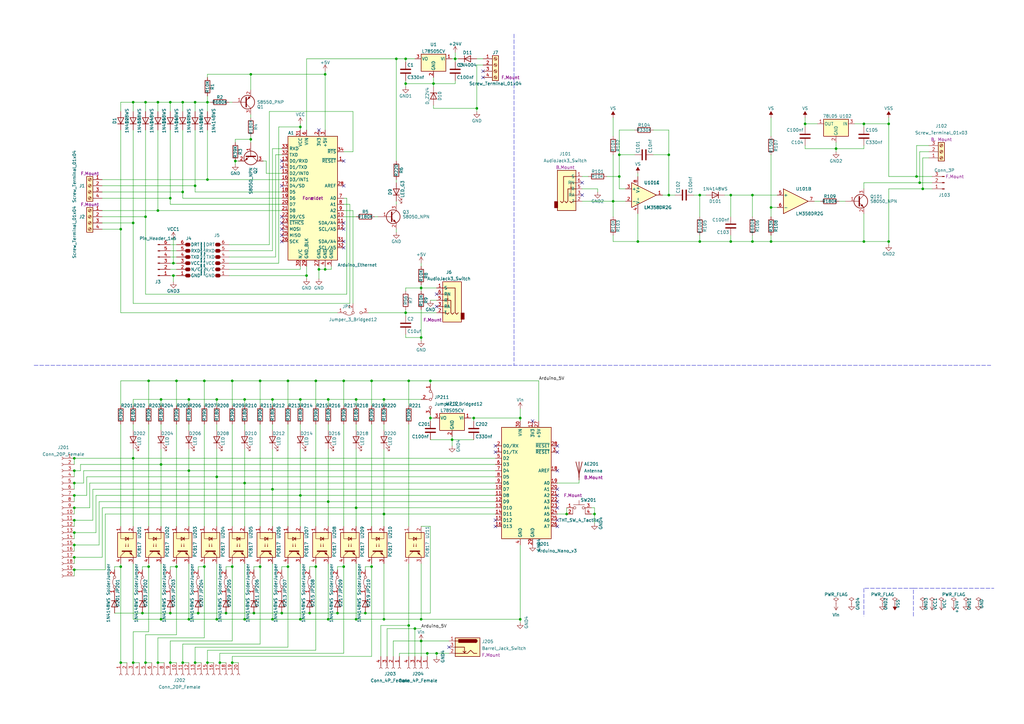
<source format=kicad_sch>
(kicad_sch (version 20211123) (generator eeschema)
  (paper "A3")
  (title_block (title "Combind projects:") (date "2022-04-05") (rev "V0.0.1") (company "El-Tek Trafikteknik I/S") (comment 1 "Energimåling, autoStart og ProgrammablePulsGenerator"))
  (junction (at 30.48 228.6))
  (junction (at 83.82 156.21))
  (junction (at 125.73 113.03))
  (junction (at 100.33 254))
  (junction (at 111.76 200.66))
  (junction (at 100.33 198.12))
  (junction (at 152.4 232.41))
  (junction (at 100.33 163.83))
  (junction (at 77.47 193.04))
  (junction (at 251.46 82.55))
  (junction (at 80.01 76.2))
  (junction (at 342.9 60.96))
  (junction (at 167.64 256.54))
  (junction (at 54.61 91.44))
  (junction (at 95.25 271.78))
  (junction (at 64.77 86.36))
  (junction (at 166.37 128.27))
  (junction (at 175.26 267.97))
  (junction (at 30.48 213.36))
  (junction (at 299.72 80.01))
  (junction (at 179.07 267.97))
  (junction (at 88.9 195.58))
  (junction (at 185.42 180.34))
  (junction (at 80.01 41.91))
  (junction (at 59.69 271.78))
  (junction (at 138.43 251.46))
  (junction (at 83.82 232.41))
  (junction (at 49.53 232.41))
  (junction (at 60.96 156.21))
  (junction (at 90.17 271.78))
  (junction (at 172.72 262.89))
  (junction (at 49.53 93.98))
  (junction (at 66.04 190.5))
  (junction (at 85.09 271.78))
  (junction (at 186.69 24.13))
  (junction (at 64.77 271.78))
  (junction (at 54.61 187.96))
  (junction (at 72.39 156.21))
  (junction (at 243.84 210.82))
  (junction (at 146.05 163.83))
  (junction (at 111.76 254))
  (junction (at 162.56 24.13))
  (junction (at 195.58 44.45))
  (junction (at 88.9 163.83))
  (junction (at 64.77 41.91))
  (junction (at 30.48 218.44))
  (junction (at 274.32 63.5))
  (junction (at 330.2 50.8))
  (junction (at 81.28 251.46))
  (junction (at 111.76 163.83))
  (junction (at 95.25 232.41))
  (junction (at 274.32 80.01))
  (junction (at 364.49 50.8))
  (junction (at 172.72 254))
  (junction (at 66.04 163.83))
  (junction (at 140.97 156.21))
  (junction (at 102.87 30.48))
  (junction (at 30.48 208.28))
  (junction (at 30.48 223.52))
  (junction (at 69.85 81.28))
  (junction (at 149.86 251.46))
  (junction (at 85.09 73.66))
  (junction (at 213.36 171.45))
  (junction (at 129.54 156.21))
  (junction (at 172.72 138.43))
  (junction (at 213.36 254))
  (junction (at 308.61 99.06))
  (junction (at 308.61 80.01))
  (junction (at 354.33 50.8))
  (junction (at 157.48 210.82))
  (junction (at 167.64 156.21))
  (junction (at 95.25 156.21))
  (junction (at 377.19 74.93))
  (junction (at 166.37 24.13))
  (junction (at 254 63.5))
  (junction (at 54.61 41.91))
  (junction (at 30.48 233.68))
  (junction (at 316.23 85.09))
  (junction (at 172.72 118.11))
  (junction (at 115.57 251.46))
  (junction (at 69.85 251.46))
  (junction (at 133.35 110.49))
  (junction (at 375.92 72.39))
  (junction (at 134.62 254))
  (junction (at 364.49 99.06))
  (junction (at 287.02 80.01))
  (junction (at 66.04 254))
  (junction (at 71.12 113.03))
  (junction (at 299.72 99.06))
  (junction (at 106.68 232.41))
  (junction (at 71.12 107.95))
  (junction (at 127 251.46))
  (junction (at 74.93 271.78))
  (junction (at 92.71 251.46))
  (junction (at 123.19 203.2))
  (junction (at 133.35 30.48))
  (junction (at 354.33 99.06))
  (junction (at 77.47 163.83))
  (junction (at 134.62 205.74))
  (junction (at 88.9 254))
  (junction (at 118.11 232.41))
  (junction (at 152.4 156.21))
  (junction (at 85.09 41.91))
  (junction (at 72.39 232.41))
  (junction (at 69.85 41.91))
  (junction (at 96.52 66.04))
  (junction (at 177.8 34.29))
  (junction (at 232.41 210.82))
  (junction (at 378.46 77.47))
  (junction (at 166.37 34.29))
  (junction (at 287.02 99.06))
  (junction (at 140.97 232.41))
  (junction (at 123.19 52.07))
  (junction (at 157.48 163.83))
  (junction (at 102.87 57.15))
  (junction (at 74.93 41.91))
  (junction (at 104.14 251.46))
  (junction (at 170.18 257.81))
  (junction (at 30.48 203.2))
  (junction (at 118.11 156.21))
  (junction (at 106.68 156.21))
  (junction (at 49.53 271.78))
  (junction (at 254 72.39))
  (junction (at 134.62 163.83))
  (junction (at 58.42 251.46))
  (junction (at 59.69 41.91))
  (junction (at 123.19 163.83))
  (junction (at 30.48 198.12))
  (junction (at 80.01 271.78))
  (junction (at 130.81 110.49))
  (junction (at 30.48 187.96))
  (junction (at 316.23 99.06))
  (junction (at 77.47 254))
  (junction (at 157.48 254))
  (junction (at 60.96 232.41))
  (junction (at 54.61 271.78))
  (junction (at 129.54 232.41))
  (junction (at 146.05 254))
  (junction (at 74.93 78.74))
  (junction (at 261.62 99.06))
  (junction (at 176.53 171.45))
  (junction (at 146.05 208.28))
  (junction (at 69.85 271.78))
  (junction (at 176.53 156.21))
  (junction (at 30.48 193.04))
  (junction (at 59.69 88.9))
  (junction (at 123.19 254))
  (junction (at 194.31 171.45))
  (no_connect (at 228.6 185.42))
  (no_connect (at 228.6 182.88))
  (no_connect (at 218.44 172.72))
  (no_connect (at 228.6 193.04))
  (no_connect (at 179.07 120.65))
  (no_connect (at 179.07 125.73))
  (no_connect (at 115.57 88.9))
  (no_connect (at 115.57 91.44))
  (no_connect (at 115.57 96.52))
  (no_connect (at 115.57 93.98))
  (no_connect (at 115.57 99.06))
  (no_connect (at 115.57 66.04))
  (no_connect (at 130.81 53.34))
  (no_connect (at 115.57 68.58))
  (no_connect (at 115.57 76.2))
  (no_connect (at 140.97 93.98))
  (no_connect (at 140.97 76.2))
  (no_connect (at 140.97 66.04))
  (no_connect (at 140.97 91.44))
  (no_connect (at 140.97 99.06))
  (no_connect (at 140.97 101.6))
  (no_connect (at 198.12 31.75))
  (no_connect (at 198.12 29.21))
  (no_connect (at 184.15 265.43))
  (no_connect (at 203.2 182.88))
  (no_connect (at 203.2 185.42))
  (no_connect (at 228.6 203.2))
  (no_connect (at 228.6 200.66))
  (no_connect (at 203.2 213.36))
  (no_connect (at 203.2 215.9))
  (no_connect (at 228.6 213.36))
  (no_connect (at 228.6 215.9))
  (no_connect (at 228.6 205.74))
  (no_connect (at 228.6 208.28))
  (no_connect (at 238.76 74.93))
  (no_connect (at 238.76 80.01))
  (wire (pts (xy 162.56 24.13) (xy 166.37 24.13)))
  (wire (pts (xy 261.62 71.12) (xy 261.62 72.39)))
  (wire (pts (xy 77.47 163.83) (xy 88.9 163.83)))
  (wire (pts (xy 167.64 256.54) (xy 156.21 256.54)))
  (wire (pts (xy 308.61 80.01) (xy 318.77 80.01)))
  (wire (pts (xy 254 72.39) (xy 254 63.5)))
  (wire (pts (xy 83.82 261.62) (xy 64.77 261.62)))
  (wire (pts (xy 74.93 81.28) (xy 74.93 78.74)))
  (wire (pts (xy 92.71 233.68) (xy 92.71 232.41)))
  (wire (pts (xy 109.22 71.12) (xy 109.22 66.04)))
  (wire (pts (xy 248.92 72.39) (xy 254 72.39)))
  (wire (pts (xy 80.01 265.43) (xy 80.01 271.78)))
  (wire (pts (xy 193.04 171.45) (xy 194.31 171.45)))
  (wire (pts (xy 287.02 96.52) (xy 287.02 99.06)))
  (wire (pts (xy 186.69 24.13) (xy 186.69 25.4)))
  (wire (pts (xy 213.36 167.64) (xy 213.36 171.45)))
  (wire (pts (xy 49.53 232.41) (xy 49.53 271.78)))
  (wire (pts (xy 41.91 86.36) (xy 64.77 86.36)))
  (wire (pts (xy 146.05 208.28) (xy 146.05 215.9)))
  (wire (pts (xy 134.62 173.99) (xy 134.62 176.53)))
  (wire (pts (xy 40.64 223.52) (xy 30.48 223.52)))
  (wire (pts (xy 185.42 180.34) (xy 194.31 180.34)))
  (wire (pts (xy 245.11 77.47) (xy 245.11 78.74)))
  (wire (pts (xy 163.83 269.24) (xy 163.83 267.97)))
  (wire (pts (xy 88.9 163.83) (xy 100.33 163.83)))
  (wire (pts (xy 166.37 24.13) (xy 170.18 24.13)))
  (wire (pts (xy 203.2 195.58) (xy 88.9 195.58)))
  (wire (pts (xy 166.37 119.38) (xy 166.37 118.11)))
  (wire (pts (xy 195.58 26.67) (xy 195.58 44.45)))
  (wire (pts (xy 83.82 156.21) (xy 95.25 156.21)))
  (wire (pts (xy 60.96 259.08) (xy 54.61 259.08)))
  (wire (pts (xy 375.92 59.69) (xy 381 59.69)))
  (wire (pts (xy 64.77 53.34) (xy 64.77 86.36)))
  (wire (pts (xy 251.46 82.55) (xy 251.46 88.9)))
  (wire (pts (xy 377.19 62.23) (xy 377.19 74.93)))
  (wire (pts (xy 71.12 113.03) (xy 71.12 115.57)))
  (wire (pts (xy 106.68 232.41) (xy 106.68 264.16)))
  (wire (pts (xy 74.93 41.91) (xy 69.85 41.91)))
  (wire (pts (xy 134.62 205.74) (xy 40.64 205.74)))
  (wire (pts (xy 77.47 193.04) (xy 34.29 193.04)))
  (wire (pts (xy 95.25 262.89) (xy 69.85 262.89)))
  (wire (pts (xy 299.72 80.01) (xy 308.61 80.01)))
  (wire (pts (xy 64.77 261.62) (xy 64.77 271.78)))
  (wire (pts (xy 58.42 233.68) (xy 58.42 232.41)))
  (wire (pts (xy 30.48 198.12) (xy 30.48 200.66)))
  (wire (pts (xy 146.05 208.28) (xy 41.91 208.28)))
  (wire (pts (xy 172.72 262.89) (xy 184.15 262.89)))
  (wire (pts (xy 162.56 93.98) (xy 162.56 95.25)))
  (wire (pts (xy 179.07 267.97) (xy 184.15 267.97)))
  (wire (pts (xy 118.11 232.41) (xy 118.11 265.43)))
  (wire (pts (xy 35.56 195.58) (xy 35.56 203.2)))
  (wire (pts (xy 364.49 50.8) (xy 364.49 72.39)))
  (wire (pts (xy 149.86 232.41) (xy 152.4 232.41)))
  (wire (pts (xy 146.05 184.15) (xy 146.05 208.28)))
  (wire (pts (xy 64.77 41.91) (xy 64.77 45.72)))
  (wire (pts (xy 194.31 171.45) (xy 194.31 172.72)))
  (wire (pts (xy 152.4 156.21) (xy 167.64 156.21)))
  (wire (pts (xy 167.64 173.99) (xy 167.64 215.9)))
  (wire (pts (xy 133.35 29.21) (xy 133.35 30.48)))
  (wire (pts (xy 111.76 163.83) (xy 123.19 163.83)))
  (wire (pts (xy 118.11 173.99) (xy 118.11 215.9)))
  (wire (pts (xy 175.26 267.97) (xy 179.07 267.97)))
  (wire (pts (xy 330.2 60.96) (xy 342.9 60.96)))
  (wire (pts (xy 308.61 99.06) (xy 316.23 99.06)))
  (wire (pts (xy 69.85 262.89) (xy 69.85 271.78)))
  (wire (pts (xy 213.36 223.52) (xy 213.36 254)))
  (wire (pts (xy 143.51 124.46) (xy 54.61 124.46)))
  (wire (pts (xy 66.04 184.15) (xy 66.04 190.5)))
  (wire (pts (xy 177.8 43.18) (xy 177.8 44.45)))
  (wire (pts (xy 133.35 109.22) (xy 133.35 110.49)))
  (wire (pts (xy 140.97 156.21) (xy 140.97 166.37)))
  (wire (pts (xy 179.07 267.97) (xy 179.07 269.24)))
  (wire (pts (xy 157.48 173.99) (xy 157.48 176.53)))
  (wire (pts (xy 157.48 254) (xy 172.72 254)))
  (wire (pts (xy 354.33 74.93) (xy 354.33 77.47)))
  (wire (pts (xy 166.37 138.43) (xy 172.72 138.43)))
  (wire (pts (xy 102.87 30.48) (xy 102.87 36.83)))
  (wire (pts (xy 49.53 271.78) (xy 52.07 271.78)))
  (wire (pts (xy 85.09 39.37) (xy 85.09 41.91)))
  (wire (pts (xy 95.25 173.99) (xy 95.25 215.9)))
  (wire (pts (xy 152.4 231.14) (xy 152.4 232.41)))
  (wire (pts (xy 135.89 109.22) (xy 135.89 110.49)))
  (wire (pts (xy 157.48 184.15) (xy 157.48 210.82)))
  (wire (pts (xy 203.2 198.12) (xy 100.33 198.12)))
  (wire (pts (xy 83.82 232.41) (xy 83.82 261.62)))
  (wire (pts (xy 69.85 53.34) (xy 69.85 81.28)))
  (wire (pts (xy 172.72 138.43) (xy 172.72 139.7)))
  (wire (pts (xy 198.12 26.67) (xy 195.58 26.67)))
  (wire (pts (xy 95.25 231.14) (xy 95.25 232.41)))
  (wire (pts (xy 41.91 76.2) (xy 80.01 76.2)))
  (wire (pts (xy 69.85 232.41) (xy 72.39 232.41)))
  (polyline (pts (xy 354.33 241.3) (xy 354.33 252.73)))
  (wire (pts (xy 354.33 60.96) (xy 342.9 60.96)))
  (wire (pts (xy 166.37 34.29) (xy 166.37 35.56)))
  (wire (pts (xy 152.4 232.41) (xy 152.4 269.24)))
  (wire (pts (xy 85.09 30.48) (xy 102.87 30.48)))
  (wire (pts (xy 123.19 203.2) (xy 39.37 203.2)))
  (wire (pts (xy 161.29 262.89) (xy 161.29 269.24)))
  (wire (pts (xy 177.8 35.56) (xy 177.8 34.29)))
  (wire (pts (xy 287.02 80.01) (xy 289.56 80.01)))
  (wire (pts (xy 77.47 231.14) (xy 77.47 254)))
  (wire (pts (xy 375.92 72.39) (xy 375.92 59.69)))
  (wire (pts (xy 167.64 156.21) (xy 176.53 156.21)))
  (wire (pts (xy 100.33 184.15) (xy 100.33 198.12)))
  (wire (pts (xy 72.39 260.35) (xy 59.69 260.35)))
  (wire (pts (xy 144.78 45.72) (xy 144.78 62.23)))
  (wire (pts (xy 66.04 173.99) (xy 66.04 176.53)))
  (wire (pts (xy 158.75 257.81) (xy 170.18 257.81)))
  (wire (pts (xy 316.23 99.06) (xy 354.33 99.06)))
  (wire (pts (xy 81.28 251.46) (xy 92.71 251.46)))
  (wire (pts (xy 71.12 107.95) (xy 72.39 107.95)))
  (wire (pts (xy 93.98 105.41) (xy 113.03 105.41)))
  (wire (pts (xy 111.76 200.66) (xy 203.2 200.66)))
  (wire (pts (xy 195.58 44.45) (xy 195.58 45.72)))
  (wire (pts (xy 30.48 187.96) (xy 30.48 190.5)))
  (wire (pts (xy 35.56 203.2) (xy 30.48 203.2)))
  (wire (pts (xy 134.62 163.83) (xy 134.62 166.37)))
  (wire (pts (xy 77.47 173.99) (xy 77.47 176.53)))
  (wire (pts (xy 299.72 99.06) (xy 308.61 99.06)))
  (wire (pts (xy 140.97 173.99) (xy 140.97 215.9)))
  (wire (pts (xy 135.89 110.49) (xy 133.35 110.49)))
  (wire (pts (xy 104.14 233.68) (xy 104.14 232.41)))
  (wire (pts (xy 256.54 77.47) (xy 254 77.47)))
  (wire (pts (xy 172.72 116.84) (xy 172.72 118.11)))
  (wire (pts (xy 59.69 271.78) (xy 62.23 271.78)))
  (wire (pts (xy 243.84 210.82) (xy 243.84 214.63)))
  (wire (pts (xy 156.21 256.54) (xy 156.21 269.24)))
  (wire (pts (xy 129.54 173.99) (xy 129.54 215.9)))
  (wire (pts (xy 172.72 231.14) (xy 172.72 254)))
  (wire (pts (xy 146.05 173.99) (xy 146.05 176.53)))
  (wire (pts (xy 41.91 91.44) (xy 54.61 91.44)))
  (wire (pts (xy 80.01 41.91) (xy 80.01 45.72)))
  (wire (pts (xy 213.36 171.45) (xy 213.36 172.72)))
  (wire (pts (xy 138.43 232.41) (xy 140.97 232.41)))
  (wire (pts (xy 71.12 97.79) (xy 71.12 107.95)))
  (wire (pts (xy 49.53 166.37) (xy 49.53 156.21)))
  (wire (pts (xy 157.48 210.82) (xy 157.48 215.9)))
  (wire (pts (xy 83.82 156.21) (xy 83.82 166.37)))
  (wire (pts (xy 153.67 88.9) (xy 154.94 88.9)))
  (wire (pts (xy 33.02 193.04) (xy 30.48 193.04)))
  (wire (pts (xy 166.37 127) (xy 166.37 128.27)))
  (wire (pts (xy 194.31 171.45) (xy 213.36 171.45)))
  (wire (pts (xy 30.48 203.2) (xy 30.48 205.74)))
  (wire (pts (xy 102.87 30.48) (xy 133.35 30.48)))
  (wire (pts (xy 41.91 93.98) (xy 49.53 93.98)))
  (wire (pts (xy 93.98 107.95) (xy 114.3 107.95)))
  (wire (pts (xy 129.54 231.14) (xy 129.54 232.41)))
  (wire (pts (xy 251.46 99.06) (xy 261.62 99.06)))
  (wire (pts (xy 127 251.46) (xy 138.43 251.46)))
  (wire (pts (xy 85.09 266.7) (xy 85.09 271.78)))
  (wire (pts (xy 85.09 271.78) (xy 87.63 271.78)))
  (wire (pts (xy 378.46 77.47) (xy 382.27 77.47)))
  (wire (pts (xy 125.73 113.03) (xy 125.73 114.3)))
  (wire (pts (xy 100.33 163.83) (xy 100.33 166.37)))
  (wire (pts (xy 88.9 173.99) (xy 88.9 176.53)))
  (wire (pts (xy 38.1 200.66) (xy 38.1 213.36)))
  (wire (pts (xy 123.19 203.2) (xy 123.19 215.9)))
  (wire (pts (xy 261.62 87.63) (xy 261.62 99.06)))
  (wire (pts (xy 41.91 78.74) (xy 74.93 78.74)))
  (wire (pts (xy 129.54 232.41) (xy 129.54 266.7)))
  (wire (pts (xy 284.48 80.01) (xy 287.02 80.01)))
  (wire (pts (xy 46.99 251.46) (xy 58.42 251.46)))
  (wire (pts (xy 59.69 41.91) (xy 59.69 45.72)))
  (wire (pts (xy 88.9 254) (xy 100.33 254)))
  (wire (pts (xy 133.35 110.49) (xy 130.81 110.49)))
  (wire (pts (xy 195.58 24.13) (xy 198.12 24.13)))
  (wire (pts (xy 123.19 184.15) (xy 123.19 203.2)))
  (wire (pts (xy 146.05 163.83) (xy 157.48 163.83)))
  (wire (pts (xy 69.85 41.91) (xy 69.85 45.72)))
  (wire (pts (xy 77.47 254) (xy 88.9 254)))
  (wire (pts (xy 254 77.47) (xy 254 72.39)))
  (wire (pts (xy 176.53 123.19) (xy 179.07 123.19)))
  (wire (pts (xy 49.53 53.34) (xy 49.53 93.98)))
  (wire (pts (xy 254 63.5) (xy 254 53.34)))
  (wire (pts (xy 123.19 50.8) (xy 123.19 52.07)))
  (wire (pts (xy 92.71 232.41) (xy 95.25 232.41)))
  (wire (pts (xy 77.47 193.04) (xy 77.47 215.9)))
  (wire (pts (xy 166.37 33.02) (xy 166.37 34.29)))
  (wire (pts (xy 152.4 156.21) (xy 152.4 166.37)))
  (wire (pts (xy 316.23 48.26) (xy 316.23 55.88)))
  (wire (pts (xy 33.02 190.5) (xy 33.02 193.04)))
  (wire (pts (xy 40.64 205.74) (xy 40.64 223.52)))
  (wire (pts (xy 144.78 86.36) (xy 144.78 124.46)))
  (wire (pts (xy 134.62 163.83) (xy 146.05 163.83)))
  (wire (pts (xy 100.33 173.99) (xy 100.33 176.53)))
  (wire (pts (xy 127 233.68) (xy 127 232.41)))
  (wire (pts (xy 243.84 210.82) (xy 242.57 210.82)))
  (wire (pts (xy 106.68 231.14) (xy 106.68 232.41)))
  (wire (pts (xy 66.04 163.83) (xy 66.04 166.37)))
  (wire (pts (xy 167.64 156.21) (xy 167.64 166.37)))
  (wire (pts (xy 130.81 109.22) (xy 130.81 110.49)))
  (polyline (pts (xy 374.65 241.3) (xy 354.33 241.3)))
  (wire (pts (xy 138.43 233.68) (xy 138.43 232.41)))
  (wire (pts (xy 161.29 262.89) (xy 172.72 262.89)))
  (wire (pts (xy 261.62 99.06) (xy 287.02 99.06)))
  (wire (pts (xy 100.33 163.83) (xy 111.76 163.83)))
  (wire (pts (xy 60.96 156.21) (xy 60.96 166.37)))
  (wire (pts (xy 170.18 257.81) (xy 172.72 257.81)))
  (wire (pts (xy 142.24 81.28) (xy 142.24 120.65)))
  (wire (pts (xy 123.19 231.14) (xy 123.19 254)))
  (wire (pts (xy 95.25 156.21) (xy 95.25 166.37)))
  (wire (pts (xy 151.13 128.27) (xy 166.37 128.27)))
  (wire (pts (xy 133.35 30.48) (xy 133.35 53.34)))
  (wire (pts (xy 297.18 80.01) (xy 299.72 80.01)))
  (wire (pts (xy 115.57 232.41) (xy 118.11 232.41)))
  (wire (pts (xy 342.9 60.96) (xy 342.9 62.23)))
  (wire (pts (xy 162.56 24.13) (xy 162.56 66.04)))
  (wire (pts (xy 220.98 172.72) (xy 220.98 156.21)))
  (wire (pts (xy 54.61 271.78) (xy 57.15 271.78)))
  (wire (pts (xy 77.47 163.83) (xy 77.47 166.37)))
  (wire (pts (xy 330.2 48.26) (xy 330.2 50.8)))
  (wire (pts (xy 69.85 105.41) (xy 72.39 105.41)))
  (wire (pts (xy 274.32 63.5) (xy 274.32 80.01)))
  (wire (pts (xy 30.48 233.68) (xy 30.48 236.22)))
  (wire (pts (xy 175.26 267.97) (xy 175.26 269.24)))
  (wire (pts (xy 110.49 100.33) (xy 110.49 45.72)))
  (wire (pts (xy 80.01 76.2) (xy 80.01 78.74)))
  (wire (pts (xy 377.19 74.93) (xy 354.33 74.93)))
  (wire (pts (xy 106.68 156.21) (xy 106.68 166.37)))
  (wire (pts (xy 375.92 72.39) (xy 382.27 72.39)))
  (wire (pts (xy 140.97 88.9) (xy 146.05 88.9)))
  (wire (pts (xy 237.49 198.12) (xy 237.49 196.85)))
  (wire (pts (xy 176.53 171.45) (xy 176.53 172.72)))
  (wire (pts (xy 330.2 59.69) (xy 330.2 60.96)))
  (wire (pts (xy 95.25 232.41) (xy 95.25 262.89)))
  (wire (pts (xy 81.28 232.41) (xy 83.82 232.41)))
  (wire (pts (xy 330.2 50.8) (xy 330.2 52.07)))
  (wire (pts (xy 158.75 257.81) (xy 158.75 269.24)))
  (wire (pts (xy 74.93 264.16) (xy 74.93 271.78)))
  (wire (pts (xy 334.01 82.55) (xy 336.55 82.55)))
  (wire (pts (xy 125.73 24.13) (xy 162.56 24.13)))
  (wire (pts (xy 60.96 231.14) (xy 60.96 232.41)))
  (wire (pts (xy 134.62 231.14) (xy 134.62 254)))
  (wire (pts (xy 46.99 233.68) (xy 46.99 232.41)))
  (wire (pts (xy 299.72 96.52) (xy 299.72 99.06)))
  (wire (pts (xy 176.53 251.46) (xy 176.53 215.9)))
  (wire (pts (xy 107.95 66.04) (xy 109.22 66.04)))
  (wire (pts (xy 134.62 254) (xy 146.05 254)))
  (wire (pts (xy 203.2 190.5) (xy 66.04 190.5)))
  (wire (pts (xy 54.61 41.91) (xy 54.61 45.72)))
  (wire (pts (xy 354.33 59.69) (xy 354.33 60.96)))
  (wire (pts (xy 381 64.77) (xy 378.46 64.77)))
  (wire (pts (xy 88.9 195.58) (xy 88.9 215.9)))
  (wire (pts (xy 49.53 41.91) (xy 49.53 45.72)))
  (wire (pts (xy 162.56 82.55) (xy 162.56 83.82)))
  (polyline (pts (xy 374.65 241.3) (xy 407.67 241.3)))
  (wire (pts (xy 185.42 180.34) (xy 185.42 182.88)))
  (wire (pts (xy 43.18 233.68) (xy 30.48 233.68)))
  (wire (pts (xy 123.19 254) (xy 134.62 254)))
  (wire (pts (xy 232.41 208.28) (xy 232.41 210.82)))
  (wire (pts (xy 66.04 163.83) (xy 77.47 163.83)))
  (wire (pts (xy 64.77 41.91) (xy 59.69 41.91)))
  (wire (pts (xy 203.2 203.2) (xy 123.19 203.2)))
  (polyline (pts (xy 374.65 252.73) (xy 374.65 241.3)))
  (wire (pts (xy 104.14 251.46) (xy 115.57 251.46)))
  (wire (pts (xy 123.19 163.83) (xy 134.62 163.83)))
  (wire (pts (xy 115.57 71.12) (xy 109.22 71.12)))
  (wire (pts (xy 140.97 231.14) (xy 140.97 232.41)))
  (wire (pts (xy 54.61 163.83) (xy 66.04 163.83)))
  (wire (pts (xy 93.98 41.91) (xy 95.25 41.91)))
  (wire (pts (xy 287.02 80.01) (xy 287.02 88.9)))
  (wire (pts (xy 86.36 41.91) (xy 85.09 41.91)))
  (wire (pts (xy 95.25 271.78) (xy 97.79 271.78)))
  (wire (pts (xy 66.04 190.5) (xy 66.04 215.9)))
  (wire (pts (xy 377.19 74.93) (xy 382.27 74.93)))
  (wire (pts (xy 106.68 156.21) (xy 118.11 156.21)))
  (wire (pts (xy 111.76 60.96) (xy 115.57 60.96)))
  (wire (pts (xy 157.48 210.82) (xy 43.18 210.82)))
  (wire (pts (xy 254 63.5) (xy 260.35 63.5)))
  (wire (pts (xy 59.69 88.9) (xy 59.69 120.65)))
  (wire (pts (xy 238.76 72.39) (xy 241.3 72.39)))
  (wire (pts (xy 30.48 223.52) (xy 30.48 226.06)))
  (wire (pts (xy 72.39 173.99) (xy 72.39 215.9)))
  (wire (pts (xy 58.42 251.46) (xy 69.85 251.46)))
  (wire (pts (xy 49.53 93.98) (xy 49.53 128.27)))
  (wire (pts (xy 172.72 127) (xy 172.72 138.43)))
  (wire (pts (xy 166.37 128.27) (xy 166.37 129.54)))
  (wire (pts (xy 36.83 208.28) (xy 30.48 208.28)))
  (wire (pts (xy 129.54 156.21) (xy 129.54 166.37)))
  (wire (pts (xy 54.61 41.91) (xy 49.53 41.91)))
  (wire (pts (xy 274.32 53.34) (xy 274.32 63.5)))
  (wire (pts (xy 129.54 266.7) (xy 85.09 266.7)))
  (wire (pts (xy 100.33 198.12) (xy 36.83 198.12)))
  (wire (pts (xy 54.61 173.99) (xy 54.61 176.53)))
  (wire (pts (xy 30.48 213.36) (xy 30.48 215.9)))
  (wire (pts (xy 54.61 53.34) (xy 54.61 91.44)))
  (wire (pts (xy 41.91 88.9) (xy 59.69 88.9)))
  (wire (pts (xy 149.86 233.68) (xy 149.86 232.41)))
  (wire (pts (xy 166.37 128.27) (xy 179.07 128.27)))
  (wire (pts (xy 243.84 208.28) (xy 243.84 210.82)))
  (wire (pts (xy 102.87 57.15) (xy 102.87 58.42)))
  (wire (pts (xy 66.04 190.5) (xy 33.02 190.5)))
  (wire (pts (xy 69.85 271.78) (xy 72.39 271.78)))
  (wire (pts (xy 36.83 198.12) (xy 36.83 208.28)))
  (wire (pts (xy 114.3 107.95) (xy 114.3 52.07)))
  (wire (pts (xy 41.91 228.6) (xy 30.48 228.6)))
  (wire (pts (xy 140.97 86.36) (xy 144.78 86.36)))
  (wire (pts (xy 238.76 82.55) (xy 251.46 82.55)))
  (wire (pts (xy 111.76 102.87) (xy 111.76 60.96)))
  (wire (pts (xy 100.33 254) (xy 111.76 254)))
  (wire (pts (xy 49.53 173.99) (xy 49.53 215.9)))
  (wire (pts (xy 177.8 31.75) (xy 177.8 34.29)))
  (wire (pts (xy 74.93 271.78) (xy 77.47 271.78)))
  (wire (pts (xy 242.57 208.28) (xy 243.84 208.28)))
  (wire (pts (xy 59.69 41.91) (xy 54.61 41.91)))
  (wire (pts (xy 113.03 105.41) (xy 113.03 63.5)))
  (wire (pts (xy 77.47 184.15) (xy 77.47 193.04)))
  (wire (pts (xy 69.85 102.87) (xy 72.39 102.87)))
  (wire (pts (xy 88.9 163.83) (xy 88.9 166.37)))
  (wire (pts (xy 85.09 31.75) (xy 85.09 30.48)))
  (wire (pts (xy 157.48 163.83) (xy 172.72 163.83)))
  (wire (pts (xy 267.97 53.34) (xy 274.32 53.34)))
  (wire (pts (xy 93.98 113.03) (xy 125.73 113.03)))
  (wire (pts (xy 88.9 195.58) (xy 35.56 195.58)))
  (wire (pts (xy 69.85 113.03) (xy 71.12 113.03)))
  (wire (pts (xy 129.54 156.21) (xy 140.97 156.21)))
  (wire (pts (xy 80.01 271.78) (xy 82.55 271.78)))
  (wire (pts (xy 72.39 231.14) (xy 72.39 232.41)))
  (wire (pts (xy 163.83 267.97) (xy 175.26 267.97)))
  (wire (pts (xy 166.37 34.29) (xy 177.8 34.29)))
  (wire (pts (xy 95.25 269.24) (xy 95.25 271.78)))
  (wire (pts (xy 118.11 156.21) (xy 129.54 156.21)))
  (wire (pts (xy 115.57 251.46) (xy 127 251.46)))
  (wire (pts (xy 152.4 269.24) (xy 95.25 269.24)))
  (wire (pts (xy 100.33 198.12) (xy 100.33 215.9)))
  (wire (pts (xy 123.19 173.99) (xy 123.19 176.53)))
  (wire (pts (xy 72.39 156.21) (xy 83.82 156.21)))
  (wire (pts (xy 364.49 99.06) (xy 364.49 100.33)))
  (wire (pts (xy 39.37 203.2) (xy 39.37 218.44)))
  (wire (pts (xy 172.72 107.95) (xy 172.72 109.22)))
  (wire (pts (xy 274.32 80.01) (xy 276.86 80.01)))
  (wire (pts (xy 364.49 99.06) (xy 364.49 77.47)))
  (wire (pts (xy 96.52 66.04) (xy 96.52 67.31)))
  (wire (pts (xy 115.57 81.28) (xy 74.93 81.28)))
  (wire (pts (xy 140.97 232.41) (xy 140.97 267.97)))
  (wire (pts (xy 111.76 200.66) (xy 38.1 200.66)))
  (wire (pts (xy 118.11 231.14) (xy 118.11 232.41)))
  (wire (pts (xy 80.01 53.34) (xy 80.01 76.2)))
  (wire (pts (xy 58.42 232.41) (xy 60.96 232.41)))
  (wire (pts (xy 176.53 156.21) (xy 176.53 157.48)))
  (wire (pts (xy 203.2 193.04) (xy 77.47 193.04)))
  (wire (pts (xy 102.87 55.88) (xy 102.87 57.15)))
  (polyline (pts (xy 13.97 149.86) (xy 406.4 149.86)))
  (wire (pts (xy 378.46 64.77) (xy 378.46 77.47)))
  (wire (pts (xy 140.97 83.82) (xy 143.51 83.82)))
  (wire (pts (xy 203.2 210.82) (xy 157.48 210.82)))
  (wire (pts (xy 72.39 232.41) (xy 72.39 260.35)))
  (wire (pts (xy 251.46 63.5) (xy 251.46 82.55)))
  (wire (pts (xy 308.61 80.01) (xy 308.61 88.9)))
  (wire (pts (xy 71.12 113.03) (xy 72.39 113.03)))
  (wire (pts (xy 350.52 50.8) (xy 354.33 50.8)))
  (wire (pts (xy 54.61 254) (xy 66.04 254)))
  (wire (pts (xy 146.05 254) (xy 157.48 254)))
  (wire (pts (xy 81.28 233.68) (xy 81.28 232.41)))
  (wire (pts (xy 113.03 63.5) (xy 115.57 63.5)))
  (wire (pts (xy 299.72 80.01) (xy 299.72 88.9)))
  (wire (pts (xy 95.25 156.21) (xy 106.68 156.21)))
  (wire (pts (xy 49.53 231.14) (xy 49.53 232.41)))
  (wire (pts (xy 106.68 173.99) (xy 106.68 215.9)))
  (wire (pts (xy 69.85 100.33) (xy 72.39 100.33)))
  (wire (pts (xy 146.05 231.14) (xy 146.05 254)))
  (wire (pts (xy 60.96 173.99) (xy 60.96 215.9)))
  (wire (pts (xy 354.33 50.8) (xy 354.33 52.07)))
  (wire (pts (xy 146.05 163.83) (xy 146.05 166.37)))
  (wire (pts (xy 267.97 63.5) (xy 274.32 63.5)))
  (wire (pts (xy 30.48 208.28) (xy 30.48 210.82)))
  (wire (pts (xy 111.76 173.99) (xy 111.76 176.53)))
  (wire (pts (xy 93.98 100.33) (xy 110.49 100.33)))
  (wire (pts (xy 111.76 254) (xy 123.19 254)))
  (wire (pts (xy 111.76 184.15) (xy 111.76 200.66)))
  (wire (pts (xy 30.48 228.6) (xy 30.48 231.14)))
  (wire (pts (xy 354.33 87.63) (xy 354.33 99.06)))
  (wire (pts (xy 318.77 85.09) (xy 316.23 85.09)))
  (wire (pts (xy 166.37 24.13) (xy 166.37 25.4)))
  (wire (pts (xy 316.23 85.09) (xy 316.23 88.9)))
  (wire (pts (xy 54.61 187.96) (xy 54.61 215.9)))
  (wire (pts (xy 123.19 109.22) (xy 123.19 110.49)))
  (wire (pts (xy 167.64 231.14) (xy 167.64 256.54)))
  (wire (pts (xy 118.11 265.43) (xy 80.01 265.43)))
  (wire (pts (xy 60.96 232.41) (xy 60.96 259.08)))
  (wire (pts (xy 149.86 251.46) (xy 176.53 251.46)))
  (wire (pts (xy 157.48 163.83) (xy 157.48 166.37)))
  (wire (pts (xy 85.09 73.66) (xy 115.57 73.66)))
  (wire (pts (xy 172.72 262.89) (xy 172.72 269.24)))
  (wire (pts (xy 330.2 50.8) (xy 335.28 50.8)))
  (wire (pts (xy 80.01 78.74) (xy 115.57 78.74)))
  (wire (pts (xy 96.52 66.04) (xy 97.79 66.04)))
  (wire (pts (xy 92.71 251.46) (xy 104.14 251.46)))
  (wire (pts (xy 152.4 173.99) (xy 152.4 215.9)))
  (wire (pts (xy 308.61 96.52) (xy 308.61 99.06)))
  (wire (pts (xy 34.29 193.04) (xy 34.29 198.12)))
  (wire (pts (xy 110.49 45.72) (xy 144.78 45.72)))
  (wire (pts (xy 143.51 83.82) (xy 143.51 124.46)))
  (wire (pts (xy 111.76 231.14) (xy 111.76 254)))
  (wire (pts (xy 69.85 83.82) (xy 115.57 83.82)))
  (wire (pts (xy 186.69 33.02) (xy 186.69 34.29)))
  (wire (pts (xy 228.6 198.12) (xy 237.49 198.12)))
  (wire (pts (xy 166.37 137.16) (xy 166.37 138.43)))
  (wire (pts (xy 72.39 156.21) (xy 72.39 166.37)))
  (wire (pts (xy 54.61 259.08) (xy 54.61 271.78)))
  (wire (pts (xy 69.85 251.46) (xy 81.28 251.46)))
  (wire (pts (xy 118.11 156.21) (xy 118.11 166.37)))
  (wire (pts (xy 185.42 179.07) (xy 185.42 180.34)))
  (wire (pts (xy 354.33 99.06) (xy 364.49 99.06)))
  (wire (pts (xy 114.3 52.07) (xy 123.19 52.07)))
  (wire (pts (xy 115.57 86.36) (xy 64.77 86.36)))
  (wire (pts (xy 30.48 187.96) (xy 54.61 187.96)))
  (wire (pts (xy 69.85 41.91) (xy 64.77 41.91)))
  (wire (pts (xy 66.04 254) (xy 77.47 254)))
  (wire (pts (xy 38.1 213.36) (xy 30.48 213.36)))
  (wire (pts (xy 69.85 233.68) (xy 69.85 232.41)))
  (wire (pts (xy 176.53 171.45) (xy 177.8 171.45)))
  (wire (pts (xy 41.91 208.28) (xy 41.91 228.6)))
  (wire (pts (xy 111.76 200.66) (xy 111.76 215.9)))
  (wire (pts (xy 176.53 180.34) (xy 185.42 180.34)))
  (wire (pts (xy 364.49 48.26) (xy 364.49 50.8)))
  (wire (pts (xy 88.9 231.14) (xy 88.9 254)))
  (wire (pts (xy 54.61 231.14) (xy 54.61 254)))
  (wire (pts (xy 140.97 267.97) (xy 90.17 267.97)))
  (wire (pts (xy 96.52 57.15) (xy 102.87 57.15)))
  (wire (pts (xy 59.69 53.34) (xy 59.69 88.9)))
  (wire (pts (xy 30.48 218.44) (xy 30.48 220.98)))
  (wire (pts (xy 90.17 267.97) (xy 90.17 271.78)))
  (wire (pts (xy 177.8 44.45) (xy 195.58 44.45)))
  (wire (pts (xy 316.23 63.5) (xy 316.23 85.09)))
  (wire (pts (xy 96.52 58.42) (xy 96.52 57.15)))
  (wire (pts (xy 364.49 77.47) (xy 378.46 77.47)))
  (wire (pts (xy 138.43 251.46) (xy 149.86 251.46)))
  (wire (pts (xy 344.17 82.55) (xy 346.71 82.55)))
  (wire (pts (xy 100.33 231.14) (xy 100.33 254)))
  (wire (pts (xy 342.9 58.42) (xy 342.9 60.96)))
  (wire (pts (xy 177.8 34.29) (xy 186.69 34.29)))
  (wire (pts (xy 41.91 73.66) (xy 85.09 73.66)))
  (wire (pts (xy 186.69 24.13) (xy 187.96 24.13)))
  (wire (pts (xy 167.64 256.54) (xy 167.64 269.24)))
  (wire (pts (xy 74.93 41.91) (xy 74.93 45.72)))
  (wire (pts (xy 316.23 96.52) (xy 316.23 99.06)))
  (wire (pts (xy 102.87 46.99) (xy 102.87 48.26)))
  (wire (pts (xy 123.19 52.07) (xy 123.19 53.34)))
  (wire (pts (xy 130.81 110.49) (xy 130.81 114.3)))
  (wire (pts (xy 69.85 107.95) (xy 71.12 107.95)))
  (wire (pts (xy 203.2 205.74) (xy 134.62 205.74)))
  (wire (pts (xy 80.01 41.91) (xy 74.93 41.91)))
  (wire (pts (xy 90.17 271.78) (xy 92.71 271.78)))
  (wire (pts (xy 83.82 231.14) (xy 83.82 232.41)))
  (wire (pts (xy 185.42 24.13) (xy 186.69 24.13)))
  (wire (pts (xy 157.48 231.14) (xy 157.48 254)))
  (wire (pts (xy 176.53 156.21) (xy 220.98 156.21)))
  (wire (pts (xy 228.6 210.82) (xy 232.41 210.82)))
  (wire (pts (xy 85.09 41.91) (xy 85.09 45.72)))
  (wire (pts (xy 69.85 81.28) (xy 69.85 83.82)))
  (wire (pts (xy 140.97 156.21) (xy 152.4 156.21)))
  (wire (pts (xy 176.53 170.18) (xy 176.53 171.45)))
  (wire (pts (xy 83.82 173.99) (xy 83.82 215.9)))
  (wire (pts (xy 213.36 254) (xy 213.36 255.27)))
  (wire (pts (xy 115.57 233.68) (xy 115.57 232.41)))
  (wire (pts (xy 41.91 81.28) (xy 69.85 81.28)))
  (wire (pts (xy 251.46 48.26) (xy 251.46 55.88)))
  (wire (pts (xy 176.53 215.9) (xy 172.72 215.9)))
  (wire (pts (xy 381 62.23) (xy 377.19 62.23)))
  (wire (pts (xy 54.61 187.96) (xy 203.2 187.96)))
  (wire (pts (xy 172.72 254) (xy 213.36 254)))
  (wire (pts (xy 104.14 232.41) (xy 106.68 232.41)))
  (wire (pts (xy 66.04 231.14) (xy 66.04 254)))
  (wire (pts (xy 85.09 41.91) (xy 80.01 41.91)))
  (wire (pts (xy 93.98 102.87) (xy 111.76 102.87)))
  (wire (pts (xy 46.99 232.41) (xy 49.53 232.41)))
  (wire (pts (xy 54.61 91.44) (xy 54.61 124.46)))
  (wire (pts (xy 49.53 128.27) (xy 138.43 128.27)))
  (wire (pts (xy 54.61 184.15) (xy 54.61 187.96)))
  (wire (pts (xy 69.85 110.49) (xy 72.39 110.49)))
  (wire (pts (xy 354.33 50.8) (xy 364.49 50.8)))
  (wire (pts (xy 49.53 156.21) (xy 60.96 156.21)))
  (wire (pts (xy 186.69 21.59) (xy 186.69 24.13)))
  (wire (pts (xy 203.2 208.28) (xy 146.05 208.28)))
  (wire (pts (xy 254 53.34) (xy 260.35 53.34)))
  (wire (pts (xy 106.68 264.16) (xy 74.93 264.16)))
  (wire (pts (xy 64.77 271.78) (xy 67.31 271.78)))
  (wire (pts (xy 142.24 120.65) (xy 59.69 120.65)))
  (wire (pts (xy 30.48 193.04) (xy 30.48 195.58)))
  (wire (pts (xy 34.29 198.12) (xy 30.48 198.12)))
  (wire (pts (xy 111.76 163.83) (xy 111.76 166.37)))
  (wire (pts (xy 364.49 72.39) (xy 375.92 72.39)))
  (wire (pts (xy 43.18 210.82) (xy 43.18 233.68)))
  (wire (pts (xy 125.73 113.03) (xy 125.73 109.22)))
  (wire (pts (xy 238.76 77.47) (xy 245.11 77.47)))
  (wire (pts (xy 170.18 257.81) (xy 170.18 269.24)))
  (wire (pts (xy 274.32 80.01) (xy 271.78 80.01)))
  (wire (pts (xy 140.97 81.28) (xy 142.24 81.28)))
  (wire (pts (xy 144.78 62.23) (xy 140.97 62.23)))
  (wire (pts (xy 74.93 53.34) (xy 74.93 78.74)))
  (wire (pts (xy 162.56 73.66) (xy 162.56 74.93)))
  (wire (pts (xy 123.19 163.83) (xy 123.19 166.37)))
  (wire (pts (xy 60.96 156.21) (xy 72.39 156.21)))
  (wire (pts (xy 251.46 96.52) (xy 251.46 99.06)))
  (wire (pts (xy 134.62 205.74) (xy 134.62 215.9)))
  (wire (pts (xy 172.72 118.11) (xy 179.07 118.11)))
  (wire (pts (xy 287.02 99.06) (xy 299.72 99.06)))
  (wire (pts (xy 125.73 53.34) (xy 125.73 24.13)))
  (wire (pts (xy 166.37 118.11) (xy 172.72 118.11)))
  (polyline (pts (xy 210.82 13.97) (xy 210.82 149.86)))
  (wire (pts (xy 85.09 53.34) (xy 85.09 73.66)))
  (wire (pts (xy 93.98 110.49) (xy 123.19 110.49)))
  (wire (pts (xy 88.9 184.15) (xy 88.9 195.58)))
  (wire (pts (xy 39.37 218.44) (xy 30.48 218.44)))
  (wire (pts (xy 127 232.41) (xy 129.54 232.41)))
  (wire (pts (xy 59.69 260.35) (xy 59.69 271.78)))
  (wire (pts (xy 134.62 184.15) (xy 134.62 205.74)))
  (wire (pts (xy 172.72 118.11) (xy 172.72 119.38)))
  (wire (pts (xy 251.46 82.55) (xy 256.54 82.55)))
  (wire (pts (xy 54.61 166.37) (xy 54.61 163.83)))
  (label "Arduino_5V" (at 220.98 156.21 0))
  (label "Arduino_5V" (at 172.72 257.81 0))
  (symbol (lib_id "Local_Transistor_BJT_Library:S8550_PNP") (at 100.33 41.91 0) (mirror x) (unit 1)
    (property "Reference" "Q1" (at 105.41 43.815 0) (effects (justify left)))
    (property "Value" "S8550_PNP" (at 105.41 41.91 0) (effects (justify left)))
    (property "Footprint" "Package_TO_SOT_SMD:SOT-23" (effects hide))
    (property "Datasheet" "https://datasheet.lcsc.com/lcsc/1810010612_Changjiang-Electronics-Tech--CJ-S8550_C105432.pdf" (effects hide))
    (property "Description" "25V 300mW 500mA 120@50mA,1V 150MHz 600mV@500mA,50mA PNP +150℃@(Tj) SOT-23(SOT-23-3) Bipolar Transistors - BJT ROHS" (effects hide))
    (property "LibPart" "Local_Transistor_BJT_Library:S8550_PNP" (effects hide))
    (property "JLCBCB Part" "https://jlcpcb.com/parts/componentSearch?isFirstLevel=true&firstName=Transistors" (effects hide))
    (property "JLCPCB Part #" "C105432" (effects hide))
    (property "JLCPCB Basic or Extended" "Basic Part" (effects hide))
    (property "Manufacturer" "Changjiang Electronics Tech (CJ)" (effects hide))
    (property "MFR. Part #" "S8550" (effects hide))
    (property "Category" "Transistors" (effects hide))
    (property "Famely" "Bipolar Transistors - Bjt " (effects hide))
    (property "Excluded from BOM" "NO" (effects hide))
  )
  (symbol (lib_id "Local_Device_Library:R390") (at 60.96 170.18 0) (unit 1)
    (property "Reference" "R203" (at 60.96 166.37 0) (effects (justify left)))
    (property "Value" "R390" (at 60.96 172.72 90) (effects (justify left)))
    (property "Footprint" "Resistor_SMD:R_0603_1608Metric" (effects hide))
    (property "Datasheet" "https://datasheet.lcsc.com/lcsc/2110252130_UNI-ROYAL-Uniroyal-Elec-0603WAF3900T5E_C23151.pdf" (effects hide))
    (property "Description" "±1% 1/10W Thick Film Resistors 75V ±100ppm/℃ -55℃~+155℃ 390Ω 0603 Chip Resistor - Surface Mount ROHS" (effects hide))
    (property "LibPart" "Local_Device_Library:R390" (effects hide))
    (property "JLCBCB Part" "https://jlcpcb.com/parts/componentSearch?isFirstLevel=true&firstName=Resistors" (effects hide))
    (property "JLCPCB Part #" "C23151" (effects hide))
    (property "JLCPCB Basic or Extended" "Basic Part" (effects hide))
    (property "Manufacturer" "UNI-ROYAL(Uniroyal Elec)" (effects hide))
    (property "MFR. Part #" "0603WAF3900T5E" (effects hide))
    (property "Category" "Resistors" (effects hide))
    (property "Famely" "Chip Resistor - Surface Mount" (effects hide))
    (property "Excluded from BOM" "NO" (effects hide))
  )
  (symbol (lib_id "Local_Diode_Library:D_Z2V4") (at 177.8 39.37 270) (unit 1) (in_bom no)
    (property "Reference" "D10" (at 180.34 39.37 0))
    (property "Value" "D_Z2V4" (at 175.26 39.37 0))
    (property "Footprint" "Diode_THT:D_DO-35_SOD27_P7.62mm_Horizontal" (effects hide))
    (property "Datasheet" "https://datasheet.lcsc.com/lcsc/1809192216_ST-Semtech-BZX55C2V4_C2504.pdf" (effects hide))
    (property "Description" "50μA@1V 85Ω Single 2.28V~2.56V 500mW 2.4V DO-35 Zener Diodes ROHS" (effects hide))
    (property "LibPart" "Local_Diode_Library:D_Z2V4" (effects hide))
    (property "JLCBCB Part" "https://jlcpcb.com/parts/componentSearch?isSecondLevel=true&name=Zener%20Diodes%20&firstName=Diodes" (effects hide))
    (property "JLCPCB Part #" "C2504" (effects hide))
    (property "JLCPCB Basic or Extended" "Extended Part" (effects hide))
    (property "Manufacturer" "ST(Semtech)" (effects hide))
    (property "MFR. Part #" "BZX55C2V4" (effects hide))
    (property "Category" "Diodes" (effects hide))
    (property "Famely" "Zener Diodes" (effects hide))
    (property "Excluded from BOM" "YES" (effects hide))
  )
  (symbol (lib_id "power:GND2") (at 364.49 100.33 0) (unit 1)
    (property "Reference" "#PWR0108" (effects hide))
    (property "Value" "GND2" (at 364.49 104.14 0))
  )
  (symbol (lib_id "Local_Connectors_Library:Jumper_3_Bridged12") (at 176.53 163.83 270) (unit 1) (in_bom no)
    (property "Reference" "JP211" (at 178.1562 162.9215 90) (effects (justify left)))
    (property "Value" "Jumper_3_Bridged12" (at 178.1562 165.6966 90) (effects (justify left)))
    (property "Footprint" "Connector_PinHeader_2.54mm:PinHeader_1x03_P2.54mm_Vertical" (effects hide))
    (property "Description" "Jumper (Header-Pin), 3-pole, pins 1+2 or 1+3 closed/bridged" (effects hide))
    (property "LibPart" "Local_Connectors_library:Jumper_3_Bridged12" (effects hide))
    (property "Category" "Jumpers" (effects hide))
    (property "Famely" "Pin Header Jumper" (effects hide))
    (property "Excluded from BOM" "YES" (effects hide))
  )
  (symbol (lib_id "power:GND") (at 96.52 67.31 0) (unit 1)
    (property "Reference" "#PWR03" (effects hide))
    (property "Value" "GND" (at 96.52 71.12 0))
  )
  (symbol (lib_id "power:PWR_FLAG") (at 342.9 247.65 0) (unit 1)
    (property "Reference" "#FLG0101" (effects hide))
    (property "Value" "PWR_FLAG" (at 342.9 243.84 0))
  )
  (symbol (lib_id "Local_Diode_Library:1N4004") (at 191.77 24.13 0) (unit 1) (in_bom no)
    (property "Reference" "D11" (at 191.77 21.59 0))
    (property "Value" "1N4004" (at 191.77 26.67 0))
    (property "Footprint" "Diode_THT:D_DO-41_SOD81_P12.70mm_Horizontal" (effects hide))
    (property "Datasheet" "http://www.vishay.com/docs/88503/1n4001.pdf" (effects hide))
    (property "Description" "1A 5μA@400V 400V 1.1V@1A A-405 Diodes - General Purpose ROHS" (effects hide))
    (property "LibPart" "Local_Diode_Library:1N4004" (effects hide))
    (property "JLCBCB Part" "https://jlcpcb.com/parts/componentSearch?isFirstLevel=true&firstName=Diodes" (effects hide))
    (property "JLCPCB Part #" "C3058" (effects hide))
    (property "JLCPCB Basic or Extended" "Extended Part" (effects hide))
    (property "Manufacturer" "MDD（Microdiode Electronics）" (effects hide))
    (property "MFR. Part #" "1N4004" (effects hide))
    (property "Category" "Diodes" (effects hide))
    (property "Famely" "Diodes - General Purpose" (effects hide))
    (property "Excluded from BOM" "YES" (effects hide))
  )
  (symbol (lib_id "Local_Device_Library:R180") (at 66.04 170.18 0) (unit 1)
    (property "Reference" "R204" (at 66.04 166.37 0) (effects (justify left)))
    (property "Value" "R180" (at 66.04 172.72 90) (effects (justify left)))
    (property "Footprint" "Resistor_SMD:R_0805_2012Metric" (effects hide))
    (property "Datasheet" "https://datasheet.lcsc.com/lcsc/2110252230_UNI-ROYAL-Uniroyal-Elec-0805W8F1800T5E_C25270.pdf" (effects hide))
    (property "Description" "±1% 1/8W Thick Film Resistors 150V ±100ppm/℃ -55℃~+155℃ 180Ω 0805 Chip Resistor - Surface Mount ROHS" (effects hide))
    (property "LibPart" "Local_Device_Library:R180" (effects hide))
    (property "JLCBCB Part" "https://jlcpcb.com/parts/componentSearch?isFirstLevel=true&firstName=Resistors" (effects hide))
    (property "JLCPCB Part #" "C25270" (effects hide))
    (property "JLCPCB Basic or Extended" "Basic Part" (effects hide))
    (property "Manufacturer" "UNI-ROYAL(Uniroyal Elec)" (effects hide))
    (property "MFR. Part #" "0805W8F1800T5E" (effects hide))
    (property "Category" "Resistors" (effects hide))
    (property "Famely" "Chip Resistor - Surface Mount" (effects hide))
    (property "Excluded from BOM" "NO" (effects hide))
  )
  (symbol (lib_id "Local_Device_Library:R680K") (at 308.61 92.71 0) (unit 1)
    (property "Reference" "R106" (at 310.642 92.71 90))
    (property "Value" "R680K" (at 308.61 92.71 90))
    (property "Footprint" "Resistor_SMD:R_0603_1608Metric" (effects hide))
    (property "Datasheet" "https://datasheet.lcsc.com/lcsc/2110260030_UNI-ROYAL-Uniroyal-Elec-0603WAF6803T5E_C25822.pdf" (effects hide))
    (property "Description" "±1% 1/10W Thick Film Resistors 75V ±100ppm/℃ -55℃~+155℃ 680kΩ 0603 Chip Resistor - Surface Mount ROHS" (effects hide))
    (property "LibPart" "Local_Device_Library:R680K" (effects hide))
    (property "JLCBCB Part" "https://jlcpcb.com/parts/componentSearch?isFirstLevel=true&firstName=Resistors" (effects hide))
    (property "JLCPCB Part #" "C25822" (effects hide))
    (property "JLCPCB Basic or Extended" "Basic Part" (effects hide))
    (property "Manufacturer" "UNI-ROYAL(Uniroyal Elec)" (effects hide))
    (property "MFR. Part #" "0603WAF6803T5E" (effects hide))
    (property "Category" "Resistors" (effects hide))
    (property "Famely" "Chip Resistor - Surface Mount" (effects hide))
    (property "Excluded from BOM" "NO" (effects hide))
  )
  (symbol (lib_id "Local_Diode_Library:LED_0805_R") (at 157.48 180.34 90) (unit 1)
    (property "Reference" "D220" (at 157.48 177.8 90) (effects (justify right)))
    (property "Value" "LED" (at 160.02 179.07 0) (effects (justify right)))
    (property "Footprint" "LED_SMD:LED_0805_2012Metric" (effects hide))
    (property "Datasheet" "https://datasheet.lcsc.com/lcsc/2008201032_Foshan-NationStar-Optoelectronics-NCD0805R1_C84256.pdf" (effects hide))
    (property "Description" "Red 0805 Light Emitting Diodes (LED) ROHS" (effects hide))
    (property "LibPart" "Local_Diode_Library:LED_0805_R" (effects hide))
    (property "JLCBCB Part" "https://jlcpcb.com/parts/componentSearch?isSecondLevel=true&firstName=Optoelectronics%20&name=Light%20Emitting%20Diodes%20%28led%29" (effects hide))
    (property "JLCPCB Part #" "C84256" (effects hide))
    (property "JLCPCB Basic or Extended" "Basic Part" (effects hide))
    (property "Manufacturer" "Foshan NationStar Optoelectronics" (effects hide))
    (property "MFR. Part #" "NCD0805R1" (effects hide))
    (property "Category" "Optoelectronics" (effects hide))
    (property "Famely" "Light Emitting Diodes (led)" (effects hide))
    (property "Excluded from BOM" "NO" (effects hide))
  )
  (symbol (lib_id "Local_Device_Library:R390") (at 49.53 170.18 0) (unit 1)
    (property "Reference" "R201" (at 49.53 166.37 0) (effects (justify left)))
    (property "Value" "R390" (at 49.53 172.72 90) (effects (justify left)))
    (property "Footprint" "Resistor_SMD:R_0603_1608Metric" (effects hide))
    (property "Datasheet" "https://datasheet.lcsc.com/lcsc/2110252130_UNI-ROYAL-Uniroyal-Elec-0603WAF3900T5E_C23151.pdf" (effects hide))
    (property "Description" "±1% 1/10W Thick Film Resistors 75V ±100ppm/℃ -55℃~+155℃ 390Ω 0603 Chip Resistor - Surface Mount ROHS" (effects hide))
    (property "LibPart" "Local_Device_Library:R390" (effects hide))
    (property "JLCBCB Part" "https://jlcpcb.com/parts/componentSearch?isFirstLevel=true&firstName=Resistors" (effects hide))
    (property "JLCPCB Part #" "C23151" (effects hide))
    (property "JLCPCB Basic or Extended" "Basic Part" (effects hide))
    (property "Manufacturer" "UNI-ROYAL(Uniroyal Elec)" (effects hide))
    (property "MFR. Part #" "0603WAF3900T5E" (effects hide))
    (property "Category" "Resistors" (effects hide))
    (property "Famely" "Chip Resistor - Surface Mount" (effects hide))
    (property "Excluded from BOM" "NO" (effects hide))
  )
  (symbol (lib_id "Local_Connectors_Library:Screw_Terminal_01x03") (at 386.08 62.23 0) (mirror x) (unit 1) (in_bom no)
    (property "Reference" "J102" (at 386.08 51.6783 0))
    (property "Value" "Screw_Terminal_01x03" (at 386.08 54.4534 0))
    (property "Footprint" "Local_Connectors:Phoenix_TERM_BLOCK_3POS_45DEG_5MM_PCB-(B.Mount)" (effects hide))
    (property "Datasheet" "https://media.digikey.com/pdf/Data%20Sheets/Phoenix%20Contact%20PDFs/1988817.pdf" (effects hide))
    (property "Mount Option" "B. Mount" (at 386.08 57.2285 0))
    (property "Description" "TERM BLOCK 3POS 45DEG 5MM PCB" (effects hide))
    (property "LibPart" "Local_connectors_Library:Screw_Terminal_01x03" (effects hide))
    (property "Digi-Key Part" "https://www.digikey.dk/da/products/detail/phoenix-contact/1988817/950893?s=N4IgTCBcDa4OxwLQEY4DYCsiByAREAugL5A" (effects hide))
    (property "Digi-Key Part #" "277-1765-ND" (effects hide))
    (property "Digi-Key Delstatus" "Aktiv" (effects hide))
    (property "Manufacturer" "Phoenix Contact" (effects hide))
    (property "MFR. Part #" "1988817" (effects hide))
    (property "Category" "Stik, konnektorer, forbindelser" (effects hide))
    (property "Famely" "Terminalblokke – Ledning til kort" (effects hide))
    (property "Excluded from BOM" "YES" (effects hide))
  )
  (symbol (lib_id "power:VS") (at 251.46 48.26 0) (unit 1)
    (property "Reference" "#PWR0102" (effects hide))
    (property "Value" "VS" (at 251.46 44.45 0))
  )
  (symbol (lib_id "Local_Miscellaneous_Library:PC817") (at 52.07 223.52 90) (mirror x) (unit 1) (in_bom no)
    (property "Reference" "U201" (at 57.15 220.98 0) (effects (justify right)))
    (property "Value" "PC817" (at 57.15 228.6 0) (effects (justify right)))
    (property "Footprint" "Local_Misckllaneous_Library:DIP-4_W7.62mm_Slim(F.Mount)" (effects hide))
    (property "Datasheet" "http://www.soselectronic.cz/a_info/resource/d/pc817.pdf" (effects hide))
    (property "Mount Option" "F.Mount" (effects hide))
    (property "Description" "DC Optocoupler, Vce 35V, CTR 50-300%, DIP-4" (effects hide))
    (property "LibPart" "Local_Miscellaneous_Library:PC817" (effects hide))
    (property "Excluded from BOM" "YES" (effects hide))
  )
  (symbol (lib_id "power:+24V") (at 391.16 247.65 180) (unit 1)
    (property "Reference" "#PWR0306" (effects hide))
    (property "Value" "+24V" (at 392.43 248.92 90))
  )
  (symbol (lib_id "power:PWR_FLAG") (at 391.16 247.65 0) (unit 1)
    (property "Reference" "#FLG0306" (effects hide))
    (property "Value" "PWR_FLAG" (at 391.16 243.84 0))
  )
  (symbol (lib_id "Local_Project_Power_library:VCC1") (at 382.27 247.65 180) (unit 1)
    (property "Reference" "#PWR0304" (effects hide))
    (property "Value" "VCC1" (at 383.54 247.65 90))
  )
  (symbol (lib_id "power:GND") (at 172.72 139.7 0) (unit 1)
    (property "Reference" "#PWR011" (effects hide))
    (property "Value" "GND" (at 172.72 143.51 0))
  )
  (symbol (lib_id "power:PWR_FLAG") (at 401.32 247.65 0) (unit 1)
    (property "Reference" "#FLG0308" (effects hide))
    (property "Value" "PWR_FLAG" (effects hide))
  )
  (symbol (lib_id "Local_Device_Library:R10K") (at 172.72 123.19 0) (unit 1)
    (property "Reference" "R9" (at 174.752 123.19 90))
    (property "Value" "R10K" (at 172.72 123.19 90))
    (property "Footprint" "Resistor_SMD:R_0402_1005Metric" (effects hide))
    (property "Datasheet" "https://datasheet.lcsc.com/lcsc/2110260030_UNI-ROYAL-Uniroyal-Elec-0402WGF1002TCE_C25744.pdf" (effects hide))
    (property "Description" "±1% 1/16W Thick Film Resistors 50V ±100ppm/℃ -55℃~+155℃ 10kΩ 0402 Chip Resistor - Surface Mount ROHS" (effects hide))
    (property "LibPart" "Local_Device_Library:R10K" (effects hide))
    (property "JLCBCB Part" "https://jlcpcb.com/parts/componentSearch?isFirstLevel=true&firstName=Resistors" (effects hide))
    (property "JLCPCB Part #" "C25744" (effects hide))
    (property "JLCPCB Basic or Extended" "Basic Part" (effects hide))
    (property "Manufacturer" "UNI-ROYAL(Uniroyal Elec)" (effects hide))
    (property "MFR. Part #" "0402WGF1002TCE" (effects hide))
    (property "Category" "Resistors" (effects hide))
    (property "Famely" "Chip Resistor - Surface Mount" (effects hide))
    (property "Excluded from BOM" "NO" (effects hide))
  )
  (symbol (lib_id "Local_Power_Library:Vin") (at 213.36 167.64 0) (unit 1) (in_bom no) (on_board no)
    (property "Reference" "#PWR0204" (effects hide))
    (property "Value" "Vin" (at 213.36 164.0355 0))
    (property "Desription" "Power pin used for Arduino. Input Voltage Plug (recommended) 7-12V" (effects hide))
  )
  (symbol (lib_id "Local_Diode_Library:1N4148WS") (at 92.71 247.65 270) (unit 1)
    (property "Reference" "D209" (at 93.98 243.84 0) (effects (justify left)))
    (property "Value" "1N4148WS" (at 90.17 245.11 0) (effects (justify left)))
    (property "Footprint" "Diode_SMD:D_SOD-323F" (effects hide))
    (property "Datasheet" "https://datasheet.lcsc.com/lcsc/1810101110_Changjiang-Electronics-Tech--CJ-1N4148WS_C2128.pdf" (effects hide))
    (property "Description" "100V +150℃@(Tj) 200mW Single 1.25V@150mA 4ns 1μA@75V 150mA SOD-323 Switching Diode ROHS" (effects hide))
    (property "LibPart" "Local_Diode_Library:1N4148WS" (effects hide))
    (property "JLCBCB Part" "https://jlcpcb.com/parts/componentSearch?isFirstLevel=true&firstName=Diodes" (effects hide))
    (property "JLCPCB Part #" "C2128" (effects hide))
    (property "JLCPCB Basic or Extended" "Basic Part" (effects hide))
    (property "Manufacturer" "Changjiang Electronics Tech (CJ)" (effects hide))
    (property "MFR. Part #" "1N4148WS" (effects hide))
    (property "Category" "Diodes" (effects hide))
    (property "Famely" "Switching Diode" (effects hide))
    (property "Excluded from BOM" "NO" (effects hide))
  )
  (symbol (lib_id "Local_Device_Library:R390") (at 140.97 170.18 0) (unit 1)
    (property "Reference" "R217" (at 140.97 166.37 0) (effects (justify left)))
    (property "Value" "R390" (at 140.97 172.72 90) (effects (justify left)))
    (property "Footprint" "Resistor_SMD:R_0603_1608Metric" (effects hide))
    (property "Datasheet" "https://datasheet.lcsc.com/lcsc/2110252130_UNI-ROYAL-Uniroyal-Elec-0603WAF3900T5E_C23151.pdf" (effects hide))
    (property "Description" "±1% 1/10W Thick Film Resistors 75V ±100ppm/℃ -55℃~+155℃ 390Ω 0603 Chip Resistor - Surface Mount ROHS" (effects hide))
    (property "LibPart" "Local_Device_Library:R390" (effects hide))
    (property "JLCBCB Part" "https://jlcpcb.com/parts/componentSearch?isFirstLevel=true&firstName=Resistors" (effects hide))
    (property "JLCPCB Part #" "C23151" (effects hide))
    (property "JLCPCB Basic or Extended" "Basic Part" (effects hide))
    (property "Manufacturer" "UNI-ROYAL(Uniroyal Elec)" (effects hide))
    (property "MFR. Part #" "0603WAF3900T5E" (effects hide))
    (property "Category" "Resistors" (effects hide))
    (property "Famely" "Chip Resistor - Surface Mount" (effects hide))
    (property "Excluded from BOM" "NO" (effects hide))
  )
  (symbol (lib_id "power:VSS") (at 364.49 48.26 0) (unit 1)
    (property "Reference" "#PWR0107" (effects hide))
    (property "Value" "VSS" (at 364.49 44.45 0))
  )
  (symbol (lib_id "Local_Diode_Library:LED_0805_R") (at 66.04 180.34 90) (unit 1)
    (property "Reference" "D204" (at 66.04 177.8 90) (effects (justify right)))
    (property "Value" "LED" (at 68.58 179.07 0) (effects (justify right)))
    (property "Footprint" "LED_SMD:LED_0805_2012Metric" (effects hide))
    (property "Datasheet" "https://datasheet.lcsc.com/lcsc/2008201032_Foshan-NationStar-Optoelectronics-NCD0805R1_C84256.pdf" (effects hide))
    (property "Description" "Red 0805 Light Emitting Diodes (LED) ROHS" (effects hide))
    (property "LibPart" "Local_Diode_Library:LED_0805_R" (effects hide))
    (property "JLCBCB Part" "https://jlcpcb.com/parts/componentSearch?isSecondLevel=true&firstName=Optoelectronics%20&name=Light%20Emitting%20Diodes%20%28led%29" (effects hide))
    (property "JLCPCB Part #" "C84256" (effects hide))
    (property "JLCPCB Basic or Extended" "Basic Part" (effects hide))
    (property "Manufacturer" "Foshan NationStar Optoelectronics" (effects hide))
    (property "MFR. Part #" "NCD0805R1" (effects hide))
    (property "Category" "Optoelectronics" (effects hide))
    (property "Famely" "Light Emitting Diodes (led)" (effects hide))
    (property "Excluded from BOM" "NO" (effects hide))
  )
  (symbol (lib_id "Local_Power_Library:GND4") (at 349.25 247.65 0) (unit 1)
    (property "Reference" "#PWR0110" (effects hide))
    (property "Value" "GND4" (at 351.79 247.65 90))
  )
  (symbol (lib_id "Local_Diode_Library:LED_0805_R") (at 88.9 180.34 90) (unit 1)
    (property "Reference" "D208" (at 88.9 177.8 90) (effects (justify right)))
    (property "Value" "LED" (at 91.44 179.07 0) (effects (justify right)))
    (property "Footprint" "LED_SMD:LED_0805_2012Metric" (effects hide))
    (property "Datasheet" "https://datasheet.lcsc.com/lcsc/2008201032_Foshan-NationStar-Optoelectronics-NCD0805R1_C84256.pdf" (effects hide))
    (property "Description" "Red 0805 Light Emitting Diodes (LED) ROHS" (effects hide))
    (property "LibPart" "Local_Diode_Library:LED_0805_R" (effects hide))
    (property "JLCBCB Part" "https://jlcpcb.com/parts/componentSearch?isSecondLevel=true&firstName=Optoelectronics%20&name=Light%20Emitting%20Diodes%20%28led%29" (effects hide))
    (property "JLCPCB Part #" "C84256" (effects hide))
    (property "JLCPCB Basic or Extended" "Basic Part" (effects hide))
    (property "Manufacturer" "Foshan NationStar Optoelectronics" (effects hide))
    (property "MFR. Part #" "NCD0805R1" (effects hide))
    (property "Category" "Optoelectronics" (effects hide))
    (property "Famely" "Light Emitting Diodes (led)" (effects hide))
    (property "Excluded from BOM" "NO" (effects hide))
  )
  (symbol (lib_id "Local_Power_Library:Vin") (at 172.72 262.89 0) (unit 1) (in_bom no) (on_board no)
    (property "Reference" "#PWR0201" (effects hide))
    (property "Value" "Vin" (at 172.72 259.2855 0))
    (property "Desription" "Power pin used for Arduino. Input Voltage Plug (recommended) 7-12V" (effects hide))
  )
  (symbol (lib_id "Local_Device_Library:R390") (at 167.64 170.18 0) (unit 1)
    (property "Reference" "R221" (at 167.64 166.37 0) (effects (justify left)))
    (property "Value" "R390" (at 167.64 172.72 90) (effects (justify left)))
    (property "Footprint" "Resistor_SMD:R_0603_1608Metric" (effects hide))
    (property "Datasheet" "https://datasheet.lcsc.com/lcsc/2110252130_UNI-ROYAL-Uniroyal-Elec-0603WAF3900T5E_C23151.pdf" (effects hide))
    (property "Description" "±1% 1/10W Thick Film Resistors 75V ±100ppm/℃ -55℃~+155℃ 390Ω 0603 Chip Resistor - Surface Mount ROHS" (effects hide))
    (property "LibPart" "Local_Device_Library:R390" (effects hide))
    (property "JLCBCB Part" "https://jlcpcb.com/parts/componentSearch?isFirstLevel=true&firstName=Resistors" (effects hide))
    (property "JLCPCB Part #" "C23151" (effects hide))
    (property "JLCPCB Basic or Extended" "Basic Part" (effects hide))
    (property "Manufacturer" "UNI-ROYAL(Uniroyal Elec)" (effects hide))
    (property "MFR. Part #" "0603WAF3900T5E" (effects hide))
    (property "Category" "Resistors" (effects hide))
    (property "Famely" "Chip Resistor - Surface Mount" (effects hide))
    (property "Excluded from BOM" "NO" (effects hide))
  )
  (symbol (lib_id "Local_Miscellaneous_Library:PC817") (at 143.51 223.52 90) (mirror x) (unit 1) (in_bom no)
    (property "Reference" "U209" (at 148.59 220.98 0) (effects (justify right)))
    (property "Value" "PC817" (at 148.59 228.6 0) (effects (justify right)))
    (property "Footprint" "Local_Misckllaneous_Library:DIP-4_W7.62mm_Slim(F.Mount)" (effects hide))
    (property "Datasheet" "http://www.soselectronic.cz/a_info/resource/d/pc817.pdf" (effects hide))
    (property "Mount Option" "F.Mount" (effects hide))
    (property "Description" "DC Optocoupler, Vce 35V, CTR 50-300%, DIP-4" (effects hide))
    (property "LibPart" "Local_Miscellaneous_Library:PC817" (effects hide))
    (property "Excluded from BOM" "YES" (effects hide))
  )
  (symbol (lib_id "Local_Miscellaneous_Library:L78S05CV") (at 185.42 171.45 0) (mirror y) (unit 1) (in_bom no)
    (property "Reference" "U212" (at 185.42 165.5785 0))
    (property "Value" "L78S05CV" (at 185.42 168.3536 0))
    (property "Footprint" "Package_TO_SOT_THT:TO-220-3_Vertical" (effects hide))
    (property "Datasheet" "http://www.st.com/content/ccc/resource/technical/document/datasheet/e9/be/53/a3/1f/6f/4f/75/CD00000449.pdf/files/CD00000449.pdf/jcr:content/translations/en.CD00000449.pdf" (effects hide))
    (property "Description" "Positive 2A 35V Linear Regulator, Fixed Output 5V, TO-220" (effects hide))
    (property "LibPart" "Local_Miscellaneous_Library:L78S05CV" (effects hide))
    (property "Digi-Key Part" "https://www.digikey.dk/da/products/detail/stmicroelectronics/L78S05CV/585989" (effects hide))
    (property "Digi-Key Part #" "497-1468-5-ND" (effects hide))
    (property "Digi-Key Delstatus" "Aktiv" (effects hide))
    (property "Manufacturer" "STMicroelectronics" (effects hide))
    (property "MFR. Part #" "L78S05CV" (effects hide))
    (property "Category" "Integrerede kredsløb (IC'er)" (effects hide))
    (property "Famely" "PMIC – Spændingsregulatorer – Lineære" (effects hide))
    (property "Excluded from BOM" "YES" (effects hide))
  )
  (symbol (lib_id "power:+5V") (at 172.72 107.95 0) (unit 1)
    (property "Reference" "#PWR010" (effects hide))
    (property "Value" "+5V" (at 172.72 104.394 0))
  )
  (symbol (lib_id "Local_Device_Library:R180") (at 54.61 170.18 0) (unit 1)
    (property "Reference" "R202" (at 54.61 166.37 0) (effects (justify left)))
    (property "Value" "R180" (at 54.61 172.72 90) (effects (justify left)))
    (property "Footprint" "Resistor_SMD:R_0805_2012Metric" (effects hide))
    (property "Datasheet" "https://datasheet.lcsc.com/lcsc/2110252230_UNI-ROYAL-Uniroyal-Elec-0805W8F1800T5E_C25270.pdf" (effects hide))
    (property "Description" "±1% 1/8W Thick Film Resistors 150V ±100ppm/℃ -55℃~+155℃ 180Ω 0805 Chip Resistor - Surface Mount ROHS" (effects hide))
    (property "LibPart" "Local_Device_Library:R180" (effects hide))
    (property "JLCBCB Part" "https://jlcpcb.com/parts/componentSearch?isFirstLevel=true&firstName=Resistors" (effects hide))
    (property "JLCPCB Part #" "C25270" (effects hide))
    (property "JLCPCB Basic or Extended" "Basic Part" (effects hide))
    (property "Manufacturer" "UNI-ROYAL(Uniroyal Elec)" (effects hide))
    (property "MFR. Part #" "0805W8F1800T5E" (effects hide))
    (property "Category" "Resistors" (effects hide))
    (property "Famely" "Chip Resistor - Surface Mount" (effects hide))
    (property "Excluded from BOM" "NO" (effects hide))
  )
  (symbol (lib_id "Local_Connectors_Library:Arduino_USB-Serial_Card-Edge_Connector") (at 77.47 107.95 180) (unit 1) (in_bom no)
    (property "Reference" "J4" (at 76.2 97.79 0) (effects (justify right)))
    (property "Value" "Arduino_USB-Serial_Card_Connector" (at 82.55 113.03 90) (effects (font (size 0.5 0.5)) (justify right)))
    (property "Footprint" "Local_Connectors:Arduino_USB-Serial_Card" (effects hide))
    (property "Description" "PCB_connection_connect_PCS_to_submersible_PCB_holding_Header_Pin_for_ Arduino_USB-Serial_connector." (effects hide))
    (property "LibPart" "Local_Connectors_Library:Arduino_USB-Serial_Card_Connector" (effects hide))
    (property "Manufacturer" "El-Tek Trafikteknik" (effects hide))
    (property "Category" "Connectors" (effects hide))
    (property "Famely" "Card Connectors" (effects hide))
    (property "Excluded from BOM" "YES" (effects hide))
    (property "Footprint options" "Arduino_USB-Serial_Card or  Arduino_USB-Serial_Card_EdgeConn" (effects hide))
  )
  (symbol (lib_id "Local_Device_Library:R180K") (at 102.87 52.07 0) (unit 1)
    (property "Reference" "R4" (at 104.902 52.07 90))
    (property "Value" "R180K" (at 102.87 52.07 90))
    (property "Footprint" "Resistor_SMD:R_0603_1608Metric" (effects hide))
    (property "Datasheet" "https://datasheet.lcsc.com/lcsc/2110252030_UNI-ROYAL-Uniroyal-Elec-0603WAF1803T5E_C22827.pdf" (effects hide))
    (property "Description" "±1% 1/10W Thick Film Resistors 75V ±100ppm/℃ -55℃~+155℃ 180kΩ 0603 Chip Resistor - Surface Mount ROHS" (effects hide))
    (property "LibPart" "Local_Device_Library:R180K" (effects hide))
    (property "JLCBCB Part" "https://jlcpcb.com/parts/componentSearch?isFirstLevel=true&firstName=Resistors" (effects hide))
    (property "JLCPCB Part #" "C22827" (effects hide))
    (property "JLCPCB Basic or Extended" "Basic Part" (effects hide))
    (property "Manufacturer" "UNI-ROYAL(Uniroyal Elec)" (effects hide))
    (property "MFR. Part #" "0603WAF1803T5E" (effects hide))
    (property "Category" "Resistors" (effects hide))
    (property "Famely" "Chip Resistor - Surface Mount" (effects hide))
    (property "Excluded from BOM" "NO" (effects hide))
  )
  (symbol (lib_id "Local_Diode_Library:1N4148WS") (at 59.69 49.53 90) (unit 1)
    (property "Reference" "D3" (at 57.15 49.53 0))
    (property "Value" "1N4148WS" (at 62.23 49.53 0))
    (property "Footprint" "Diode_SMD:D_SOD-323F" (effects hide))
    (property "Datasheet" "https://datasheet.lcsc.com/lcsc/1810101110_Changjiang-Electronics-Tech--CJ-1N4148WS_C2128.pdf" (effects hide))
    (property "Description" "100V +150℃@(Tj) 200mW Single 1.25V@150mA 4ns 1μA@75V 150mA SOD-323 Switching Diode ROHS" (effects hide))
    (property "LibPart" "Local_Diode_Library:1N4148WS" (effects hide))
    (property "JLCBCB Part" "https://jlcpcb.com/parts/componentSearch?isFirstLevel=true&firstName=Diodes" (effects hide))
    (property "JLCPCB Part #" "C2128" (effects hide))
    (property "JLCPCB Basic or Extended" "Basic Part" (effects hide))
    (property "Manufacturer" "Changjiang Electronics Tech (CJ)" (effects hide))
    (property "MFR. Part #" "1N4148WS" (effects hide))
    (property "Category" "Diodes" (effects hide))
    (property "Famely" "Switching Diode" (effects hide))
    (property "Excluded from BOM" "NO" (effects hide))
  )
  (symbol (lib_id "Local_Diode_Library:1N4148WS") (at 54.61 49.53 90) (unit 1)
    (property "Reference" "D2" (at 52.07 49.53 0))
    (property "Value" "1N4148WS" (at 57.15 49.53 0))
    (property "Footprint" "Diode_SMD:D_SOD-323F" (effects hide))
    (property "Datasheet" "https://datasheet.lcsc.com/lcsc/1810101110_Changjiang-Electronics-Tech--CJ-1N4148WS_C2128.pdf" (effects hide))
    (property "Description" "100V +150℃@(Tj) 200mW Single 1.25V@150mA 4ns 1μA@75V 150mA SOD-323 Switching Diode ROHS" (effects hide))
    (property "LibPart" "Local_Diode_Library:1N4148WS" (effects hide))
    (property "JLCBCB Part" "https://jlcpcb.com/parts/componentSearch?isFirstLevel=true&firstName=Diodes" (effects hide))
    (property "JLCPCB Part #" "C2128" (effects hide))
    (property "JLCPCB Basic or Extended" "Basic Part" (effects hide))
    (property "Manufacturer" "Changjiang Electronics Tech (CJ)" (effects hide))
    (property "MFR. Part #" "1N4148WS" (effects hide))
    (property "Category" "Diodes" (effects hide))
    (property "Famely" "Switching Diode" (effects hide))
    (property "Excluded from BOM" "NO" (effects hide))
  )
  (symbol (lib_id "Local_Diode_Library:LED_0805_R") (at 146.05 180.34 90) (unit 1)
    (property "Reference" "D218" (at 146.05 177.8 90) (effects (justify right)))
    (property "Value" "LED" (at 148.59 179.07 0) (effects (justify right)))
    (property "Footprint" "LED_SMD:LED_0805_2012Metric" (effects hide))
    (property "Datasheet" "https://datasheet.lcsc.com/lcsc/2008201032_Foshan-NationStar-Optoelectronics-NCD0805R1_C84256.pdf" (effects hide))
    (property "Description" "Red 0805 Light Emitting Diodes (LED) ROHS" (effects hide))
    (property "LibPart" "Local_Diode_Library:LED_0805_R" (effects hide))
    (property "JLCBCB Part" "https://jlcpcb.com/parts/componentSearch?isSecondLevel=true&firstName=Optoelectronics%20&name=Light%20Emitting%20Diodes%20%28led%29" (effects hide))
    (property "JLCPCB Part #" "C84256" (effects hide))
    (property "JLCPCB Basic or Extended" "Basic Part" (effects hide))
    (property "Manufacturer" "Foshan NationStar Optoelectronics" (effects hide))
    (property "MFR. Part #" "NCD0805R1" (effects hide))
    (property "Category" "Optoelectronics" (effects hide))
    (property "Famely" "Light Emitting Diodes (led)" (effects hide))
    (property "Excluded from BOM" "NO" (effects hide))
  )
  (symbol (lib_id "Local_Device_Library:R10K") (at 172.72 113.03 0) (unit 1)
    (property "Reference" "R8" (at 174.752 113.03 90))
    (property "Value" "R10K" (at 172.72 113.03 90))
    (property "Footprint" "Resistor_SMD:R_0402_1005Metric" (effects hide))
    (property "Datasheet" "https://datasheet.lcsc.com/lcsc/2110260030_UNI-ROYAL-Uniroyal-Elec-0402WGF1002TCE_C25744.pdf" (effects hide))
    (property "Description" "±1% 1/16W Thick Film Resistors 50V ±100ppm/℃ -55℃~+155℃ 10kΩ 0402 Chip Resistor - Surface Mount ROHS" (effects hide))
    (property "LibPart" "Local_Device_Library:R10K" (effects hide))
    (property "JLCBCB Part" "https://jlcpcb.com/parts/componentSearch?isFirstLevel=true&firstName=Resistors" (effects hide))
    (property "JLCPCB Part #" "C25744" (effects hide))
    (property "JLCPCB Basic or Extended" "Basic Part" (effects hide))
    (property "Manufacturer" "UNI-ROYAL(Uniroyal Elec)" (effects hide))
    (property "MFR. Part #" "0402WGF1002TCE" (effects hide))
    (property "Category" "Resistors" (effects hide))
    (property "Famely" "Chip Resistor - Surface Mount" (effects hide))
    (property "Excluded from BOM" "NO" (effects hide))
  )
  (symbol (lib_id "Local_Device_Library:R180") (at 123.19 170.18 0) (unit 1)
    (property "Reference" "R214" (at 123.19 166.37 0) (effects (justify left)))
    (property "Value" "R180" (at 123.19 172.72 90) (effects (justify left)))
    (property "Footprint" "Resistor_SMD:R_0805_2012Metric" (effects hide))
    (property "Datasheet" "https://datasheet.lcsc.com/lcsc/2110252230_UNI-ROYAL-Uniroyal-Elec-0805W8F1800T5E_C25270.pdf" (effects hide))
    (property "Description" "±1% 1/8W Thick Film Resistors 150V ±100ppm/℃ -55℃~+155℃ 180Ω 0805 Chip Resistor - Surface Mount ROHS" (effects hide))
    (property "LibPart" "Local_Device_Library:R180" (effects hide))
    (property "JLCBCB Part" "https://jlcpcb.com/parts/componentSearch?isFirstLevel=true&firstName=Resistors" (effects hide))
    (property "JLCPCB Part #" "C25270" (effects hide))
    (property "JLCPCB Basic or Extended" "Basic Part" (effects hide))
    (property "Manufacturer" "UNI-ROYAL(Uniroyal Elec)" (effects hide))
    (property "MFR. Part #" "0805W8F1800T5E" (effects hide))
    (property "Category" "Resistors" (effects hide))
    (property "Famely" "Chip Resistor - Surface Mount" (effects hide))
    (property "Excluded from BOM" "NO" (effects hide))
  )
  (symbol (lib_id "Local_Connectors_Library:Screw_Terminal_01x04") (at 36.83 76.2 0) (mirror y) (unit 1) (in_bom no)
    (property "Reference" "J1" (at 33.655 76.2 0))
    (property "Value" "Screw_Terminal_01x04" (at 30.48 72.39 90))
    (property "Footprint" "Local_Connectors:TerminalBlock_PT-1,5-4-5.0-H_1x04_P5.00mm_Horizontal-(F.Mount)" (effects hide))
    (property "Datasheet" "https://www.wecoconnectors.com/wp-content/uploads/2019/10/950-T_en.pdf" (effects hide))
    (property "Mount Option" "F.Mount" (at 36.83 71.1985 0))
    (property "Description" "2 Terminalblokke – Ledning til kort Vandret med kort 0,197\" (5,00mm) Hulmontering" (effects hide))
    (property "LibPart" "Local_Connectors_Library:Screw_Terminal_01x04" (effects hide))
    (property "Digi-Key Part" "https://www.digikey.dk/da/products/detail/weco-electrical-connectors-inc/950-T-DS-02/13997414" (effects hide))
    (property "Digi-Key Part #" "3072-950-T-DS/02-ND" (effects hide))
    (property "Digi-Key Delstatus" "Aktiv" (effects hide))
    (property "Manufacturer" "WECO Electrical Connectors Inc." (effects hide))
    (property "MFR. Part #" "950-T-DS/02" (effects hide))
    (property "Category" "Stik, konnektorer, forbindelser" (effects hide))
    (property "Famely" "Terminalblokke – Ledning til kort" (effects hide))
    (property "Excluded from BOM" "YES" (effects hide))
  )
  (symbol (lib_id "Local_Miscellaneous_Library:THT_SW_4_Tactile") (at 237.49 210.82 0) (unit 1) (in_bom no)
    (property "Reference" "SW201" (at 238.125 205.105 0) (effects (justify left)))
    (property "Value" "THT_SW_4_Tactile" (at 237.49 213.36 0))
    (property "Footprint" "Local_Misckllaneous_Library:THT_SW_Tactile(F.Mount)" (effects hide))
    (property "Datasheet" "http://www.apem.com/int/index.php?controller=attachment&id_attachment=1371" (effects hide))
    (property "Mount Option" "F.Mount" (at 234.95 203.2 0))
    (property "Excluded from BOM" "YES" (effects hide))
    (property "Description" "MEC 5E single pole normally-open tactile switch" (effects hide))
    (property "LibPart" "Local_Misckllaneous_Library:SW_MEC_5E" (effects hide))
  )
  (symbol (lib_id "Local_Diode_Library:1N4148WS") (at 74.93 49.53 90) (unit 1)
    (property "Reference" "D6" (at 72.39 49.53 0))
    (property "Value" "1N4148WS" (at 77.47 49.53 0))
    (property "Footprint" "Diode_SMD:D_SOD-323F" (effects hide))
    (property "Datasheet" "https://datasheet.lcsc.com/lcsc/1810101110_Changjiang-Electronics-Tech--CJ-1N4148WS_C2128.pdf" (effects hide))
    (property "Description" "100V +150℃@(Tj) 200mW Single 1.25V@150mA 4ns 1μA@75V 150mA SOD-323 Switching Diode ROHS" (effects hide))
    (property "LibPart" "Local_Diode_Library:1N4148WS" (effects hide))
    (property "JLCBCB Part" "https://jlcpcb.com/parts/componentSearch?isFirstLevel=true&firstName=Diodes" (effects hide))
    (property "JLCPCB Part #" "C2128" (effects hide))
    (property "JLCPCB Basic or Extended" "Basic Part" (effects hide))
    (property "Manufacturer" "Changjiang Electronics Tech (CJ)" (effects hide))
    (property "MFR. Part #" "1N4148WS" (effects hide))
    (property "Category" "Diodes" (effects hide))
    (property "Famely" "Switching Diode" (effects hide))
    (property "Excluded from BOM" "NO" (effects hide))
  )
  (symbol (lib_id "Local_Power_Library:GND4") (at 243.84 214.63 0) (unit 1)
    (property "Reference" "#PWR0207" (effects hide))
    (property "Value" "GND4" (at 246.38 214.63 90))
  )
  (symbol (lib_id "Local_Diode_Library:1N4148WS") (at 127 247.65 270) (unit 1)
    (property "Reference" "D215" (at 128.27 243.84 0) (effects (justify left)))
    (property "Value" "1N4148WS" (at 124.46 245.11 0) (effects (justify left)))
    (property "Footprint" "Diode_SMD:D_SOD-323F" (effects hide))
    (property "Datasheet" "https://datasheet.lcsc.com/lcsc/1810101110_Changjiang-Electronics-Tech--CJ-1N4148WS_C2128.pdf" (effects hide))
    (property "Description" "100V +150℃@(Tj) 200mW Single 1.25V@150mA 4ns 1μA@75V 150mA SOD-323 Switching Diode ROHS" (effects hide))
    (property "LibPart" "Local_Diode_Library:1N4148WS" (effects hide))
    (property "JLCBCB Part" "https://jlcpcb.com/parts/componentSearch?isFirstLevel=true&firstName=Diodes" (effects hide))
    (property "JLCPCB Part #" "C2128" (effects hide))
    (property "JLCPCB Basic or Extended" "Basic Part" (effects hide))
    (property "Manufacturer" "Changjiang Electronics Tech (CJ)" (effects hide))
    (property "MFR. Part #" "1N4148WS" (effects hide))
    (property "Category" "Diodes" (effects hide))
    (property "Famely" "Switching Diode" (effects hide))
    (property "Excluded from BOM" "NO" (effects hide))
  )
  (symbol (lib_id "power:VS") (at 330.2 48.26 0) (unit 1)
    (property "Reference" "#PWR0105" (effects hide))
    (property "Value" "VS" (at 330.2 44.45 0))
  )
  (symbol (lib_id "Local_Device_Library:R390") (at 152.4 170.18 0) (unit 1)
    (property "Reference" "R219" (at 152.4 166.37 0) (effects (justify left)))
    (property "Value" "R390" (at 152.4 172.72 90) (effects (justify left)))
    (property "Footprint" "Resistor_SMD:R_0603_1608Metric" (effects hide))
    (property "Datasheet" "https://datasheet.lcsc.com/lcsc/2110252130_UNI-ROYAL-Uniroyal-Elec-0603WAF3900T5E_C23151.pdf" (effects hide))
    (property "Description" "±1% 1/10W Thick Film Resistors 75V ±100ppm/℃ -55℃~+155℃ 390Ω 0603 Chip Resistor - Surface Mount ROHS" (effects hide))
    (property "LibPart" "Local_Device_Library:R390" (effects hide))
    (property "JLCBCB Part" "https://jlcpcb.com/parts/componentSearch?isFirstLevel=true&firstName=Resistors" (effects hide))
    (property "JLCPCB Part #" "C23151" (effects hide))
    (property "JLCPCB Basic or Extended" "Basic Part" (effects hide))
    (property "Manufacturer" "UNI-ROYAL(Uniroyal Elec)" (effects hide))
    (property "MFR. Part #" "0603WAF3900T5E" (effects hide))
    (property "Category" "Resistors" (effects hide))
    (property "Famely" "Chip Resistor - Surface Mount" (effects hide))
    (property "Excluded from BOM" "NO" (effects hide))
  )
  (symbol (lib_id "Local_Device_Library:R390") (at 118.11 170.18 0) (unit 1)
    (property "Reference" "R213" (at 118.11 166.37 0) (effects (justify left)))
    (property "Value" "R390" (at 118.11 172.72 90) (effects (justify left)))
    (property "Footprint" "Resistor_SMD:R_0603_1608Metric" (effects hide))
    (property "Datasheet" "https://datasheet.lcsc.com/lcsc/2110252130_UNI-ROYAL-Uniroyal-Elec-0603WAF3900T5E_C23151.pdf" (effects hide))
    (property "Description" "±1% 1/10W Thick Film Resistors 75V ±100ppm/℃ -55℃~+155℃ 390Ω 0603 Chip Resistor - Surface Mount ROHS" (effects hide))
    (property "LibPart" "Local_Device_Library:R390" (effects hide))
    (property "JLCBCB Part" "https://jlcpcb.com/parts/componentSearch?isFirstLevel=true&firstName=Resistors" (effects hide))
    (property "JLCPCB Part #" "C23151" (effects hide))
    (property "JLCPCB Basic or Extended" "Basic Part" (effects hide))
    (property "Manufacturer" "UNI-ROYAL(Uniroyal Elec)" (effects hide))
    (property "MFR. Part #" "0603WAF3900T5E" (effects hide))
    (property "Category" "Resistors" (effects hide))
    (property "Famely" "Chip Resistor - Surface Mount" (effects hide))
    (property "Excluded from BOM" "NO" (effects hide))
  )
  (symbol (lib_id "Local_Power_Library:GND4") (at 218.44 223.52 0) (unit 1)
    (property "Reference" "#PWR0206" (effects hide))
    (property "Value" "GND4" (at 220.98 223.52 90))
  )
  (symbol (lib_id "Local_Device_Library:C100nf") (at 186.69 29.21 0) (unit 1)
    (property "Reference" "C3" (at 187.325 26.67 0) (effects (justify left)))
    (property "Value" "C100nf" (at 187.325 31.75 0) (effects (justify left)))
    (property "Footprint" "Capacitor_SMD:C_0402_1005Metric" (effects hide))
    (property "Datasheet" "https://datasheet.lcsc.com/lcsc/1810191219_Samsung-Electro-Mechanics-CL05B104KO5NNNC_C1525.pdf" (effects hide))
    (property "Description" "16V 100nF X7R ±10% 0402 Multilayer Ceramic Capacitors MLCC - SMD/SMT ROHS" (effects hide))
    (property "LibPart" "Local_Device_Library:C100nf" (effects hide))
    (property "JLCBCB Part" "https://jlcpcb.com/parts/componentSearch?isFirstLevel=true&firstName=Capacitors" (effects hide))
    (property "JLCPCB Part #" "C1525" (effects hide))
    (property "JLCPCB Basic or Extended" "Basic Part" (effects hide))
    (property "Manufacturer" "Samsung Electro-Mechanics" (effects hide))
    (property "MFR. Part #" "CL05B104KO5NNNC" (effects hide))
    (property "Category" "Capacitors" (effects hide))
    (property "Famely" "Ceramic Capacitors" (effects hide))
    (property "Excluded from BOM" "NO" (effects hide))
  )
  (symbol (lib_id "Local_Connectors_Library:Pin_Header_1x6") (at 64.77 107.95 0) (mirror x) (unit 1) (in_bom no)
    (property "Reference" "J3" (at 64.77 115.57 0))
    (property "Value" "Pin_Header_1x6" (at 64.77 97.79 0))
    (property "Footprint" "Local_Connectors:PinHeader_1x06_P_0,1in_Vertical" (effects hide))
    (property "Datasheet" "https://datasheet.lcsc.com/lcsc/1810312320_BOOMELE-Boom-Precision-Elec-C37208_C37208.pdf" (effects hide))
    (property "Description" "Straight 1 row 6 pins, 2.54mm Black Brass Plugin,P=2.54mm Pin Headers ROHS" (effects hide))
    (property "LibPart" "Local_Connectors_Library:Pin_Header_1x6" (effects hide))
    (property "JLCBCB Part" "https://jlcpcb.com/parts/componentSearch?isFirstLevel=true&firstName=Connectors" (effects hide))
    (property "JLCPCB Part #" "C37208" (effects hide))
    (property "JLCPCB Basic or Extended" "Extended Part" (effects hide))
    (property "Manufacturer" "BOOMELE(Boom Precision Elec)" (effects hide))
    (property "MFR. Part #" "C37208" (effects hide))
    (property "Category" "Connectors" (effects hide))
    (property "Famely" "Pin Headers" (effects hide))
    (property "Excluded from BOM" "YES" (effects hide))
  )
  (symbol (lib_id "Local_Connectors_Library:Barrel_Jack_Switch") (at 191.77 265.43 0) (mirror y) (unit 1) (in_bom no)
    (property "Reference" "J205" (at 197.612 263.1339 0) (effects (justify right)))
    (property "Value" "Barrel_Jack_Switch" (at 197.612 265.909 0) (effects (justify right)))
    (property "Footprint" "Local_Connectors:BarrelJack_Horizontal(F.Mount)" (effects hide))
    (property "Datasheet" "https://www.cuidevices.com/product/resource/pj-058ah.pdf" (effects hide))
    (property "Mount Option" "F.Mount" (at 197.612 268.6841 0) (effects (justify right)))
    (property "Description" "Cylinder – Strømstik Jackstik 2,10mm ID (0,083\"), 5,50mm UD (0,217\") Hulmontering, Retvinklet" (effects hide))
    (property "LibPart" "Local_Connectors_library:" (effects hide))
    (property "Digi-Key Part" "https://www.digikey.dk/da/products/detail/cui-devices/PJ-058AH/1644605" (effects hide))
    (property "Digi-Key Part #" "CP-058AH-ND" (effects hide))
    (property "Digi-Key Delstatus" "Aktiv" (effects hide))
    (property "Manufacturer" "CUI Devices" (effects hide))
    (property "MFR. Part #" "PJ-058AH" (effects hide))
    (property "Category" "Stik, konnektorer, forbindelser" (effects hide))
    (property "Famely" "Cylinder – Strømstik" (effects hide))
    (property "Excluded from BOM" "YES" (effects hide))
  )
  (symbol (lib_id "Local_Connectors_Library:SolderJumper_2_Bridged") (at 81.28 238.76 90) (unit 1) (in_bom no)
    (property "Reference" "JP204" (at 82.55 237.49 0) (effects (justify right)))
    (property "Value" "SolderJumper" (at 78.74 231.14 0) (effects (justify right)))
    (property "Footprint" "Local_Connectors:SolderJumper-2_P1.3mm_Bridged_RoundedPad1.0x1.5mm(B.Mount)" (effects hide))
    (property "Mount Option" "B.Mount" (effects hide))
    (property "Description" "SMD Solder Jumper, 1x1.5mm, rounded Pads, 0.3mm gap, bridged with 1 copper strip (Backside Mounted)" (effects hide))
    (property "LibPart" "Local_Connectors_library:Jumper_2_Bridged" (effects hide))
    (property "Category" "Jumpers" (effects hide))
    (property "Famely" "SMD Solder Jumper" (effects hide))
    (property "Excluded from BOM" "YES" (effects hide))
  )
  (symbol (lib_id "Local_Device_Library:C10uf") (at 166.37 133.35 0) (unit 1)
    (property "Reference" "C2" (at 167.005 130.81 0) (effects (justify left)))
    (property "Value" "C10uf" (at 167.005 135.89 0) (effects (justify left)))
    (property "Footprint" "Capacitor_SMD:C_0603_1608Metric" (effects hide))
    (property "Datasheet" "https://datasheet.lcsc.com/lcsc/1810191219_Samsung-Electro-Mechanics-CL10A106KP8NNNC_C19702.pdf" (effects hide))
    (property "Description" "10V 10uF X5R ±10% 0603 Multilayer Ceramic Capacitors MLCC - SMD/SMT ROHS" (effects hide))
    (property "LibPart" "Local_Device_Library:C10uf" (effects hide))
    (property "JLCBCB Part" "https://jlcpcb.com/parts/componentSearch?isFirstLevel=true&firstName=Capacitors" (effects hide))
    (property "JLCPCB Part #" "C19702" (effects hide))
    (property "JLCPCB Basic or Extended" "Basic Part" (effects hide))
    (property "Manufacturer" "Samsung Electro-Mechanics" (effects hide))
    (property "MFR. Part #" "CL10A106KP8NNNC" (effects hide))
    (property "Category" "Capacitors" (effects hide))
    (property "Famely" "Ceramic Capacitors" (effects hide))
    (property "Excluded from BOM" "NO" (effects hide))
  )
  (symbol (lib_id "Local_Power_Library:Vin") (at 342.9 247.65 180) (unit 1) (in_bom no) (on_board no)
    (property "Reference" "#PWR0109" (effects hide))
    (property "Value" "Vin" (at 342.9 252.2125 0))
    (property "Desription" "Power pin used for Arduino. Input Voltage Plug (recommended) 7-12V" (effects hide))
  )
  (symbol (lib_id "Local_Connectors_Library:Screw_Terminal_01x04") (at 36.83 88.9 0) (mirror y) (unit 1) (in_bom no)
    (property "Reference" "J2" (at 33.655 88.9 0))
    (property "Value" "Screw_Terminal_01x04" (at 30.48 95.25 90))
    (property "Footprint" "Local_Connectors:TerminalBlock_PT-1,5-4-5.0-H_1x04_P5.00mm_Horizontal-(F.Mount)" (effects hide))
    (property "Datasheet" "https://www.wecoconnectors.com/wp-content/uploads/2019/10/950-T_en.pdf" (effects hide))
    (property "Mount Option" "F.Mount" (at 36.83 83.8985 0))
    (property "Description" "2 Terminalblokke – Ledning til kort Vandret med kort 0,197\" (5,00mm) Hulmontering" (effects hide))
    (property "LibPart" "Local_Connectors_Library:Screw_Terminal_01x04" (effects hide))
    (property "Digi-Key Part" "https://www.digikey.dk/da/products/detail/weco-electrical-connectors-inc/950-T-DS-02/13997414" (effects hide))
    (property "Digi-Key Part #" "3072-950-T-DS/02-ND" (effects hide))
    (property "Digi-Key Delstatus" "Aktiv" (effects hide))
    (property "Manufacturer" "WECO Electrical Connectors Inc." (effects hide))
    (property "MFR. Part #" "950-T-DS/02" (effects hide))
    (property "Category" "Stik, konnektorer, forbindelser" (effects hide))
    (property "Famely" "Terminalblokke – Ledning til kort" (effects hide))
    (property "Excluded from BOM" "YES" (effects hide))
  )
  (symbol (lib_id "Local_Miscellaneous_Library:LM358DR2G") (at 326.39 82.55 0) (unit 2)
    (property "Reference" "U101" (at 326.39 77.47 0) (effects (justify left)))
    (property "Value" "LM358DR2G" (at 326.39 87.63 0) (effects (justify left)))
    (property "Footprint" "Package_SO:SOIC-8_3.9x4.9mm_P1.27mm" (effects hide))
    (property "Datasheet" "https://datasheet.lcsc.com/lcsc/1811100911_onsemi-LM358DR2G-_C7950.pdf" (effects hide))
    (property "LibPart" "Local_Miscellaneous_Library:LM358DR2G" (effects hide))
    (property "Description" "0.6 V/us 2 1MHz 3V ~ 32V, ±1.5V ~ 16V 1.5mA General Purpose SOIC-8_150mil Operational Amplifier ROHS" (effects hide))
    (property "JLCBCB Part" "https://jlcpcb.com/parts/componentSearch?isSecondLevel=true&name=Operational%20Amplifier%20&firstName=Amplifiers" (effects hide))
    (property "JLCPCB Part #" "C7950" (effects hide))
    (property "JLCPCB Basic or Extended" "Basic Part" (effects hide))
    (property "Manufacturer" "onsemi" (effects hide))
    (property "MFR. Part #" "LM358DR2G" (effects hide))
    (property "Category" "Amplifiers" (effects hide))
    (property "Famely" "Operational Amplifier" (effects hide))
    (property "Excluded from BOM" "NO" (effects hide))
  )
  (symbol (lib_id "Local_Device_Library:C100nf") (at 176.53 176.53 0) (unit 1)
    (property "Reference" "C201" (at 171.45 173.99 0) (effects (justify left)))
    (property "Value" "C100nf" (at 168.91 179.07 0) (effects (justify left)))
    (property "Footprint" "Capacitor_SMD:C_0402_1005Metric" (effects hide))
    (property "Datasheet" "https://datasheet.lcsc.com/lcsc/1810191219_Samsung-Electro-Mechanics-CL05B104KO5NNNC_C1525.pdf" (effects hide))
    (property "Description" "16V 100nF X7R ±10% 0402 Multilayer Ceramic Capacitors MLCC - SMD/SMT ROHS" (effects hide))
    (property "LibPart" "Local_Device_Library:C100nf" (effects hide))
    (property "JLCBCB Part" "https://jlcpcb.com/parts/componentSearch?isFirstLevel=true&firstName=Capacitors" (effects hide))
    (property "JLCPCB Part #" "C1525" (effects hide))
    (property "JLCPCB Basic or Extended" "Basic Part" (effects hide))
    (property "Manufacturer" "Samsung Electro-Mechanics" (effects hide))
    (property "MFR. Part #" "CL05B104KO5NNNC" (effects hide))
    (property "Category" "Capacitors" (effects hide))
    (property "Famely" "Ceramic Capacitors" (effects hide))
    (property "Excluded from BOM" "NO" (effects hide))
  )
  (symbol (lib_id "power:PWR_FLAG") (at 378.46 247.65 0) (unit 1)
    (property "Reference" "#FLG0303" (effects hide))
    (property "Value" "PWR_FLAG" (effects hide))
  )
  (symbol (lib_id "Local_Device_Library:C330nf") (at 354.33 55.88 0) (unit 1)
    (property "Reference" "C105" (at 354.965 53.34 0) (effects (justify left)))
    (property "Value" "C330nf" (at 354.965 58.42 0) (effects (justify left)))
    (property "Footprint" "Capacitor_SMD:C_0805_2012Metric" (effects hide))
    (property "Datasheet" "https://datasheet.lcsc.com/lcsc/1811071214_FH-Guangdong-Fenghua-Advanced-Tech-0805B334K500NT_C1740.pdf" (effects hide))
    (property "Description" "50V 330nF X7R ±10% 0805 Multilayer Ceramic Capacitors MLCC - SMD/SMT ROHS" (effects hide))
    (property "LibPart" "Local_Device_Library:C330nf" (effects hide))
    (property "JLCBCB Part" "https://jlcpcb.com/parts/componentSearch?isFirstLevel=true&firstName=Capacitors" (effects hide))
    (property "JLCPCB Part #" "C1740" (effects hide))
    (property "JLCPCB Basic or Extended" "Basic Part" (effects hide))
    (property "Manufacturer" "FH(Guangdong Fenghua Advanced Tech)" (effects hide))
    (property "MFR. Part #" "0805B334K500NT" (effects hide))
    (property "Category" "Capacitors" (effects hide))
    (property "Famely" "Ceramic Capacitors" (effects hide))
    (property "Excluded from BOM" "NO" (effects hide))
  )
  (symbol (lib_id "Local_Diode_Library:1N4148WS") (at 69.85 247.65 270) (unit 1)
    (property "Reference" "D205" (at 71.12 243.84 0) (effects (justify left)))
    (property "Value" "1N4148WS" (at 67.31 245.11 0) (effects (justify left)))
    (property "Footprint" "Diode_SMD:D_SOD-323F" (effects hide))
    (property "Datasheet" "https://datasheet.lcsc.com/lcsc/1810101110_Changjiang-Electronics-Tech--CJ-1N4148WS_C2128.pdf" (effects hide))
    (property "Description" "100V +150℃@(Tj) 200mW Single 1.25V@150mA 4ns 1μA@75V 150mA SOD-323 Switching Diode ROHS" (effects hide))
    (property "LibPart" "Local_Diode_Library:1N4148WS" (effects hide))
    (property "JLCBCB Part" "https://jlcpcb.com/parts/componentSearch?isFirstLevel=true&firstName=Diodes" (effects hide))
    (property "JLCPCB Part #" "C2128" (effects hide))
    (property "JLCPCB Basic or Extended" "Basic Part" (effects hide))
    (property "Manufacturer" "Changjiang Electronics Tech (CJ)" (effects hide))
    (property "MFR. Part #" "1N4148WS" (effects hide))
    (property "Category" "Diodes" (effects hide))
    (property "Famely" "Switching Diode" (effects hide))
    (property "Excluded from BOM" "NO" (effects hide))
  )
  (symbol (lib_id "power:GND") (at 162.56 95.25 0) (unit 1)
    (property "Reference" "#PWR08" (effects hide))
    (property "Value" "GND" (at 162.56 99.06 0))
  )
  (symbol (lib_id "Local_Connectors_Library:SolderJumper_2_Bridged") (at 115.57 238.76 90) (unit 1) (in_bom no)
    (property "Reference" "JP207" (at 116.84 237.49 0) (effects (justify right)))
    (property "Value" "SolderJumper" (at 113.03 231.14 0) (effects (justify right)))
    (property "Footprint" "Local_Connectors:SolderJumper-2_P1.3mm_Bridged_RoundedPad1.0x1.5mm(B.Mount)" (effects hide))
    (property "Mount Option" "B.Mount" (effects hide))
    (property "Description" "SMD Solder Jumper, 1x1.5mm, rounded Pads, 0.3mm gap, bridged with 1 copper strip (Backside Mounted)" (effects hide))
    (property "LibPart" "Local_Connectors_library:Jumper_2_Bridged" (effects hide))
    (property "Category" "Jumpers" (effects hide))
    (property "Famely" "SMD Solder Jumper" (effects hide))
    (property "Excluded from BOM" "YES" (effects hide))
  )
  (symbol (lib_id "Local_Device_Library:R100K") (at 287.02 92.71 0) (unit 1)
    (property "Reference" "R105" (at 289.052 92.71 90))
    (property "Value" "R100K" (at 287.02 92.71 90))
    (property "Footprint" "Resistor_SMD:R_0402_1005Metric" (effects hide))
    (property "Datasheet" "https://datasheet.lcsc.com/lcsc/2110260030_UNI-ROYAL-Uniroyal-Elec-0402WGF1003TCE_C25741.pdf" (effects hide))
    (property "Description" "±1% 1/16W Thick Film Resistors 50V ±100ppm/℃ -55℃~+155℃ 100kΩ 0402 Chip Resistor - Surface Mount ROHS" (effects hide))
    (property "LibPart" "Local_Device_Library:R100K" (effects hide))
    (property "JLCBCB Part" "https://jlcpcb.com/parts/componentSearch?isFirstLevel=true&firstName=Resistors" (effects hide))
    (property "JLCPCB Part #" "C25741" (effects hide))
    (property "JLCPCB Basic or Extended" "Basic Part" (effects hide))
    (property "Manufacturer" "UNI-ROYAL(Uniroyal Elec)" (effects hide))
    (property "MFR. Part #" "0402WGF1003TCE" (effects hide))
    (property "Category" "Resistors" (effects hide))
    (property "Famely" "Chip Resistor - Surface Mount" (effects hide))
    (property "Excluded from BOM" "NO" (effects hide))
  )
  (symbol (lib_id "Local_Connectors_Library:SolderJumper_2_Bridged") (at 104.14 238.76 90) (unit 1) (in_bom no)
    (property "Reference" "JP206" (at 105.41 237.49 0) (effects (justify right)))
    (property "Value" "SolderJumper" (at 101.6 231.14 0) (effects (justify right)))
    (property "Footprint" "Local_Connectors:SolderJumper-2_P1.3mm_Bridged_RoundedPad1.0x1.5mm(B.Mount)" (effects hide))
    (property "Mount Option" "B.Mount" (effects hide))
    (property "Description" "SMD Solder Jumper, 1x1.5mm, rounded Pads, 0.3mm gap, bridged with 1 copper strip (Backside Mounted)" (effects hide))
    (property "LibPart" "Local_Connectors_library:Jumper_2_Bridged" (effects hide))
    (property "Category" "Jumpers" (effects hide))
    (property "Famely" "SMD Solder Jumper" (effects hide))
    (property "Excluded from BOM" "YES" (effects hide))
  )
  (symbol (lib_id "Local_Diode_Library:LED_0805_R") (at 54.61 180.34 90) (unit 1)
    (property "Reference" "D202" (at 54.61 177.8 90) (effects (justify right)))
    (property "Value" "LED" (at 57.15 179.07 0) (effects (justify right)))
    (property "Footprint" "LED_SMD:LED_0805_2012Metric" (effects hide))
    (property "Datasheet" "https://datasheet.lcsc.com/lcsc/2008201032_Foshan-NationStar-Optoelectronics-NCD0805R1_C84256.pdf" (effects hide))
    (property "Description" "Red 0805 Light Emitting Diodes (LED) ROHS" (effects hide))
    (property "LibPart" "Local_Diode_Library:LED_0805_R" (effects hide))
    (property "JLCBCB Part" "https://jlcpcb.com/parts/componentSearch?isSecondLevel=true&firstName=Optoelectronics%20&name=Light%20Emitting%20Diodes%20%28led%29" (effects hide))
    (property "JLCPCB Part #" "C84256" (effects hide))
    (property "JLCPCB Basic or Extended" "Basic Part" (effects hide))
    (property "Manufacturer" "Foshan NationStar Optoelectronics" (effects hide))
    (property "MFR. Part #" "NCD0805R1" (effects hide))
    (property "Category" "Optoelectronics" (effects hide))
    (property "Famely" "Light Emitting Diodes (led)" (effects hide))
    (property "Excluded from BOM" "NO" (effects hide))
  )
  (symbol (lib_id "Local_Diode_Library:1N4148WS") (at 138.43 247.65 270) (unit 1)
    (property "Reference" "D217" (at 139.7 243.84 0) (effects (justify left)))
    (property "Value" "1N4148WS" (at 135.89 245.11 0) (effects (justify left)))
    (property "Footprint" "Diode_SMD:D_SOD-323F" (effects hide))
    (property "Datasheet" "https://datasheet.lcsc.com/lcsc/1810101110_Changjiang-Electronics-Tech--CJ-1N4148WS_C2128.pdf" (effects hide))
    (property "Description" "100V +150℃@(Tj) 200mW Single 1.25V@150mA 4ns 1μA@75V 150mA SOD-323 Switching Diode ROHS" (effects hide))
    (property "LibPart" "Local_Diode_Library:1N4148WS" (effects hide))
    (property "JLCBCB Part" "https://jlcpcb.com/parts/componentSearch?isFirstLevel=true&firstName=Diodes" (effects hide))
    (property "JLCPCB Part #" "C2128" (effects hide))
    (property "JLCPCB Basic or Extended" "Basic Part" (effects hide))
    (property "Manufacturer" "Changjiang Electronics Tech (CJ)" (effects hide))
    (property "MFR. Part #" "1N4148WS" (effects hide))
    (property "Category" "Diodes" (effects hide))
    (property "Famely" "Switching Diode" (effects hide))
    (property "Excluded from BOM" "NO" (effects hide))
  )
  (symbol (lib_id "Local_Connectors_Library:AudioJack3_Switch") (at 184.15 120.65 0) (mirror y) (unit 1) (in_bom no)
    (property "Reference" "J6" (at 184.15 111.65 0))
    (property "Value" "AudioJack3_Switch" (at 184.15 114.3 0))
    (property "Footprint" "Local_Connectors:AUDIO_JACK_ASJ-195-L-HT-(F.Mount)" (effects hide))
    (property "Datasheet" "https://app.adam-tech.com/products/download/data_sheet/203694/asj-195-x-ht-data-sheet.pdf" (effects hide))
    (property "Mount Option" "F.Mount" (at 177.3936 131.2164 0))
    (property "Description" "3,50mm (0,141\", 1/8\", ministik) - hovedtelefon Telefonhunstik Stereo (3 ledere, TRS) Stikforbindelse Loddemetal" (effects hide))
    (property "LibPart" "Local_Connectors_Library:AudioJack3_Switch" (effects hide))
    (property "Digi-Key Part" "https://www.digikey.dk/da/products/detail/adam-tech/ASJ-195-L-HT/9831564" (effects hide))
    (property "Digi-Key Part #" "2057-ASJ-195-L-HT-ND" (effects hide))
    (property "Digi-Key Delstatus" "Aktiv" (effects hide))
    (property "Manufacturer" "Adam Tech (https://www.digikey.dk/da/supplier-centers/adam-tech)" (effects hide))
    (property "MFR. Part #" "ASJ-195-L-HT" (effects hide))
    (property "Category" "Stik, konnektorer, forbindelser" (effects hide))
    (property "Famely" "Cylinder – Audiostik" (effects hide))
    (property "Excluded from BOM" "YES" (effects hide))
  )
  (symbol (lib_id "Local_Diode_Library:1N4148WS") (at 69.85 49.53 90) (unit 1)
    (property "Reference" "D5" (at 67.31 49.53 0))
    (property "Value" "1N4148WS" (at 72.39 49.53 0))
    (property "Footprint" "Diode_SMD:D_SOD-323F" (effects hide))
    (property "Datasheet" "https://datasheet.lcsc.com/lcsc/1810101110_Changjiang-Electronics-Tech--CJ-1N4148WS_C2128.pdf" (effects hide))
    (property "Description" "100V +150℃@(Tj) 200mW Single 1.25V@150mA 4ns 1μA@75V 150mA SOD-323 Switching Diode ROHS" (effects hide))
    (property "LibPart" "Local_Diode_Library:1N4148WS" (effects hide))
    (property "JLCBCB Part" "https://jlcpcb.com/parts/componentSearch?isFirstLevel=true&firstName=Diodes" (effects hide))
    (property "JLCPCB Part #" "C2128" (effects hide))
    (property "JLCPCB Basic or Extended" "Basic Part" (effects hide))
    (property "Manufacturer" "Changjiang Electronics Tech (CJ)" (effects hide))
    (property "MFR. Part #" "1N4148WS" (effects hide))
    (property "Category" "Diodes" (effects hide))
    (property "Famely" "Switching Diode" (effects hide))
    (property "Excluded from BOM" "NO" (effects hide))
  )
  (symbol (lib_id "Local_Device_Library:R220") (at 162.56 69.85 0) (unit 1)
    (property "Reference" "R6" (at 164.592 69.85 90))
    (property "Value" "R220" (at 162.56 69.85 90))
    (property "Footprint" "Resistor_SMD:R_0805_2012Metric" (effects hide))
    (property "Datasheet" "https://datasheet.lcsc.com/lcsc/2110251830_UNI-ROYAL-Uniroyal-Elec-0805W8F2200T5E_C17557.pdf" (effects hide))
    (property "Description" "±1% 1/8W Thick Film Resistors 150V ±100ppm/℃ -55℃~+155℃ 220Ω 0805 Chip Resistor - Surface Mount ROHS" (effects hide))
    (property "LibPart" "Local_Device_Library:R220" (effects hide))
    (property "JLCBCB Part" "https://jlcpcb.com/parts/componentSearch?isFirstLevel=true&firstName=Resistors" (effects hide))
    (property "JLCPCB Part #" "C17557" (effects hide))
    (property "JLCPCB Basic or Extended" "Basic Part" (effects hide))
    (property "Manufacturer" "UNI-ROYAL(Uniroyal Elec)" (effects hide))
    (property "MFR. Part #" "0805W8F2200T5E" (effects hide))
    (property "Category" "Resistors" (effects hide))
    (property "Famely" "Chip Resistor - Surface Mount" (effects hide))
    (property "Excluded from BOM" "NO" (effects hide))
  )
  (symbol (lib_id "Local_Miscellaneous_Library:PC817") (at 97.79 223.52 90) (mirror x) (unit 1) (in_bom no)
    (property "Reference" "U205" (at 102.87 220.98 0) (effects (justify right)))
    (property "Value" "PC817" (at 102.87 228.6 0) (effects (justify right)))
    (property "Footprint" "Local_Misckllaneous_Library:DIP-4_W7.62mm_Slim(F.Mount)" (effects hide))
    (property "Datasheet" "http://www.soselectronic.cz/a_info/resource/d/pc817.pdf" (effects hide))
    (property "Mount Option" "F.Mount" (effects hide))
    (property "Description" "DC Optocoupler, Vce 35V, CTR 50-300%, DIP-4" (effects hide))
    (property "LibPart" "Local_Miscellaneous_Library:PC817" (effects hide))
    (property "Excluded from BOM" "YES" (effects hide))
  )
  (symbol (lib_id "Local_Connectors_Library:AudioJack3_Switch") (at 233.68 74.93 0) (unit 1) (in_bom no)
    (property "Reference" "J101" (at 231.8385 63.1083 0))
    (property "Value" "AudioJack3_Switch" (at 231.8385 65.8834 0))
    (property "Footprint" "Local_Connectors:AUDIO_JACK_ASJ-195-L-HT-(B.Mount)" (effects hide))
    (property "Datasheet" "https://app.adam-tech.com/products/download/data_sheet/203694/asj-195-x-ht-data-sheet.pdf" (effects hide))
    (property "Mount Option" "B.Mount" (at 231.8385 68.6585 0))
    (property "Description" "3,50mm (0,141\", 1/8\", ministik) - hovedtelefon Telefonhunstik Stereo (3 ledere, TRS) Stikforbindelse Loddemetal" (effects hide))
    (property "LibPart" "Local_Connectors_Library:AudioJack3_Switch" (effects hide))
    (property "Digi-Key Part" "https://www.digikey.dk/da/products/detail/adam-tech/ASJ-195-L-HT/9831564" (effects hide))
    (property "Digi-Key Part #" "2057-ASJ-195-L-HT-ND" (effects hide))
    (property "Digi-Key Delstatus" "Aktiv" (effects hide))
    (property "Manufacturer" "Adam Tech (https://www.digikey.dk/da/supplier-centers/adam-tech)" (effects hide))
    (property "MFR. Part #" "ASJ-195-L-HT" (effects hide))
    (property "Category" "Stik, konnektorer, forbindelser" (effects hide))
    (property "Famely" "Cylinder – Audiostik" (effects hide))
    (property "Excluded from BOM" "YES" (effects hide))
  )
  (symbol (lib_id "power:VS") (at 261.62 71.12 0) (unit 1)
    (property "Reference" "#PWR0103" (effects hide))
    (property "Value" "VS" (at 261.62 67.31 0))
  )
  (symbol (lib_id "Local_Diode_Library:LED_0805_R") (at 77.47 180.34 90) (unit 1)
    (property "Reference" "D206" (at 77.47 177.8 90) (effects (justify right)))
    (property "Value" "LED" (at 80.01 179.07 0) (effects (justify right)))
    (property "Footprint" "LED_SMD:LED_0805_2012Metric" (effects hide))
    (property "Datasheet" "https://datasheet.lcsc.com/lcsc/2008201032_Foshan-NationStar-Optoelectronics-NCD0805R1_C84256.pdf" (effects hide))
    (property "Description" "Red 0805 Light Emitting Diodes (LED) ROHS" (effects hide))
    (property "LibPart" "Local_Diode_Library:LED_0805_R" (effects hide))
    (property "JLCBCB Part" "https://jlcpcb.com/parts/componentSearch?isSecondLevel=true&firstName=Optoelectronics%20&name=Light%20Emitting%20Diodes%20%28led%29" (effects hide))
    (property "JLCPCB Part #" "C84256" (effects hide))
    (property "JLCPCB Basic or Extended" "Basic Part" (effects hide))
    (property "Manufacturer" "Foshan NationStar Optoelectronics" (effects hide))
    (property "MFR. Part #" "NCD0805R1" (effects hide))
    (property "Category" "Optoelectronics" (effects hide))
    (property "Famely" "Light Emitting Diodes (led)" (effects hide))
    (property "Excluded from BOM" "NO" (effects hide))
  )
  (symbol (lib_id "power:VS") (at 316.23 48.26 0) (unit 1)
    (property "Reference" "#PWR0104" (effects hide))
    (property "Value" "VS" (at 316.23 44.45 0))
  )
  (symbol (lib_id "Local_Miscellaneous_Library:PC817") (at 154.94 223.52 90) (mirror x) (unit 1) (in_bom no)
    (property "Reference" "U210" (at 160.02 220.98 0) (effects (justify right)))
    (property "Value" "PC817" (at 160.02 228.6 0) (effects (justify right)))
    (property "Footprint" "Local_Misckllaneous_Library:DIP-4_W7.62mm_Slim(F.Mount)" (effects hide))
    (property "Datasheet" "http://www.soselectronic.cz/a_info/resource/d/pc817.pdf" (effects hide))
    (property "Mount Option" "F.Mount" (effects hide))
    (property "Description" "DC Optocoupler, Vce 35V, CTR 50-300%, DIP-4" (effects hide))
    (property "LibPart" "Local_Miscellaneous_Library:PC817" (effects hide))
    (property "Excluded from BOM" "YES" (effects hide))
  )
  (symbol (lib_id "Local_Device_Library:R10K") (at 245.11 72.39 90) (unit 1)
    (property "Reference" "R101" (at 245.11 70.358 90))
    (property "Value" "R10K" (at 245.11 72.39 90))
    (property "Footprint" "Resistor_SMD:R_0402_1005Metric" (effects hide))
    (property "Datasheet" "https://datasheet.lcsc.com/lcsc/2110260030_UNI-ROYAL-Uniroyal-Elec-0402WGF1002TCE_C25744.pdf" (effects hide))
    (property "Description" "±1% 1/16W Thick Film Resistors 50V ±100ppm/℃ -55℃~+155℃ 10kΩ 0402 Chip Resistor - Surface Mount ROHS" (effects hide))
    (property "LibPart" "Local_Device_Library:R10K" (effects hide))
    (property "JLCBCB Part" "https://jlcpcb.com/parts/componentSearch?isFirstLevel=true&firstName=Resistors" (effects hide))
    (property "JLCPCB Part #" "C25744" (effects hide))
    (property "JLCPCB Basic or Extended" "Basic Part" (effects hide))
    (property "Manufacturer" "UNI-ROYAL(Uniroyal Elec)" (effects hide))
    (property "MFR. Part #" "0402WGF1002TCE" (effects hide))
    (property "Category" "Resistors" (effects hide))
    (property "Famely" "Chip Resistor - Surface Mount" (effects hide))
    (property "Excluded from BOM" "NO" (effects hide))
  )
  (symbol (lib_id "Local_Miscellaneous_Library:PC817") (at 74.93 223.52 90) (mirror x) (unit 1) (in_bom no)
    (property "Reference" "U203" (at 80.01 220.98 0) (effects (justify right)))
    (property "Value" "PC817" (at 80.01 228.6 0) (effects (justify right)))
    (property "Footprint" "Local_Misckllaneous_Library:DIP-4_W7.62mm_Slim(F.Mount)" (effects hide))
    (property "Datasheet" "http://www.soselectronic.cz/a_info/resource/d/pc817.pdf" (effects hide))
    (property "Mount Option" "F.Mount" (effects hide))
    (property "Description" "DC Optocoupler, Vce 35V, CTR 50-300%, DIP-4" (effects hide))
    (property "LibPart" "Local_Miscellaneous_Library:PC817" (effects hide))
    (property "Excluded from BOM" "YES" (effects hide))
  )
  (symbol (lib_id "Local_Device_Library:R390") (at 129.54 170.18 0) (unit 1)
    (property "Reference" "R215" (at 129.54 166.37 0) (effects (justify left)))
    (property "Value" "R390" (at 129.54 172.72 90) (effects (justify left)))
    (property "Footprint" "Resistor_SMD:R_0603_1608Metric" (effects hide))
    (property "Datasheet" "https://datasheet.lcsc.com/lcsc/2110252130_UNI-ROYAL-Uniroyal-Elec-0603WAF3900T5E_C23151.pdf" (effects hide))
    (property "Description" "±1% 1/10W Thick Film Resistors 75V ±100ppm/℃ -55℃~+155℃ 390Ω 0603 Chip Resistor - Surface Mount ROHS" (effects hide))
    (property "LibPart" "Local_Device_Library:R390" (effects hide))
    (property "JLCBCB Part" "https://jlcpcb.com/parts/componentSearch?isFirstLevel=true&firstName=Resistors" (effects hide))
    (property "JLCPCB Part #" "C23151" (effects hide))
    (property "JLCPCB Basic or Extended" "Basic Part" (effects hide))
    (property "Manufacturer" "UNI-ROYAL(Uniroyal Elec)" (effects hide))
    (property "MFR. Part #" "0603WAF3900T5E" (effects hide))
    (property "Category" "Resistors" (effects hide))
    (property "Famely" "Chip Resistor - Surface Mount" (effects hide))
    (property "Excluded from BOM" "NO" (effects hide))
  )
  (symbol (lib_id "Local_Connectors_Library:Conn_4P_Female") (at 175.26 269.24 270) (unit 1) (in_bom no)
    (property "Reference" "J204" (at 171.45 276.3679 90))
    (property "Value" "Conn_4P_Female" (at 171.45 279.143 90))
    (property "Footprint" "Connector_PinHeader_2.54mm:PinHeader_1x04_P2.54mm_Vertical" (effects hide))
    (property "Datasheet" "https://media.digikey.com/pdf/Data%20Sheets/Adafruit%20PDFs/4155_Web.pdf" (effects hide))
    (property "Mount Option" "F.Mount" (effects hide))
    (property "Description" "4 (afkortet 20 pos) Positioner Headerstik Stikforbindelse 0,100\" (2,54mm) Hulmontering -" (effects hide))
    (property "LibPart" "Local_Connectors_library:Conn_4P_Female" (effects hide))
    (property "Digi-Key Part" "https://www.digikey.dk/da/products/detail/adafruit-industries-llc/4155/10123806" (effects hide))
    (property "Digi-Key Part #" "1528-2927-ND" (effects hide))
    (property "Digi-Key Delstatus" "Aktiv" (effects hide))
    (property "Manufacturer" "Adafruit Industries LLC" (effects hide))
    (property "MFR. Part #" "4155" (effects hide))
    (property "Category" "Stik, konnektorer, forbindelser" (effects hide))
    (property "Famely" "Firkantede stikforbindelser – Headerstik, koblingsstik, hunstik" (effects hide))
    (property "Excluded from BOM" "YES" (effects hide))
  )
  (symbol (lib_id "Local_Miscellaneous_Library:LM358DR2G") (at 264.16 80.01 0) (unit 1)
    (property "Reference" "U101" (at 264.16 74.93 0) (effects (justify left)))
    (property "Value" "LM358DR2G" (at 264.16 85.09 0) (effects (justify left)))
    (property "Footprint" "Package_SO:SOIC-8_3.9x4.9mm_P1.27mm" (effects hide))
    (property "Datasheet" "https://datasheet.lcsc.com/lcsc/1811100911_onsemi-LM358DR2G-_C7950.pdf" (effects hide))
    (property "LibPart" "Local_Miscellaneous_Library:LM358DR2G" (effects hide))
    (property "Description" "0.6 V/us 2 1MHz 3V ~ 32V, ±1.5V ~ 16V 1.5mA General Purpose SOIC-8_150mil Operational Amplifier ROHS" (effects hide))
    (property "JLCBCB Part" "https://jlcpcb.com/parts/componentSearch?isSecondLevel=true&name=Operational%20Amplifier%20&firstName=Amplifiers" (effects hide))
    (property "JLCPCB Part #" "C7950" (effects hide))
    (property "JLCPCB Basic or Extended" "Basic Part" (effects hide))
    (property "Manufacturer" "onsemi" (effects hide))
    (property "MFR. Part #" "LM358DR2G" (effects hide))
    (property "Category" "Amplifiers" (effects hide))
    (property "Famely" "Operational Amplifier" (effects hide))
    (property "Excluded from BOM" "NO" (effects hide))
  )
  (symbol (lib_id "Local_Connectors_Library:Conn_3P") (at 387.35 74.93 180) (unit 1) (in_bom no)
    (property "Reference" "J103" (at 387.35 80.01 0))
    (property "Value" "Conn_3P" (at 387.35 69.85 0))
    (property "Footprint" "Local_Connectors:PinHeader_1x03_P_5mm_Vertical-(F.Mount)" (effects hide))
    (property "Mount Option" "F.Mount" (at 391.5664 72.4408 0))
    (property "Description" "3 Pin Connection 5mm, 1,5mm O, single row. For IHC Module" (effects hide))
    (property "LibPart" "Local_Connectors_library:Conn_3P" (effects hide))
    (property "Category" "Connectors" (effects hide))
    (property "Excluded from BOM" "YES" (effects hide))
  )
  (symbol (lib_id "power:PWR_FLAG") (at 349.25 247.65 0) (unit 1)
    (property "Reference" "#FLG0102" (effects hide))
    (property "Value" "PWR_FLAG" (effects hide))
  )
  (symbol (lib_id "Local_Power_Library:GND4") (at 185.42 182.88 0) (unit 1)
    (property "Reference" "#PWR0203" (effects hide))
    (property "Value" "GND4" (at 187.96 182.88 90))
  )
  (symbol (lib_id "power:VCC") (at 123.19 50.8 0) (unit 1)
    (property "Reference" "#PWR04" (effects hide))
    (property "Value" "VCC" (at 123.19 46.99 0))
  )
  (symbol (lib_id "power:GND") (at 125.73 114.3 0) (unit 1)
    (property "Reference" "#PWR05" (effects hide))
    (property "Value" "GND" (at 125.73 118.11 0))
  )
  (symbol (lib_id "Local_Connectors_Library:SolderJumper_2_Bridged") (at 58.42 238.76 90) (unit 1) (in_bom no)
    (property "Reference" "JP202" (at 59.69 237.49 0) (effects (justify right)))
    (property "Value" "SolderJumper" (at 55.88 231.14 0) (effects (justify right)))
    (property "Footprint" "Local_Connectors:SolderJumper-2_P1.3mm_Bridged_RoundedPad1.0x1.5mm(B.Mount)" (effects hide))
    (property "Mount Option" "B.Mount" (effects hide))
    (property "Description" "SMD Solder Jumper, 1x1.5mm, rounded Pads, 0.3mm gap, bridged with 1 copper strip (Backside Mounted)" (effects hide))
    (property "LibPart" "Local_Connectors_library:Jumper_2_Bridged" (effects hide))
    (property "Category" "Jumpers" (effects hide))
    (property "Famely" "SMD Solder Jumper" (effects hide))
    (property "Excluded from BOM" "YES" (effects hide))
  )
  (symbol (lib_id "Local_Connectors_Library:SolderJumper_2_Bridged") (at 127 238.76 90) (unit 1) (in_bom no)
    (property "Reference" "JP208" (at 128.27 237.49 0) (effects (justify right)))
    (property "Value" "SolderJumper" (at 124.46 231.14 0) (effects (justify right)))
    (property "Footprint" "Local_Connectors:SolderJumper-2_P1.3mm_Bridged_RoundedPad1.0x1.5mm(B.Mount)" (effects hide))
    (property "Mount Option" "B.Mount" (effects hide))
    (property "Description" "SMD Solder Jumper, 1x1.5mm, rounded Pads, 0.3mm gap, bridged with 1 copper strip (Backside Mounted)" (effects hide))
    (property "LibPart" "Local_Connectors_library:Jumper_2_Bridged" (effects hide))
    (property "Category" "Jumpers" (effects hide))
    (property "Famely" "SMD Solder Jumper" (effects hide))
    (property "Excluded from BOM" "YES" (effects hide))
  )
  (symbol (lib_id "Local_Device_Library:R180") (at 134.62 170.18 0) (unit 1)
    (property "Reference" "R216" (at 134.62 166.37 0) (effects (justify left)))
    (property "Value" "R180" (at 134.62 172.72 90) (effects (justify left)))
    (property "Footprint" "Resistor_SMD:R_0805_2012Metric" (effects hide))
    (property "Datasheet" "https://datasheet.lcsc.com/lcsc/2110252230_UNI-ROYAL-Uniroyal-Elec-0805W8F1800T5E_C25270.pdf" (effects hide))
    (property "Description" "±1% 1/8W Thick Film Resistors 150V ±100ppm/℃ -55℃~+155℃ 180Ω 0805 Chip Resistor - Surface Mount ROHS" (effects hide))
    (property "LibPart" "Local_Device_Library:R180" (effects hide))
    (property "JLCBCB Part" "https://jlcpcb.com/parts/componentSearch?isFirstLevel=true&firstName=Resistors" (effects hide))
    (property "JLCPCB Part #" "C25270" (effects hide))
    (property "JLCPCB Basic or Extended" "Basic Part" (effects hide))
    (property "Manufacturer" "UNI-ROYAL(Uniroyal Elec)" (effects hide))
    (property "MFR. Part #" "0805W8F1800T5E" (effects hide))
    (property "Category" "Resistors" (effects hide))
    (property "Famely" "Chip Resistor - Surface Mount" (effects hide))
    (property "Excluded from BOM" "NO" (effects hide))
  )
  (symbol (lib_id "power:GND") (at 195.58 45.72 0) (unit 1)
    (property "Reference" "#PWR014" (effects hide))
    (property "Value" "GND" (at 195.58 49.53 0))
  )
  (symbol (lib_id "Local_Connectors_Library:SolderJumper_2_Bridged") (at 149.86 238.76 90) (unit 1) (in_bom no)
    (property "Reference" "JP210" (at 151.13 237.49 0) (effects (justify right)))
    (property "Value" "SolderJumper" (at 147.32 231.14 0) (effects (justify right)))
    (property "Footprint" "Local_Connectors:SolderJumper-2_P1.3mm_Bridged_RoundedPad1.0x1.5mm(B.Mount)" (effects hide))
    (property "Mount Option" "B.Mount" (effects hide))
    (property "Description" "SMD Solder Jumper, 1x1.5mm, rounded Pads, 0.3mm gap, bridged with 1 copper strip (Backside Mounted)" (effects hide))
    (property "LibPart" "Local_Connectors_library:Jumper_2_Bridged" (effects hide))
    (property "Category" "Jumpers" (effects hide))
    (property "Famely" "SMD Solder Jumper" (effects hide))
    (property "Excluded from BOM" "YES" (effects hide))
  )
  (symbol (lib_id "Local_Diode_Library:1N4148WS") (at 64.77 49.53 90) (unit 1)
    (property "Reference" "D4" (at 62.23 49.53 0))
    (property "Value" "1N4148WS" (at 67.31 49.53 0))
    (property "Footprint" "Diode_SMD:D_SOD-323F" (effects hide))
    (property "Datasheet" "https://datasheet.lcsc.com/lcsc/1810101110_Changjiang-Electronics-Tech--CJ-1N4148WS_C2128.pdf" (effects hide))
    (property "Description" "100V +150℃@(Tj) 200mW Single 1.25V@150mA 4ns 1μA@75V 150mA SOD-323 Switching Diode ROHS" (effects hide))
    (property "LibPart" "Local_Diode_Library:1N4148WS" (effects hide))
    (property "JLCBCB Part" "https://jlcpcb.com/parts/componentSearch?isFirstLevel=true&firstName=Diodes" (effects hide))
    (property "JLCPCB Part #" "C2128" (effects hide))
    (property "JLCPCB Basic or Extended" "Basic Part" (effects hide))
    (property "Manufacturer" "Changjiang Electronics Tech (CJ)" (effects hide))
    (property "MFR. Part #" "1N4148WS" (effects hide))
    (property "Category" "Diodes" (effects hide))
    (property "Famely" "Switching Diode" (effects hide))
    (property "Excluded from BOM" "NO" (effects hide))
  )
  (symbol (lib_id "Local_Device_Library:R180") (at 77.47 170.18 0) (unit 1)
    (property "Reference" "R206" (at 77.47 166.37 0) (effects (justify left)))
    (property "Value" "R180" (at 77.47 172.72 90) (effects (justify left)))
    (property "Footprint" "Resistor_SMD:R_0805_2012Metric" (effects hide))
    (property "Datasheet" "https://datasheet.lcsc.com/lcsc/2110252230_UNI-ROYAL-Uniroyal-Elec-0805W8F1800T5E_C25270.pdf" (effects hide))
    (property "Description" "±1% 1/8W Thick Film Resistors 150V ±100ppm/℃ -55℃~+155℃ 180Ω 0805 Chip Resistor - Surface Mount ROHS" (effects hide))
    (property "LibPart" "Local_Device_Library:R180" (effects hide))
    (property "JLCBCB Part" "https://jlcpcb.com/parts/componentSearch?isFirstLevel=true&firstName=Resistors" (effects hide))
    (property "JLCPCB Part #" "C25270" (effects hide))
    (property "JLCPCB Basic or Extended" "Basic Part" (effects hide))
    (property "Manufacturer" "UNI-ROYAL(Uniroyal Elec)" (effects hide))
    (property "MFR. Part #" "0805W8F1800T5E" (effects hide))
    (property "Category" "Resistors" (effects hide))
    (property "Famely" "Chip Resistor - Surface Mount" (effects hide))
    (property "Excluded from BOM" "NO" (effects hide))
  )
  (symbol (lib_id "Local_Diode_Library:1N4148WS") (at 149.86 247.65 270) (unit 1)
    (property "Reference" "D219" (at 151.13 243.84 0) (effects (justify left)))
    (property "Value" "1N4148WS" (at 147.32 245.11 0) (effects (justify left)))
    (property "Footprint" "Diode_SMD:D_SOD-323F" (effects hide))
    (property "Datasheet" "https://datasheet.lcsc.com/lcsc/1810101110_Changjiang-Electronics-Tech--CJ-1N4148WS_C2128.pdf" (effects hide))
    (property "Description" "100V +150℃@(Tj) 200mW Single 1.25V@150mA 4ns 1μA@75V 150mA SOD-323 Switching Diode ROHS" (effects hide))
    (property "LibPart" "Local_Diode_Library:1N4148WS" (effects hide))
    (property "JLCBCB Part" "https://jlcpcb.com/parts/componentSearch?isFirstLevel=true&firstName=Diodes" (effects hide))
    (property "JLCPCB Part #" "C2128" (effects hide))
    (property "JLCPCB Basic or Extended" "Basic Part" (effects hide))
    (property "Manufacturer" "Changjiang Electronics Tech (CJ)" (effects hide))
    (property "MFR. Part #" "1N4148WS" (effects hide))
    (property "Category" "Diodes" (effects hide))
    (property "Famely" "Switching Diode" (effects hide))
    (property "Excluded from BOM" "NO" (effects hide))
  )
  (symbol (lib_id "Local_Device_Library:R390") (at 106.68 170.18 0) (unit 1)
    (property "Reference" "R211" (at 106.68 166.37 0) (effects (justify left)))
    (property "Value" "R390" (at 106.68 172.72 90) (effects (justify left)))
    (property "Footprint" "Resistor_SMD:R_0603_1608Metric" (effects hide))
    (property "Datasheet" "https://datasheet.lcsc.com/lcsc/2110252130_UNI-ROYAL-Uniroyal-Elec-0603WAF3900T5E_C23151.pdf" (effects hide))
    (property "Description" "±1% 1/10W Thick Film Resistors 75V ±100ppm/℃ -55℃~+155℃ 390Ω 0603 Chip Resistor - Surface Mount ROHS" (effects hide))
    (property "LibPart" "Local_Device_Library:R390" (effects hide))
    (property "JLCBCB Part" "https://jlcpcb.com/parts/componentSearch?isFirstLevel=true&firstName=Resistors" (effects hide))
    (property "JLCPCB Part #" "C23151" (effects hide))
    (property "JLCPCB Basic or Extended" "Basic Part" (effects hide))
    (property "Manufacturer" "UNI-ROYAL(Uniroyal Elec)" (effects hide))
    (property "MFR. Part #" "0603WAF3900T5E" (effects hide))
    (property "Category" "Resistors" (effects hide))
    (property "Famely" "Chip Resistor - Surface Mount" (effects hide))
    (property "Excluded from BOM" "NO" (effects hide))
  )
  (symbol (lib_id "Local_Miscellaneous_Library:PC817") (at 132.08 223.52 90) (mirror x) (unit 1) (in_bom no)
    (property "Reference" "U208" (at 137.16 220.98 0) (effects (justify right)))
    (property "Value" "PC817" (at 137.16 228.6 0) (effects (justify right)))
    (property "Footprint" "Local_Misckllaneous_Library:DIP-4_W7.62mm_Slim(F.Mount)" (effects hide))
    (property "Datasheet" "http://www.soselectronic.cz/a_info/resource/d/pc817.pdf" (effects hide))
    (property "Mount Option" "F.Mount" (effects hide))
    (property "Description" "DC Optocoupler, Vce 35V, CTR 50-300%, DIP-4" (effects hide))
    (property "LibPart" "Local_Miscellaneous_Library:PC817" (effects hide))
    (property "Excluded from BOM" "YES" (effects hide))
  )
  (symbol (lib_id "Local_Miscellaneous_Library:PC817") (at 86.36 223.52 90) (mirror x) (unit 1) (in_bom no)
    (property "Reference" "U204" (at 91.44 220.98 0) (effects (justify right)))
    (property "Value" "PC817" (at 91.44 228.6 0) (effects (justify right)))
    (property "Footprint" "Local_Misckllaneous_Library:DIP-4_W7.62mm_Slim(F.Mount)" (effects hide))
    (property "Datasheet" "http://www.soselectronic.cz/a_info/resource/d/pc817.pdf" (effects hide))
    (property "Mount Option" "F.Mount" (effects hide))
    (property "Description" "DC Optocoupler, Vce 35V, CTR 50-300%, DIP-4" (effects hide))
    (property "LibPart" "Local_Miscellaneous_Library:PC817" (effects hide))
    (property "Excluded from BOM" "YES" (effects hide))
  )
  (symbol (lib_id "power:PWR_FLAG") (at 367.03 247.65 0) (unit 1)
    (property "Reference" "#FLG0302" (effects hide))
    (property "Value" "PWR_FLAG" (effects hide))
  )
  (symbol (lib_id "Local_Device_Library:C330nf") (at 194.31 176.53 0) (unit 1)
    (property "Reference" "C202" (at 194.945 173.99 0) (effects (justify left)))
    (property "Value" "C330nf" (at 194.945 179.07 0) (effects (justify left)))
    (property "Footprint" "Capacitor_SMD:C_0805_2012Metric" (effects hide))
    (property "Datasheet" "https://datasheet.lcsc.com/lcsc/1811071214_FH-Guangdong-Fenghua-Advanced-Tech-0805B334K500NT_C1740.pdf" (effects hide))
    (property "Description" "50V 330nF X7R ±10% 0805 Multilayer Ceramic Capacitors MLCC - SMD/SMT ROHS" (effects hide))
    (property "LibPart" "Local_Device_Library:C330nf" (effects hide))
    (property "JLCBCB Part" "https://jlcpcb.com/parts/componentSearch?isFirstLevel=true&firstName=Capacitors" (effects hide))
    (property "JLCPCB Part #" "C1740" (effects hide))
    (property "JLCPCB Basic or Extended" "Basic Part" (effects hide))
    (property "Manufacturer" "FH(Guangdong Fenghua Advanced Tech)" (effects hide))
    (property "MFR. Part #" "0805B334K500NT" (effects hide))
    (property "Category" "Capacitors" (effects hide))
    (property "Famely" "Ceramic Capacitors" (effects hide))
    (property "Excluded from BOM" "NO" (effects hide))
  )
  (symbol (lib_id "Local_Connectors_Library:Arduino_USB-Serial_Card-Edge_Connector") (at 88.9 107.95 0) (mirror x) (unit 1) (in_bom no)
    (property "Reference" "J5" (at 90.17 96.52 0) (effects (justify right)))
    (property "Value" "Arduino_USB-Serial_Edge_Connector" (at 83.82 113.03 90) (effects (font (size 0.5 0.5)) (justify right)))
    (property "Footprint" "Local_Connectors:Arduino_USB-Serial_Card_EdgeConn" (effects hide))
    (property "Description" "PCB_connection_connect_PCS_to_submersible_PCB_holding_Header_Pin_for_ Arduino_USB-Serial_connector." (effects hide))
    (property "LibPart" "Local_Connectors_Library:Arduino_USB-Serial_Card_Connector" (effects hide))
    (property "Manufacturer" "El-Tek Trafikteknik" (effects hide))
    (property "Category" "Connectors" (effects hide))
    (property "Famely" "Card Connectors" (effects hide))
    (property "Excluded from BOM" "YES" (effects hide))
    (property "Footprint options" "Arduino_USB-Serial_Card or  Arduino_USB-Serial_Card_EdgeConn" (effects hide))
  )
  (symbol (lib_id "Local_Power_Library:GND4") (at 213.36 255.27 0) (unit 1)
    (property "Reference" "#PWR0205" (effects hide))
    (property "Value" "GND4" (at 215.9 255.27 90))
  )
  (symbol (lib_id "Local_Diode_Library:1N4148WS") (at 81.28 247.65 270) (unit 1)
    (property "Reference" "D207" (at 82.55 243.84 0) (effects (justify left)))
    (property "Value" "1N4148WS" (at 78.74 245.11 0) (effects (justify left)))
    (property "Footprint" "Diode_SMD:D_SOD-323F" (effects hide))
    (property "Datasheet" "https://datasheet.lcsc.com/lcsc/1810101110_Changjiang-Electronics-Tech--CJ-1N4148WS_C2128.pdf" (effects hide))
    (property "Description" "100V +150℃@(Tj) 200mW Single 1.25V@150mA 4ns 1μA@75V 150mA SOD-323 Switching Diode ROHS" (effects hide))
    (property "LibPart" "Local_Diode_Library:1N4148WS" (effects hide))
    (property "JLCBCB Part" "https://jlcpcb.com/parts/componentSearch?isFirstLevel=true&firstName=Diodes" (effects hide))
    (property "JLCPCB Part #" "C2128" (effects hide))
    (property "JLCPCB Basic or Extended" "Basic Part" (effects hide))
    (property "Manufacturer" "Changjiang Electronics Tech (CJ)" (effects hide))
    (property "MFR. Part #" "1N4148WS" (effects hide))
    (property "Category" "Diodes" (effects hide))
    (property "Famely" "Switching Diode" (effects hide))
    (property "Excluded from BOM" "NO" (effects hide))
  )
  (symbol (lib_id "Local_Connectors_Library:SolderJumper_2_Bridged") (at 69.85 238.76 90) (unit 1) (in_bom no)
    (property "Reference" "JP203" (at 71.12 237.49 0) (effects (justify right)))
    (property "Value" "SolderJumper" (at 67.31 231.14 0) (effects (justify right)))
    (property "Footprint" "Local_Connectors:SolderJumper-2_P1.3mm_Bridged_RoundedPad1.0x1.5mm(B.Mount)" (effects hide))
    (property "Mount Option" "B.Mount" (effects hide))
    (property "Description" "SMD Solder Jumper, 1x1.5mm, rounded Pads, 0.3mm gap, bridged with 1 copper strip (Backside Mounted)" (effects hide))
    (property "LibPart" "Local_Connectors_library:Jumper_2_Bridged" (effects hide))
    (property "Category" "Jumpers" (effects hide))
    (property "Famely" "SMD Solder Jumper" (effects hide))
    (property "Excluded from BOM" "YES" (effects hide))
  )
  (symbol (lib_id "Local_Power_Library:GND4") (at 179.07 269.24 0) (unit 1)
    (property "Reference" "#PWR0202" (effects hide))
    (property "Value" "GND4" (at 181.61 269.24 90))
  )
  (symbol (lib_id "power:GND1") (at 396.24 247.65 0) (unit 1)
    (property "Reference" "#PWR0307" (effects hide))
    (property "Value" "GND1" (at 397.51 247.65 90))
  )
  (symbol (lib_id "power:PWR_FLAG") (at 396.24 247.65 0) (unit 1)
    (property "Reference" "#FLG0307" (effects hide))
    (property "Value" "PWR_FLAG" (effects hide))
  )
  (symbol (lib_id "Local_Device_Library:R180") (at 88.9 170.18 0) (unit 1)
    (property "Reference" "R208" (at 88.9 166.37 0) (effects (justify left)))
    (property "Value" "R180" (at 88.9 172.72 90) (effects (justify left)))
    (property "Footprint" "Resistor_SMD:R_0805_2012Metric" (effects hide))
    (property "Datasheet" "https://datasheet.lcsc.com/lcsc/2110252230_UNI-ROYAL-Uniroyal-Elec-0805W8F1800T5E_C25270.pdf" (effects hide))
    (property "Description" "±1% 1/8W Thick Film Resistors 150V ±100ppm/℃ -55℃~+155℃ 180Ω 0805 Chip Resistor - Surface Mount ROHS" (effects hide))
    (property "LibPart" "Local_Device_Library:R180" (effects hide))
    (property "JLCBCB Part" "https://jlcpcb.com/parts/componentSearch?isFirstLevel=true&firstName=Resistors" (effects hide))
    (property "JLCPCB Part #" "C25270" (effects hide))
    (property "JLCPCB Basic or Extended" "Basic Part" (effects hide))
    (property "Manufacturer" "UNI-ROYAL(Uniroyal Elec)" (effects hide))
    (property "MFR. Part #" "0805W8F1800T5E" (effects hide))
    (property "Category" "Resistors" (effects hide))
    (property "Famely" "Chip Resistor - Surface Mount" (effects hide))
    (property "Excluded from BOM" "NO" (effects hide))
  )
  (symbol (lib_id "Local_Device_Library:R39K") (at 96.52 62.23 0) (unit 1)
    (property "Reference" "R3" (at 98.552 62.23 90))
    (property "Value" "R39K" (at 96.52 62.23 90))
    (property "Footprint" "Resistor_SMD:R_0402_1005Metric" (effects hide))
    (property "Datasheet" "https://datasheet.lcsc.com/lcsc/2110260030_UNI-ROYAL-Uniroyal-Elec-0402WGF1002TCE_C25744.pdf" (effects hide))
    (property "Description" "±1% 1/16W Thick Film Resistors 50V ±100ppm/℃ -55℃~+155℃ 39kΩ 0402 Chip Resistor - Surface Mount ROHS" (effects hide))
    (property "LibPart" "Local_Device_Library" (effects hide))
    (property "JLCBCB Part" "https://jlcpcb.com/parts/componentSearch?isFirstLevel=true&firstName=Resistors" (effects hide))
    (property "JLCPCB Part #" "C25783" (effects hide))
    (property "JLCPCB Basic or Extended" "Basic Part" (effects hide))
    (property "Manufacturer" "UNI-ROYAL(Uniroyal Elec)" (effects hide))
    (property "MFR. Part #" "0402WGF3902TCE" (effects hide))
    (property "Category" "Resistors" (effects hide))
    (property "Famely" "Chip Resistor - Surface Mount" (effects hide))
    (property "Excluded from BOM" "NO" (effects hide))
  )
  (symbol (lib_id "Local_Device_Library:R390") (at 72.39 170.18 0) (unit 1)
    (property "Reference" "R205" (at 72.39 166.37 0) (effects (justify left)))
    (property "Value" "R390" (at 72.39 172.72 90) (effects (justify left)))
    (property "Footprint" "Resistor_SMD:R_0603_1608Metric" (effects hide))
    (property "Datasheet" "https://datasheet.lcsc.com/lcsc/2110252130_UNI-ROYAL-Uniroyal-Elec-0603WAF3900T5E_C23151.pdf" (effects hide))
    (property "Description" "±1% 1/10W Thick Film Resistors 75V ±100ppm/℃ -55℃~+155℃ 390Ω 0603 Chip Resistor - Surface Mount ROHS" (effects hide))
    (property "LibPart" "Local_Device_Library:R390" (effects hide))
    (property "JLCBCB Part" "https://jlcpcb.com/parts/componentSearch?isFirstLevel=true&firstName=Resistors" (effects hide))
    (property "JLCPCB Part #" "C23151" (effects hide))
    (property "JLCPCB Basic or Extended" "Basic Part" (effects hide))
    (property "Manufacturer" "UNI-ROYAL(Uniroyal Elec)" (effects hide))
    (property "MFR. Part #" "0603WAF3900T5E" (effects hide))
    (property "Category" "Resistors" (effects hide))
    (property "Famely" "Chip Resistor - Surface Mount" (effects hide))
    (property "Excluded from BOM" "NO" (effects hide))
  )
  (symbol (lib_id "Local_Diode_Library:1N4148WS") (at 80.01 49.53 90) (unit 1)
    (property "Reference" "D7" (at 77.47 49.53 0))
    (property "Value" "1N4148WS" (at 82.55 49.53 0))
    (property "Footprint" "Diode_SMD:D_SOD-323F" (effects hide))
    (property "Datasheet" "https://datasheet.lcsc.com/lcsc/1810101110_Changjiang-Electronics-Tech--CJ-1N4148WS_C2128.pdf" (effects hide))
    (property "Description" "100V +150℃@(Tj) 200mW Single 1.25V@150mA 4ns 1μA@75V 150mA SOD-323 Switching Diode ROHS" (effects hide))
    (property "LibPart" "Local_Diode_Library:1N4148WS" (effects hide))
    (property "JLCBCB Part" "https://jlcpcb.com/parts/componentSearch?isFirstLevel=true&firstName=Diodes" (effects hide))
    (property "JLCPCB Part #" "C2128" (effects hide))
    (property "JLCPCB Basic or Extended" "Basic Part" (effects hide))
    (property "Manufacturer" "Changjiang Electronics Tech (CJ)" (effects hide))
    (property "MFR. Part #" "1N4148WS" (effects hide))
    (property "Category" "Diodes" (effects hide))
    (property "Famely" "Switching Diode" (effects hide))
    (property "Excluded from BOM" "NO" (effects hide))
  )
  (symbol (lib_id "power:GND") (at 176.53 123.19 0) (unit 1)
    (property "Reference" "#PWR012" (effects hide))
    (property "Value" "GND" (at 176.53 127 0))
  )
  (symbol (lib_id "Local_Device_Library:R150K") (at 316.23 59.69 0) (unit 1)
    (property "Reference" "R107" (at 318.262 59.69 90))
    (property "Value" "R150K" (at 316.23 59.69 90))
    (property "Footprint" "Resistor_SMD:R_0402_1005Metric" (effects hide))
    (property "Datasheet" "https://datasheet.lcsc.com/lcsc/2110260030_UNI-ROYAL-Uniroyal-Elec-0402WGF1503TCE_C25755.pdf" (effects hide))
    (property "Description" "±1% 1/16W Thick Film Resistors 50V ±100ppm/℃ -55℃~+155℃ 150kΩ 0402 Chip Resistor - Surface Mount ROHS" (effects hide))
    (property "LibPart" "Local_Device_Library:R150K" (effects hide))
    (property "JLCBCB Part" "https://jlcpcb.com/parts/componentSearch?isFirstLevel=true&firstName=Resistors" (effects hide))
    (property "JLCPCB Part #" "C25755" (effects hide))
    (property "JLCPCB Basic or Extended" "Basic Part" (effects hide))
    (property "Manufacturer" "UNI-ROYAL(Uniroyal Elec)" (effects hide))
    (property "MFR. Part #" "0402WGF1503TCE" (effects hide))
    (property "Category" "Resistors" (effects hide))
    (property "Famely" "Chip Resistor - Surface Mount" (effects hide))
    (property "Excluded from BOM" "NO" (effects hide))
  )
  (symbol (lib_id "Local_Connectors_Library:SolderJumper_2_Bridged") (at 92.71 238.76 90) (unit 1) (in_bom no)
    (property "Reference" "JP205" (at 93.98 237.49 0) (effects (justify right)))
    (property "Value" "SolderJumper" (at 90.17 231.14 0) (effects (justify right)))
    (property "Footprint" "Local_Connectors:SolderJumper-2_P1.3mm_Bridged_RoundedPad1.0x1.5mm(B.Mount)" (effects hide))
    (property "Mount Option" "B.Mount" (effects hide))
    (property "Description" "SMD Solder Jumper, 1x1.5mm, rounded Pads, 0.3mm gap, bridged with 1 copper strip (Backside Mounted)" (effects hide))
    (property "LibPart" "Local_Connectors_library:Jumper_2_Bridged" (effects hide))
    (property "Category" "Jumpers" (effects hide))
    (property "Famely" "SMD Solder Jumper" (effects hide))
    (property "Excluded from BOM" "YES" (effects hide))
  )
  (symbol (lib_id "Local_Transistor_BJT_Library:S8050_NPN") (at 351.79 82.55 0) (unit 1)
    (property "Reference" "Q101" (at 356.87 80.645 0) (effects (justify left)))
    (property "Value" "S8050_NPN" (at 356.87 82.55 0) (effects (justify left)))
    (property "Footprint" "Package_TO_SOT_SMD:SOT-23" (effects hide))
    (property "Datasheet" "https://datasheet.lcsc.com/lcsc/1811052004_Changjiang-Electronics-Tech--CJ-SS8050_C2150.pdf" (effects hide))
    (property "Description" "25V 300mW 1.5A 200@100mA,1V 100MHz 500mV@800mA,80mA NPN +150℃@(Tj) SOT-23(SOT-23-3) Bipolar Transistors - BJT ROHS" (effects hide))
    (property "LibPart" "Local_Transistor_BJT_Library:S8050_NPN" (effects hide))
    (property "JLCBCB Part" "https://jlcpcb.com/parts/componentSearch?isFirstLevel=true&firstName=Transistors" (effects hide))
    (property "JLCPCB Part #" "C2150" (effects hide))
    (property "JLCPCB Basic or Extended" "Basic Part" (effects hide))
    (property "Manufacturer" "Changjiang Electronics Tech (CJ)" (effects hide))
    (property "MFR. Part #" "SS8050" (effects hide))
    (property "Category" "Transistors" (effects hide))
    (property "Famely" "Bipolar Transistors - Bjt " (effects hide))
    (property "Excluded from BOM" "NO" (effects hide))
  )
  (symbol (lib_id "power:GND1") (at 166.37 35.56 0) (unit 1)
    (property "Reference" "#PWR09" (effects hide))
    (property "Value" "GND1" (at 166.37 39.37 0))
  )
  (symbol (lib_id "Local_Miscellaneous_Library:L78S05CV") (at 177.8 24.13 0) (mirror y) (unit 1) (in_bom no)
    (property "Reference" "U1" (at 177.8 18.2585 0))
    (property "Value" "L78S05CV" (at 177.8 21.0336 0))
    (property "Footprint" "Package_TO_SOT_THT:TO-220-3_Vertical" (effects hide))
    (property "Datasheet" "http://www.st.com/content/ccc/resource/technical/document/datasheet/e9/be/53/a3/1f/6f/4f/75/CD00000449.pdf/files/CD00000449.pdf/jcr:content/translations/en.CD00000449.pdf" (effects hide))
    (property "Description" "Positive 2A 35V Linear Regulator, Fixed Output 5V, TO-220" (effects hide))
    (property "LibPart" "Local_Miscellaneous_Library:L78S05CV" (effects hide))
    (property "Digi-Key Part" "https://www.digikey.dk/da/products/detail/stmicroelectronics/L78S05CV/585989" (effects hide))
    (property "Digi-Key Part #" "497-1468-5-ND" (effects hide))
    (property "Digi-Key Delstatus" "Aktiv" (effects hide))
    (property "Manufacturer" "STMicroelectronics" (effects hide))
    (property "MFR. Part #" "L78S05CV" (effects hide))
    (property "Category" "Integrerede kredsløb (IC'er)" (effects hide))
    (property "Famely" "PMIC – Spændingsregulatorer – Lineære" (effects hide))
    (property "Excluded from BOM" "YES" (effects hide))
  )
  (symbol (lib_id "Local_Miscellaneous_Library:LM358DR2G") (at 264.16 80.01 0) (unit 3)
    (property "Reference" "U101" (at 264.16 74.93 0) (effects (justify left)))
    (property "Value" "LM358DR2G" (at 264.16 85.09 0) (effects (justify left)))
    (property "Footprint" "Package_SO:SOIC-8_3.9x4.9mm_P1.27mm" (effects hide))
    (property "Datasheet" "https://datasheet.lcsc.com/lcsc/1811100911_onsemi-LM358DR2G-_C7950.pdf" (effects hide))
    (property "LibPart" "Local_Miscellaneous_Library:LM358DR2G" (effects hide))
    (property "Description" "0.6 V/us 2 1MHz 3V ~ 32V, ±1.5V ~ 16V 1.5mA General Purpose SOIC-8_150mil Operational Amplifier ROHS" (effects hide))
    (property "JLCBCB Part" "https://jlcpcb.com/parts/componentSearch?isSecondLevel=true&name=Operational%20Amplifier%20&firstName=Amplifiers" (effects hide))
    (property "JLCPCB Part #" "C7950" (effects hide))
    (property "JLCPCB Basic or Extended" "Basic Part" (effects hide))
    (property "Manufacturer" "onsemi" (effects hide))
    (property "MFR. Part #" "LM358DR2G" (effects hide))
    (property "Category" "Amplifiers" (effects hide))
    (property "Famely" "Operational Amplifier" (effects hide))
    (property "Excluded from BOM" "NO" (effects hide))
  )
  (symbol (lib_id "Local_Miscellaneous_Library:PC817") (at 63.5 223.52 90) (mirror x) (unit 1) (in_bom no)
    (property "Reference" "U202" (at 68.58 220.98 0) (effects (justify right)))
    (property "Value" "PC817" (at 68.58 228.6 0) (effects (justify right)))
    (property "Footprint" "Local_Misckllaneous_Library:DIP-4_W7.62mm_Slim(F.Mount)" (effects hide))
    (property "Datasheet" "http://www.soselectronic.cz/a_info/resource/d/pc817.pdf" (effects hide))
    (property "Mount Option" "F.Mount" (effects hide))
    (property "Description" "DC Optocoupler, Vce 35V, CTR 50-300%, DIP-4" (effects hide))
    (property "LibPart" "Local_Miscellaneous_Library:PC817" (effects hide))
    (property "Excluded from BOM" "YES" (effects hide))
  )
  (symbol (lib_id "power:GND2") (at 361.95 247.65 0) (unit 1)
    (property "Reference" "#PWR0301" (effects hide))
    (property "Value" "GND2" (at 363.22 247.65 90))
  )
  (symbol (lib_id "Local_Device_Library:R180") (at 157.48 170.18 0) (unit 1)
    (property "Reference" "R220" (at 157.48 166.37 0) (effects (justify left)))
    (property "Value" "R180" (at 157.48 172.72 90) (effects (justify left)))
    (property "Footprint" "Resistor_SMD:R_0805_2012Metric" (effects hide))
    (property "Datasheet" "https://datasheet.lcsc.com/lcsc/2110252230_UNI-ROYAL-Uniroyal-Elec-0805W8F1800T5E_C25270.pdf" (effects hide))
    (property "Description" "±1% 1/8W Thick Film Resistors 150V ±100ppm/℃ -55℃~+155℃ 180Ω 0805 Chip Resistor - Surface Mount ROHS" (effects hide))
    (property "LibPart" "Local_Device_Library:R180" (effects hide))
    (property "JLCBCB Part" "https://jlcpcb.com/parts/componentSearch?isFirstLevel=true&firstName=Resistors" (effects hide))
    (property "JLCPCB Part #" "C25270" (effects hide))
    (property "JLCPCB Basic or Extended" "Basic Part" (effects hide))
    (property "Manufacturer" "UNI-ROYAL(Uniroyal Elec)" (effects hide))
    (property "MFR. Part #" "0805W8F1800T5E" (effects hide))
    (property "Category" "Resistors" (effects hide))
    (property "Famely" "Chip Resistor - Surface Mount" (effects hide))
    (property "Excluded from BOM" "NO" (effects hide))
  )
  (symbol (lib_id "Local_Diode_Library:LED_G3") (at 162.56 78.74 90) (unit 1) (in_bom no)
    (property "Reference" "D9" (at 160.02 78.74 0))
    (property "Value" "LED_G3" (at 165.1 77.5208 0))
    (property "Footprint" "LED_THT:LED_D3.0mm" (effects hide))
    (property "Datasheet" "https://www.we-online.com/katalog/datasheet/151031VS04000.pdf" (effects hide))
    (property "Description" "Grøn 570nm LED-indikation – Diskret 2,1V Radial" (effects hide))
    (property "LibPart" "Local_Diode_Library" (effects hide))
    (property "Digi-Key Part" "https://www.digikey.dk/da/products/detail/w%C3%BCrth-elektronik/151031VS04000/4489985" (effects hide))
    (property "Digi-Key Part #" "732-5007-ND" (effects hide))
    (property "Digi-Key Delstatus" "Aktiv" (effects hide))
    (property "Manufacturer" "Würth Elektronik" (effects hide))
    (property "MFR. Part #" "151031VS04000" (effects hide))
    (property "Category" "Optoelektronik" (effects hide))
    (property "Famely" "LED-indikation – Diskret" (effects hide))
    (property "Excluded from BOM" "YES" (effects hide))
  )
  (symbol (lib_id "Local_Miscellaneous_Library:Antenna") (at 237.49 196.85 0) (mirror y) (unit 1) (in_bom no)
    (property "Reference" "AE201" (at 239.522 190.3121 0) (effects (justify right)))
    (property "Value" "Antenna" (at 239.522 193.0872 0) (effects (justify right)))
    (property "Footprint" "Local_Misckllaneous_Library:Undefined_Antenna(B.Mount)" (effects hide))
    (property "Datasheet" "Local_Miscellaneous_Library:Antenna" (effects hide))
    (property "Mount Option" "B.Mount" (at 239.522 195.8623 0) (effects (justify right)))
    (property "Description" "Undefined Antenna. Noice catching purpose for Randum function for Arduino" (effects hide))
    (property "LibPart" "Local_Miscellaneous_Library:Antenna(F.Mount)" (effects hide))
    (property "Category" "Antennas" (effects hide))
    (property "Famely" "Undevined Antenna" (effects hide))
    (property "Excluded from BOM" "YES" (effects hide))
  )
  (symbol (lib_id "Local_Device_Library:R180") (at 111.76 170.18 0) (unit 1)
    (property "Reference" "R212" (at 111.76 166.37 0) (effects (justify left)))
    (property "Value" "R180" (at 111.76 172.72 90) (effects (justify left)))
    (property "Footprint" "Resistor_SMD:R_0805_2012Metric" (effects hide))
    (property "Datasheet" "https://datasheet.lcsc.com/lcsc/2110252230_UNI-ROYAL-Uniroyal-Elec-0805W8F1800T5E_C25270.pdf" (effects hide))
    (property "Description" "±1% 1/8W Thick Film Resistors 150V ±100ppm/℃ -55℃~+155℃ 180Ω 0805 Chip Resistor - Surface Mount ROHS" (effects hide))
    (property "LibPart" "Local_Device_Library:R180" (effects hide))
    (property "JLCBCB Part" "https://jlcpcb.com/parts/componentSearch?isFirstLevel=true&firstName=Resistors" (effects hide))
    (property "JLCPCB Part #" "C25270" (effects hide))
    (property "JLCPCB Basic or Extended" "Basic Part" (effects hide))
    (property "Manufacturer" "UNI-ROYAL(Uniroyal Elec)" (effects hide))
    (property "MFR. Part #" "0805W8F1800T5E" (effects hide))
    (property "Category" "Resistors" (effects hide))
    (property "Famely" "Chip Resistor - Surface Mount" (effects hide))
    (property "Excluded from BOM" "NO" (effects hide))
  )
  (symbol (lib_id "power:PWR_FLAG") (at 361.95 247.65 0) (unit 1)
    (property "Reference" "#FLG0301" (effects hide))
    (property "Value" "PWR_FLAG" (at 361.95 243.84 0))
  )
  (symbol (lib_id "Local_Device_Library:R33K") (at 316.23 92.71 0) (unit 1)
    (property "Reference" "R108" (at 318.262 92.71 90))
    (property "Value" "R33K" (at 316.23 92.71 90))
    (property "Footprint" "Resistor_SMD:R_0402_1005Metric" (effects hide))
    (property "Datasheet" "https://datasheet.lcsc.com/lcsc/2110260030_UNI-ROYAL-Uniroyal-Elec-0402WGF3302TCE_C25779.pdf" (effects hide))
    (property "Description" "±1% 1/16W Thick Film Resistors 50V ±100ppm/℃ -55℃~+155℃ 33kΩ 0402 Chip Resistor - Surface Mount ROHS" (effects hide))
    (property "LibPart" "Local_Device_Library:R33K" (effects hide))
    (property "JLCBCB Part" "https://jlcpcb.com/parts/componentSearch?isFirstLevel=true&firstName=Resistors" (effects hide))
    (property "JLCPCB Part #" "C25779" (effects hide))
    (property "JLCPCB Basic or Extended" "Basic Part" (effects hide))
    (property "Manufacturer" "UNI-ROYAL(Uniroyal Elec)" (effects hide))
    (property "MFR. Part #" "0402WGF3302TCE" (effects hide))
    (property "Category" "Resistors" (effects hide))
    (property "Famely" "Chip Resistor - Surface Mount" (effects hide))
    (property "Excluded from BOM" "NO" (effects hide))
  )
  (symbol (lib_id "Local_Device_Library:R180") (at 100.33 170.18 0) (unit 1)
    (property "Reference" "R210" (at 100.33 166.37 0) (effects (justify left)))
    (property "Value" "R180" (at 100.33 172.72 90) (effects (justify left)))
    (property "Footprint" "Resistor_SMD:R_0805_2012Metric" (effects hide))
    (property "Datasheet" "https://datasheet.lcsc.com/lcsc/2110252230_UNI-ROYAL-Uniroyal-Elec-0805W8F1800T5E_C25270.pdf" (effects hide))
    (property "Description" "±1% 1/8W Thick Film Resistors 150V ±100ppm/℃ -55℃~+155℃ 180Ω 0805 Chip Resistor - Surface Mount ROHS" (effects hide))
    (property "LibPart" "Local_Device_Library:R180" (effects hide))
    (property "JLCBCB Part" "https://jlcpcb.com/parts/componentSearch?isFirstLevel=true&firstName=Resistors" (effects hide))
    (property "JLCPCB Part #" "C25270" (effects hide))
    (property "JLCPCB Basic or Extended" "Basic Part" (effects hide))
    (property "Manufacturer" "UNI-ROYAL(Uniroyal Elec)" (effects hide))
    (property "MFR. Part #" "0805W8F1800T5E" (effects hide))
    (property "Category" "Resistors" (effects hide))
    (property "Famely" "Chip Resistor - Surface Mount" (effects hide))
    (property "Excluded from BOM" "NO" (effects hide))
  )
  (symbol (lib_id "Local_Transistor_BJT_Library:S8050_NPN") (at 102.87 63.5 270) (unit 1)
    (property "Reference" "Q2" (at 104.775 68.58 0) (effects (justify left)))
    (property "Value" "S8050_NPN" (at 102.87 68.58 0) (effects (justify left)))
    (property "Footprint" "Package_TO_SOT_SMD:SOT-23" (effects hide))
    (property "Datasheet" "https://datasheet.lcsc.com/lcsc/1811052004_Changjiang-Electronics-Tech--CJ-SS8050_C2150.pdf" (effects hide))
    (property "Description" "25V 300mW 1.5A 200@100mA,1V 100MHz 500mV@800mA,80mA NPN +150℃@(Tj) SOT-23(SOT-23-3) Bipolar Transistors - BJT ROHS" (effects hide))
    (property "LibPart" "Local_Transistor_BJT_Library:S8050_NPN" (effects hide))
    (property "JLCBCB Part" "https://jlcpcb.com/parts/componentSearch?isFirstLevel=true&firstName=Transistors" (effects hide))
    (property "JLCPCB Part #" "C2150" (effects hide))
    (property "JLCPCB Basic or Extended" "Basic Part" (effects hide))
    (property "Manufacturer" "Changjiang Electronics Tech (CJ)" (effects hide))
    (property "MFR. Part #" "SS8050" (effects hide))
    (property "Category" "Transistors" (effects hide))
    (property "Famely" "Bipolar Transistors - Bjt " (effects hide))
    (property "Excluded from BOM" "NO" (effects hide))
  )
  (symbol (lib_id "power:+5V") (at 133.35 29.21 0) (unit 1)
    (property "Reference" "#PWR07" (effects hide))
    (property "Value" "+5V" (at 133.35 25.654 0))
  )
  (symbol (lib_id "Local_Project_Power_library:VCC1") (at 71.12 97.79 0) (unit 1)
    (property "Reference" "#PWR01" (effects hide))
    (property "Value" "VCC1" (at 71.12 93.98 0))
  )
  (symbol (lib_id "Local_Device_Library:R330K") (at 264.16 53.34 90) (unit 1)
    (property "Reference" "R104" (at 264.16 51.308 90))
    (property "Value" "R330K" (at 264.16 53.34 90))
    (property "Footprint" "Resistor_SMD:R_0402_1005Metric" (effects hide))
    (property "Datasheet" "https://datasheet.lcsc.com/lcsc/2110260030_UNI-ROYAL-Uniroyal-Elec-0402WGF3303TCE_C25778.pdf" (effects hide))
    (property "Description" "±1% 1/16W Thick Film Resistors 50V ±100ppm/℃ -55℃~+155℃ 330kΩ 0402 Chip Resistor - Surface Mount ROHS" (effects hide))
    (property "LibPart" "Local_Device_Library:R330K" (effects hide))
    (property "JLCBCB Part" "https://jlcpcb.com/parts/componentSearch?isFirstLevel=true&firstName=Resistors" (effects hide))
    (property "JLCPCB Part #" "C25778" (effects hide))
    (property "JLCPCB Basic or Extended" "Basic Part" (effects hide))
    (property "Manufacturer" "UNI-ROYAL(Uniroyal Elec)" (effects hide))
    (property "MFR. Part #" "0402WGF3303TCE" (effects hide))
    (property "Category" "Resistors" (effects hide))
    (property "Famely" "Chip Resistor - Surface Mount" (effects hide))
    (property "Excluded from BOM" "NO" (effects hide))
  )
  (symbol (lib_id "Local_Device_Library:C100nf") (at 299.72 92.71 180) (unit 1)
    (property "Reference" "C103" (at 299.085 95.25 0) (effects (justify left)))
    (property "Value" "C100nf" (at 299.085 90.17 0) (effects (justify left)))
    (property "Footprint" "Capacitor_SMD:C_0402_1005Metric" (effects hide))
    (property "Datasheet" "https://datasheet.lcsc.com/lcsc/1810191219_Samsung-Electro-Mechanics-CL05B104KO5NNNC_C1525.pdf" (effects hide))
    (property "Description" "16V 100nF X7R ±10% 0402 Multilayer Ceramic Capacitors MLCC - SMD/SMT ROHS" (effects hide))
    (property "LibPart" "Local_Device_Library:C100nf" (effects hide))
    (property "JLCBCB Part" "https://jlcpcb.com/parts/componentSearch?isFirstLevel=true&firstName=Capacitors" (effects hide))
    (property "JLCPCB Part #" "C1525" (effects hide))
    (property "JLCPCB Basic or Extended" "Basic Part" (effects hide))
    (property "Manufacturer" "Samsung Electro-Mechanics" (effects hide))
    (property "MFR. Part #" "CL05B104KO5NNNC" (effects hide))
    (property "Category" "Capacitors" (effects hide))
    (property "Famely" "Ceramic Capacitors" (effects hide))
    (property "Excluded from BOM" "NO" (effects hide))
  )
  (symbol (lib_id "Local_Device_Library:R180K") (at 149.86 88.9 90) (unit 1)
    (property "Reference" "R5" (at 149.86 86.868 90))
    (property "Value" "R180K" (at 149.86 88.9 90))
    (property "Footprint" "Resistor_SMD:R_0603_1608Metric" (effects hide))
    (property "Datasheet" "https://datasheet.lcsc.com/lcsc/2110252030_UNI-ROYAL-Uniroyal-Elec-0603WAF1803T5E_C22827.pdf" (effects hide))
    (property "Description" "±1% 1/10W Thick Film Resistors 75V ±100ppm/℃ -55℃~+155℃ 180kΩ 0603 Chip Resistor - Surface Mount ROHS" (effects hide))
    (property "LibPart" "Local_Device_Library:R180K" (effects hide))
    (property "JLCBCB Part" "https://jlcpcb.com/parts/componentSearch?isFirstLevel=true&firstName=Resistors" (effects hide))
    (property "JLCPCB Part #" "C22827" (effects hide))
    (property "JLCPCB Basic or Extended" "Basic Part" (effects hide))
    (property "Manufacturer" "UNI-ROYAL(Uniroyal Elec)" (effects hide))
    (property "MFR. Part #" "0603WAF1803T5E" (effects hide))
    (property "Category" "Resistors" (effects hide))
    (property "Famely" "Chip Resistor - Surface Mount" (effects hide))
    (property "Excluded from BOM" "NO" (effects hide))
  )
  (symbol (lib_id "Local_Diode_Library:LED_0805_R") (at 123.19 180.34 90) (unit 1)
    (property "Reference" "D214" (at 123.19 177.8 90) (effects (justify right)))
    (property "Value" "LED" (at 125.73 179.07 0) (effects (justify right)))
    (property "Footprint" "LED_SMD:LED_0805_2012Metric" (effects hide))
    (property "Datasheet" "https://datasheet.lcsc.com/lcsc/2008201032_Foshan-NationStar-Optoelectronics-NCD0805R1_C84256.pdf" (effects hide))
    (property "Description" "Red 0805 Light Emitting Diodes (LED) ROHS" (effects hide))
    (property "LibPart" "Local_Diode_Library:LED_0805_R" (effects hide))
    (property "JLCBCB Part" "https://jlcpcb.com/parts/componentSearch?isSecondLevel=true&firstName=Optoelectronics%20&name=Light%20Emitting%20Diodes%20%28led%29" (effects hide))
    (property "JLCPCB Part #" "C84256" (effects hide))
    (property "JLCPCB Basic or Extended" "Basic Part" (effects hide))
    (property "Manufacturer" "Foshan NationStar Optoelectronics" (effects hide))
    (property "MFR. Part #" "NCD0805R1" (effects hide))
    (property "Category" "Optoelectronics" (effects hide))
    (property "Famely" "Light Emitting Diodes (led)" (effects hide))
    (property "Excluded from BOM" "NO" (effects hide))
  )
  (symbol (lib_id "Local_Device_Library:C100nf") (at 280.67 80.01 90) (unit 1)
    (property "Reference" "C102" (at 278.13 79.375 0) (effects (justify left)))
    (property "Value" "C100nf" (at 283.21 79.375 0) (effects (justify left)))
    (property "Footprint" "Capacitor_SMD:C_0402_1005Metric" (effects hide))
    (property "Datasheet" "https://datasheet.lcsc.com/lcsc/1810191219_Samsung-Electro-Mechanics-CL05B104KO5NNNC_C1525.pdf" (effects hide))
    (property "Description" "16V 100nF X7R ±10% 0402 Multilayer Ceramic Capacitors MLCC - SMD/SMT ROHS" (effects hide))
    (property "LibPart" "Local_Device_Library:C100nf" (effects hide))
    (property "JLCBCB Part" "https://jlcpcb.com/parts/componentSearch?isFirstLevel=true&firstName=Capacitors" (effects hide))
    (property "JLCPCB Part #" "C1525" (effects hide))
    (property "JLCPCB Basic or Extended" "Basic Part" (effects hide))
    (property "Manufacturer" "Samsung Electro-Mechanics" (effects hide))
    (property "MFR. Part #" "CL05B104KO5NNNC" (effects hide))
    (property "Category" "Capacitors" (effects hide))
    (property "Famely" "Ceramic Capacitors" (effects hide))
    (property "Excluded from BOM" "NO" (effects hide))
  )
  (symbol (lib_id "Local_Diode_Library:1N4148WS") (at 293.37 80.01 180) (unit 1)
    (property "Reference" "D101" (at 293.37 82.55 0))
    (property "Value" "1N4148WS" (at 293.37 77.47 0))
    (property "Footprint" "Diode_SMD:D_SOD-323F" (effects hide))
    (property "Datasheet" "https://datasheet.lcsc.com/lcsc/1810101110_Changjiang-Electronics-Tech--CJ-1N4148WS_C2128.pdf" (effects hide))
    (property "Description" "100V +150℃@(Tj) 200mW Single 1.25V@150mA 4ns 1μA@75V 150mA SOD-323 Switching Diode ROHS" (effects hide))
    (property "LibPart" "Local_Diode_Library:1N4148WS" (effects hide))
    (property "JLCBCB Part" "https://jlcpcb.com/parts/componentSearch?isFirstLevel=true&firstName=Diodes" (effects hide))
    (property "JLCPCB Part #" "C2128" (effects hide))
    (property "JLCPCB Basic or Extended" "Basic Part" (effects hide))
    (property "Manufacturer" "Changjiang Electronics Tech (CJ)" (effects hide))
    (property "MFR. Part #" "1N4148WS" (effects hide))
    (property "Category" "Diodes" (effects hide))
    (property "Famely" "Switching Diode" (effects hide))
    (property "Excluded from BOM" "NO" (effects hide))
  )
  (symbol (lib_id "Local_Device_Library:C330nf") (at 166.37 29.21 0) (unit 1)
    (property "Reference" "C1" (at 167.005 26.67 0) (effects (justify left)))
    (property "Value" "C330nf" (at 167.005 31.75 0) (effects (justify left)))
    (property "Footprint" "Capacitor_SMD:C_0805_2012Metric" (effects hide))
    (property "Datasheet" "https://datasheet.lcsc.com/lcsc/1811071214_FH-Guangdong-Fenghua-Advanced-Tech-0805B334K500NT_C1740.pdf" (effects hide))
    (property "Description" "50V 330nF X7R ±10% 0805 Multilayer Ceramic Capacitors MLCC - SMD/SMT ROHS" (effects hide))
    (property "LibPart" "Local_Device_Library:C330nf" (effects hide))
    (property "JLCBCB Part" "https://jlcpcb.com/parts/componentSearch?isFirstLevel=true&firstName=Capacitors" (effects hide))
    (property "JLCPCB Part #" "C1740" (effects hide))
    (property "JLCPCB Basic or Extended" "Basic Part" (effects hide))
    (property "Manufacturer" "FH(Guangdong Fenghua Advanced Tech)" (effects hide))
    (property "MFR. Part #" "0805B334K500NT" (effects hide))
    (property "Category" "Capacitors" (effects hide))
    (property "Famely" "Ceramic Capacitors" (effects hide))
    (property "Excluded from BOM" "NO" (effects hide))
  )
  (symbol (lib_id "power:GND") (at 401.32 247.65 0) (unit 1)
    (property "Reference" "#PWR0308" (effects hide))
    (property "Value" "GND" (at 402.59 247.65 90))
  )
  (symbol (lib_id "power:GND") (at 130.81 114.3 0) (unit 1)
    (property "Reference" "#PWR06" (effects hide))
    (property "Value" "GND" (at 130.81 118.11 0))
  )
  (symbol (lib_id "Local_MCU_Module_Library:Arduino_Ethernet") (at 128.27 81.28 0) (unit 1) (in_bom no)
    (property "Reference" "A1" (at 118.11 55.245 0) (effects (justify left bottom)))
    (property "Value" "Arduino_Ethernet" (at 138.43 107.95 0) (effects (justify left top)))
    (property "Footprint" "Local_MCU_Module_Library:Arduino_Ethernet_WithMountingHoles" (effects hide))
    (property "Datasheet" "https://docs.arduino.cc/retired/boards/arduino-ethernet-rev3-with-poe" (effects hide))
    (property "Description" "ATmega328 Arduino Ethernet med POE series AVR MCU 8-bit Evalueringskort – Indlejret" (effects hide))
    (property "LibPart" "Local_MCU_Module_Library:Arduino_Ethernet" (effects hide))
    (property "Digi-Key Part" "https://www.digikey.dk/da/products/detail/arduino/A000061/3476355" (effects hide))
    (property "Digi-Key Part #" "1050-1043-ND" (effects hide))
    (property "Digi-Key Delstatus" "Forældet" (at 128.27 81.28 0))
    (property "Manufacturer" "Arduino" (effects hide))
    (property "MFR. Part #" "A000061" (effects hide))
    (property "Category" "Development Boards" (effects hide))
    (property "Famely" "Arduino" (effects hide))
    (property "Pinout" "https://pinoutguide.com/images/arduino/ethernet.png" (effects hide))
    (property "Excluded from BOM" "YES" (effects hide))
  )
  (symbol (lib_id "power:VSS") (at 367.03 247.65 180) (unit 1)
    (property "Reference" "#PWR0302" (effects hide))
    (property "Value" "VSS" (at 368.3 247.65 90))
  )
  (symbol (lib_id "Local_Device_Library:R180K") (at 340.36 82.55 90) (unit 1)
    (property "Reference" "R109" (at 340.36 80.518 90))
    (property "Value" "R180K" (at 340.36 82.55 90))
    (property "Footprint" "Resistor_SMD:R_0603_1608Metric" (effects hide))
    (property "Datasheet" "https://datasheet.lcsc.com/lcsc/2110252030_UNI-ROYAL-Uniroyal-Elec-0603WAF1803T5E_C22827.pdf" (effects hide))
    (property "Description" "±1% 1/10W Thick Film Resistors 75V ±100ppm/℃ -55℃~+155℃ 180kΩ 0603 Chip Resistor - Surface Mount ROHS" (effects hide))
    (property "LibPart" "Local_Device_Library:R180K" (effects hide))
    (property "JLCBCB Part" "https://jlcpcb.com/parts/componentSearch?isFirstLevel=true&firstName=Resistors" (effects hide))
    (property "JLCPCB Part #" "C22827" (effects hide))
    (property "JLCPCB Basic or Extended" "Basic Part" (effects hide))
    (property "Manufacturer" "UNI-ROYAL(Uniroyal Elec)" (effects hide))
    (property "MFR. Part #" "0603WAF1803T5E" (effects hide))
    (property "Category" "Resistors" (effects hide))
    (property "Famely" "Chip Resistor - Surface Mount" (effects hide))
    (property "Excluded from BOM" "NO" (effects hide))
  )
  (symbol (lib_id "Local_Device_Library:R390") (at 83.82 170.18 0) (unit 1)
    (property "Reference" "R207" (at 83.82 166.37 0) (effects (justify left)))
    (property "Value" "R390" (at 83.82 172.72 90) (effects (justify left)))
    (property "Footprint" "Resistor_SMD:R_0603_1608Metric" (effects hide))
    (property "Datasheet" "https://datasheet.lcsc.com/lcsc/2110252130_UNI-ROYAL-Uniroyal-Elec-0603WAF3900T5E_C23151.pdf" (effects hide))
    (property "Description" "±1% 1/10W Thick Film Resistors 75V ±100ppm/℃ -55℃~+155℃ 390Ω 0603 Chip Resistor - Surface Mount ROHS" (effects hide))
    (property "LibPart" "Local_Device_Library:R390" (effects hide))
    (property "JLCBCB Part" "https://jlcpcb.com/parts/componentSearch?isFirstLevel=true&firstName=Resistors" (effects hide))
    (property "JLCPCB Part #" "C23151" (effects hide))
    (property "JLCPCB Basic or Extended" "Basic Part" (effects hide))
    (property "Manufacturer" "UNI-ROYAL(Uniroyal Elec)" (effects hide))
    (property "MFR. Part #" "0603WAF3900T5E" (effects hide))
    (property "Category" "Resistors" (effects hide))
    (property "Famely" "Chip Resistor - Surface Mount" (effects hide))
    (property "Excluded from BOM" "NO" (effects hide))
  )
  (symbol (lib_id "Local_Diode_Library:1N4148WS") (at 104.14 247.65 270) (unit 1)
    (property "Reference" "D211" (at 105.41 243.84 0) (effects (justify left)))
    (property "Value" "1N4148WS" (at 101.6 245.11 0) (effects (justify left)))
    (property "Footprint" "Diode_SMD:D_SOD-323F" (effects hide))
    (property "Datasheet" "https://datasheet.lcsc.com/lcsc/1810101110_Changjiang-Electronics-Tech--CJ-1N4148WS_C2128.pdf" (effects hide))
    (property "Description" "100V +150℃@(Tj) 200mW Single 1.25V@150mA 4ns 1μA@75V 150mA SOD-323 Switching Diode ROHS" (effects hide))
    (property "LibPart" "Local_Diode_Library:1N4148WS" (effects hide))
    (property "JLCBCB Part" "https://jlcpcb.com/parts/componentSearch?isFirstLevel=true&firstName=Diodes" (effects hide))
    (property "JLCPCB Part #" "C2128" (effects hide))
    (property "JLCPCB Basic or Extended" "Basic Part" (effects hide))
    (property "Manufacturer" "Changjiang Electronics Tech (CJ)" (effects hide))
    (property "MFR. Part #" "1N4148WS" (effects hide))
    (property "Category" "Diodes" (effects hide))
    (property "Famely" "Switching Diode" (effects hide))
    (property "Excluded from BOM" "NO" (effects hide))
  )
  (symbol (lib_id "Local_Miscellaneous_Library:78L05") (at 342.9 50.8 0) (mirror y) (unit 1)
    (property "Reference" "U102" (at 346.71 47.625 0))
    (property "Value" "78L05" (at 343.535 47.625 0) (effects (justify left)))
    (property "Footprint" "Package_TO_SOT_SMD:SOT-89-3" (effects hide))
    (property "Datasheet" "https://datasheet.lcsc.com/lcsc/1809200029_UTC-Unisonic-Tech-78L05G-AB3-R_C71136.pdf" (effects hide))
    (property "Description" "100mA 1.7V@(40mA) Fixed 5V~5V Positive 1 30V SOT-89(SOT-89-3) Linear Voltage Regulators (LDO) ROHS" (effects hide))
    (property "LibPart" "Local_Misckllaneous_Library:78L05" (effects hide))
    (property "JLCBCB Part" "https://jlcpcb.com/parts/componentSearch?isSearch=true&searchTxt=C71136" (effects hide))
    (property "JLCPCB Part #" "C71136" (effects hide))
    (property "JLCPCB Basic or Extended" "Basic Part" (effects hide))
    (property "Manufacturer" "UTC(Unisonic Tech)" (effects hide))
    (property "MFR. Part #" "78L05G-AB3-R" (effects hide))
    (property "Category" "Power Management Ics" (effects hide))
    (property "Famely" "Linear Voltage Regulators (ldo)" (effects hide))
    (property "Excluded from BOM" "NO" (effects hide))
  )
  (symbol (lib_id "power:PWR_FLAG") (at 382.27 247.65 0) (unit 1)
    (property "Reference" "#FLG0304" (effects hide))
    (property "Value" "PWR_FLAG" (effects hide))
  )
  (symbol (lib_id "Local_Diode_Library:1N4148WS") (at 85.09 49.53 90) (unit 1)
    (property "Reference" "D8" (at 82.55 49.53 0))
    (property "Value" "1N4148WS" (at 87.63 49.53 0))
    (property "Footprint" "Diode_SMD:D_SOD-323F" (effects hide))
    (property "Datasheet" "https://datasheet.lcsc.com/lcsc/1810101110_Changjiang-Electronics-Tech--CJ-1N4148WS_C2128.pdf" (effects hide))
    (property "Description" "100V +150℃@(Tj) 200mW Single 1.25V@150mA 4ns 1μA@75V 150mA SOD-323 Switching Diode ROHS" (effects hide))
    (property "LibPart" "Local_Diode_Library:1N4148WS" (effects hide))
    (property "JLCBCB Part" "https://jlcpcb.com/parts/componentSearch?isFirstLevel=true&firstName=Diodes" (effects hide))
    (property "JLCPCB Part #" "C2128" (effects hide))
    (property "JLCPCB Basic or Extended" "Basic Part" (effects hide))
    (property "Manufacturer" "Changjiang Electronics Tech (CJ)" (effects hide))
    (property "MFR. Part #" "1N4148WS" (effects hide))
    (property "Category" "Diodes" (effects hide))
    (property "Famely" "Switching Diode" (effects hide))
    (property "Excluded from BOM" "NO" (effects hide))
  )
  (symbol (lib_id "Local_Miscellaneous_Library:PC817") (at 170.18 223.52 90) (mirror x) (unit 1) (in_bom no)
    (property "Reference" "U211" (at 175.26 220.98 0) (effects (justify right)))
    (property "Value" "PC817" (at 175.26 228.6 0) (effects (justify right)))
    (property "Footprint" "Local_Misckllaneous_Library:DIP-4_W7.62mm_Slim(F.Mount)" (effects hide))
    (property "Datasheet" "http://www.soselectronic.cz/a_info/resource/d/pc817.pdf" (effects hide))
    (property "Mount Option" "F.Mount" (effects hide))
    (property "Description" "DC Optocoupler, Vce 35V, CTR 50-300%, DIP-4" (effects hide))
    (property "LibPart" "Local_Miscellaneous_Library:PC817" (effects hide))
    (property "Excluded from BOM" "YES" (effects hide))
  )
  (symbol (lib_id "Local_MCU_Module_Library:Arduino_Nano_v3") (at 215.9 198.12 0) (unit 1) (in_bom no)
    (property "Reference" "A201" (at 220.4594 223.1295 0) (effects (justify left)))
    (property "Value" "Arduino_Nano_v3" (at 220.4594 225.9046 0) (effects (justify left)))
    (property "Footprint" "Module:Arduino_Nano" (effects hide))
    (property "Datasheet" "http://www.mouser.com/pdfdocs/Gravitech_Arduino_Nano3_0.pdf" (effects hide))
    (property "Description" "ATmega328 Arduino Nano series AVR MCU 8-bit Evalueringskort – Indlejret" (effects hide))
    (property "LibPart" "Local_MCU_Module_Library" (effects hide))
    (property "Digi-Key Part" "https://www.digikey.dk/da/products/detail/arduino/A000005/2638989" (effects hide))
    (property "Digi-Key Part #" "1050-1001-ND" (effects hide))
    (property "Digi-Key Delstatus" "Aktiv" (effects hide))
    (property "Manufacturer" "Arduino" (effects hide))
    (property "MFR. Part #" "A000005" (effects hide))
    (property "Category" "Udviklingskort, kit, pogrammeringsenheder" (effects hide))
    (property "Famely" "Evalueringskort – Indlejret – MCU, DSP" (effects hide))
    (property "Excluded from BOM" "YES" (effects hide))
  )
  (symbol (lib_id "Local_Diode_Library:1N4148WS") (at 49.53 49.53 90) (unit 1)
    (property "Reference" "D1" (at 46.99 49.53 0))
    (property "Value" "1N4148WS" (at 52.07 49.53 0))
    (property "Footprint" "Diode_SMD:D_SOD-323F" (effects hide))
    (property "Datasheet" "https://datasheet.lcsc.com/lcsc/1810101110_Changjiang-Electronics-Tech--CJ-1N4148WS_C2128.pdf" (effects hide))
    (property "Description" "100V +150℃@(Tj) 200mW Single 1.25V@150mA 4ns 1μA@75V 150mA SOD-323 Switching Diode ROHS" (effects hide))
    (property "LibPart" "Local_Diode_Library:1N4148WS" (effects hide))
    (property "JLCBCB Part" "https://jlcpcb.com/parts/componentSearch?isFirstLevel=true&firstName=Diodes" (effects hide))
    (property "JLCPCB Part #" "C2128" (effects hide))
    (property "JLCPCB Basic or Extended" "Basic Part" (effects hide))
    (property "Manufacturer" "Changjiang Electronics Tech (CJ)" (effects hide))
    (property "MFR. Part #" "1N4148WS" (effects hide))
    (property "Category" "Diodes" (effects hide))
    (property "Famely" "Switching Diode" (effects hide))
    (property "Excluded from BOM" "NO" (effects hide))
  )
  (symbol (lib_id "Local_Diode_Library:LED_0805_R") (at 134.62 180.34 90) (unit 1)
    (property "Reference" "D216" (at 134.62 177.8 90) (effects (justify right)))
    (property "Value" "LED" (at 137.16 179.07 0) (effects (justify right)))
    (property "Footprint" "LED_SMD:LED_0805_2012Metric" (effects hide))
    (property "Datasheet" "https://datasheet.lcsc.com/lcsc/2008201032_Foshan-NationStar-Optoelectronics-NCD0805R1_C84256.pdf" (effects hide))
    (property "Description" "Red 0805 Light Emitting Diodes (LED) ROHS" (effects hide))
    (property "LibPart" "Local_Diode_Library:LED_0805_R" (effects hide))
    (property "JLCBCB Part" "https://jlcpcb.com/parts/componentSearch?isSecondLevel=true&firstName=Optoelectronics%20&name=Light%20Emitting%20Diodes%20%28led%29" (effects hide))
    (property "JLCPCB Part #" "C84256" (effects hide))
    (property "JLCPCB Basic or Extended" "Basic Part" (effects hide))
    (property "Manufacturer" "Foshan NationStar Optoelectronics" (effects hide))
    (property "MFR. Part #" "NCD0805R1" (effects hide))
    (property "Category" "Optoelectronics" (effects hide))
    (property "Famely" "Light Emitting Diodes (led)" (effects hide))
    (property "Excluded from BOM" "NO" (effects hide))
  )
  (symbol (lib_id "power:GND3") (at 71.12 115.57 0) (unit 1)
    (property "Reference" "#PWR02" (effects hide))
    (property "Value" "GND3" (at 71.12 119.38 0))
  )
  (symbol (lib_id "Local_Connectors_Library:Conn_20P_Female") (at 30.48 187.96 0) (mirror y) (unit 1) (in_bom no)
    (property "Reference" "J201" (at 26.0096 183.5363 0))
    (property "Value" "Conn_20P_Female" (at 26.0096 186.3114 0))
    (property "Footprint" "Connector_PinHeader_2.54mm:PinHeader_1x20_P2.54mm_Vertical" (effects hide))
    (property "Datasheet" "https://media.digikey.com/pdf/Data%20Sheets/Adafruit%20PDFs/4155_Web.pdf" (effects hide))
    (property "Mount Option" "F.Mount" (effects hide))
    (property "Description" "20 Positioner Headerstik Stikforbindelse 0,100\" (2,54mm) Hulmontering (For Arduino NANO)" (effects hide))
    (property "LibPart" "Local_Connectors_library:Conn_20P_Female" (effects hide))
    (property "Digi-Key Part" "https://www.digikey.dk/da/products/detail/adafruit-industries-llc/4155/10123806" (effects hide))
    (property "Digi-Key Part #" "1528-2927-ND" (effects hide))
    (property "Digi-Key Delstatus" "Aktiv" (effects hide))
    (property "Manufacturer" "1528-2927-ND" (effects hide))
    (property "MFR. Part #" "4155" (effects hide))
    (property "Category" "Stik, konnektorer, forbindelser" (effects hide))
    (property "Famely" "Firkantede stikforbindelser – Headerstik, koblingsstik, hunstik" (effects hide))
    (property "Excluded from BOM" "YES" (effects hide))
  )
  (symbol (lib_id "Local_Device_Library:R10K") (at 251.46 92.71 0) (unit 1)
    (property "Reference" "R103" (at 253.492 92.71 90))
    (property "Value" "R10K" (at 251.46 92.71 90))
    (property "Footprint" "Resistor_SMD:R_0402_1005Metric" (effects hide))
    (property "Datasheet" "https://datasheet.lcsc.com/lcsc/2110260030_UNI-ROYAL-Uniroyal-Elec-0402WGF1002TCE_C25744.pdf" (effects hide))
    (property "Description" "±1% 1/16W Thick Film Resistors 50V ±100ppm/℃ -55℃~+155℃ 10kΩ 0402 Chip Resistor - Surface Mount ROHS" (effects hide))
    (property "LibPart" "Local_Device_Library:R10K" (effects hide))
    (property "JLCBCB Part" "https://jlcpcb.com/parts/componentSearch?isFirstLevel=true&firstName=Resistors" (effects hide))
    (property "JLCPCB Part #" "C25744" (effects hide))
    (property "JLCPCB Basic or Extended" "Basic Part" (effects hide))
    (property "Manufacturer" "UNI-ROYAL(Uniroyal Elec)" (effects hide))
    (property "MFR. Part #" "0402WGF1002TCE" (effects hide))
    (property "Category" "Resistors" (effects hide))
    (property "Famely" "Chip Resistor - Surface Mount" (effects hide))
    (property "Excluded from BOM" "NO" (effects hide))
  )
  (symbol (lib_id "Local_Connectors_Library:Screw_Terminal_01x04") (at 203.2 26.67 0) (unit 1) (in_bom no)
    (property "Reference" "J7" (at 203.2 21.59 0))
    (property "Value" "Screw_Terminal_01x04" (at 203.2 34.29 0))
    (property "Footprint" "Local_Connectors:TerminalBlock_PT-1,5-4-5.0-H_1x04_P5.00mm_Horizontal-(F.Mount)" (effects hide))
    (property "Datasheet" "https://www.wecoconnectors.com/wp-content/uploads/2019/10/950-T_en.pdf" (effects hide))
    (property "Mount Option" "F.Mount" (at 209.3468 31.8008 0))
    (property "Description" "2 Terminalblokke – Ledning til kort Vandret med kort 0,197\" (5,00mm) Hulmontering" (effects hide))
    (property "LibPart" "Local_Connectors_Library:Screw_Terminal_01x04" (effects hide))
    (property "Digi-Key Part" "https://www.digikey.dk/da/products/detail/weco-electrical-connectors-inc/950-T-DS-02/13997414" (effects hide))
    (property "Digi-Key Part #" "3072-950-T-DS/02-ND" (effects hide))
    (property "Digi-Key Delstatus" "Aktiv" (effects hide))
    (property "Manufacturer" "WECO Electrical Connectors Inc." (effects hide))
    (property "MFR. Part #" "950-T-DS/02" (effects hide))
    (property "Category" "Stik, konnektorer, forbindelser" (effects hide))
    (property "Famely" "Terminalblokke – Ledning til kort" (effects hide))
    (property "Excluded from BOM" "YES" (effects hide))
  )
  (symbol (lib_id "Local_Device_Library:C10nf") (at 264.16 63.5 90) (unit 1)
    (property "Reference" "C101" (at 261.62 62.865 0) (effects (justify left)))
    (property "Value" "C10nf" (at 266.7 62.865 0) (effects (justify left)))
    (property "Footprint" "Capacitor_SMD:C_0402_1005Metric" (effects hide))
    (property "Datasheet" "https://datasheet.lcsc.com/lcsc/1810191223_Samsung-Electro-Mechanics-CL05B103KB5NNNC_C15195.pdf" (effects hide))
    (property "Description" "50V 10nF X7R ±10% 0402 Multilayer Ceramic Capacitors MLCC - SMD/SMT ROHS" (effects hide))
    (property "LibPart" "Local_Device_Library:C10nf" (effects hide))
    (property "JLCBCB Part" "https://jlcpcb.com/parts/componentSearch?isFirstLevel=true&firstName=Capacitors" (effects hide))
    (property "JLCPCB Part #" "C15195" (effects hide))
    (property "JLCPCB Basic or Extended" "Basic Part" (effects hide))
    (property "Manufacturer" "Samsung Electro-Mechanics" (effects hide))
    (property "MFR. Part #" "CL05B103KB5NNNC" (effects hide))
    (property "Category" "Capasitors" (effects hide))
    (property "Famely" "Ceramic Capacitors" (effects hide))
    (property "Excluded from BOM" "NO" (effects hide))
  )
  (symbol (lib_id "Local_Diode_Library:1N4148WS") (at 58.42 247.65 270) (unit 1)
    (property "Reference" "D203" (at 59.69 243.84 0) (effects (justify left)))
    (property "Value" "1N4148WS" (at 55.88 245.11 0) (effects (justify left)))
    (property "Footprint" "Diode_SMD:D_SOD-323F" (effects hide))
    (property "Datasheet" "https://datasheet.lcsc.com/lcsc/1810101110_Changjiang-Electronics-Tech--CJ-1N4148WS_C2128.pdf" (effects hide))
    (property "Description" "100V +150℃@(Tj) 200mW Single 1.25V@150mA 4ns 1μA@75V 150mA SOD-323 Switching Diode ROHS" (effects hide))
    (property "LibPart" "Local_Diode_Library:1N4148WS" (effects hide))
    (property "JLCBCB Part" "https://jlcpcb.com/parts/componentSearch?isFirstLevel=true&firstName=Diodes" (effects hide))
    (property "JLCPCB Part #" "C2128" (effects hide))
    (property "JLCPCB Basic or Extended" "Basic Part" (effects hide))
    (property "Manufacturer" "Changjiang Electronics Tech (CJ)" (effects hide))
    (property "MFR. Part #" "1N4148WS" (effects hide))
    (property "Category" "Diodes" (effects hide))
    (property "Famely" "Switching Diode" (effects hide))
    (property "Excluded from BOM" "NO" (effects hide))
  )
  (symbol (lib_id "Local_Diode_Library:1N4148WS") (at 46.99 247.65 270) (unit 1)
    (property "Reference" "D201" (at 48.26 243.84 0) (effects (justify left)))
    (property "Value" "1N4148WS" (at 44.45 245.11 0) (effects (justify left)))
    (property "Footprint" "Diode_SMD:D_SOD-323F" (effects hide))
    (property "Datasheet" "https://datasheet.lcsc.com/lcsc/1810101110_Changjiang-Electronics-Tech--CJ-1N4148WS_C2128.pdf" (effects hide))
    (property "Description" "100V +150℃@(Tj) 200mW Single 1.25V@150mA 4ns 1μA@75V 150mA SOD-323 Switching Diode ROHS" (effects hide))
    (property "LibPart" "Local_Diode_Library:1N4148WS" (effects hide))
    (property "JLCBCB Part" "https://jlcpcb.com/parts/componentSearch?isFirstLevel=true&firstName=Diodes" (effects hide))
    (property "JLCPCB Part #" "C2128" (effects hide))
    (property "JLCPCB Basic or Extended" "Basic Part" (effects hide))
    (property "Manufacturer" "Changjiang Electronics Tech (CJ)" (effects hide))
    (property "MFR. Part #" "1N4148WS" (effects hide))
    (property "Category" "Diodes" (effects hide))
    (property "Famely" "Switching Diode" (effects hide))
    (property "Excluded from BOM" "NO" (effects hide))
  )
  (symbol (lib_id "Local_Device_Library:R390") (at 95.25 170.18 0) (unit 1)
    (property "Reference" "R209" (at 95.25 166.37 0) (effects (justify left)))
    (property "Value" "R390" (at 95.25 172.72 90) (effects (justify left)))
    (property "Footprint" "Resistor_SMD:R_0603_1608Metric" (effects hide))
    (property "Datasheet" "https://datasheet.lcsc.com/lcsc/2110252130_UNI-ROYAL-Uniroyal-Elec-0603WAF3900T5E_C23151.pdf" (effects hide))
    (property "Description" "±1% 1/10W Thick Film Resistors 75V ±100ppm/℃ -55℃~+155℃ 390Ω 0603 Chip Resistor - Surface Mount ROHS" (effects hide))
    (property "LibPart" "Local_Device_Library:R390" (effects hide))
    (property "JLCBCB Part" "https://jlcpcb.com/parts/componentSearch?isFirstLevel=true&firstName=Resistors" (effects hide))
    (property "JLCPCB Part #" "C23151" (effects hide))
    (property "JLCPCB Basic or Extended" "Basic Part" (effects hide))
    (property "Manufacturer" "UNI-ROYAL(Uniroyal Elec)" (effects hide))
    (property "MFR. Part #" "0603WAF3900T5E" (effects hide))
    (property "Category" "Resistors" (effects hide))
    (property "Famely" "Chip Resistor - Surface Mount" (effects hide))
    (property "Excluded from BOM" "NO" (effects hide))
  )
  (symbol (lib_id "Local_Device_Library:C100nf") (at 330.2 55.88 180) (unit 1)
    (property "Reference" "C104" (at 329.565 58.42 0) (effects (justify left)))
    (property "Value" "C100nf" (at 329.565 53.34 0) (effects (justify left)))
    (property "Footprint" "Capacitor_SMD:C_0402_1005Metric" (effects hide))
    (property "Datasheet" "https://datasheet.lcsc.com/lcsc/1810191219_Samsung-Electro-Mechanics-CL05B104KO5NNNC_C1525.pdf" (effects hide))
    (property "Description" "16V 100nF X7R ±10% 0402 Multilayer Ceramic Capacitors MLCC - SMD/SMT ROHS" (effects hide))
    (property "LibPart" "Local_Device_Library:C100nf" (effects hide))
    (property "JLCBCB Part" "https://jlcpcb.com/parts/componentSearch?isFirstLevel=true&firstName=Capacitors" (effects hide))
    (property "JLCPCB Part #" "C1525" (effects hide))
    (property "JLCPCB Basic or Extended" "Basic Part" (effects hide))
    (property "Manufacturer" "Samsung Electro-Mechanics" (effects hide))
    (property "MFR. Part #" "CL05B104KO5NNNC" (effects hide))
    (property "Category" "Capacitors" (effects hide))
    (property "Famely" "Ceramic Capacitors" (effects hide))
    (property "Excluded from BOM" "NO" (effects hide))
  )
  (symbol (lib_id "Local_Connectors_Library:SolderJumper_2_Bridged") (at 46.99 238.76 90) (unit 1) (in_bom no)
    (property "Reference" "JP201" (at 48.26 237.49 0) (effects (justify right)))
    (property "Value" "SolderJumper" (at 44.45 231.14 0) (effects (justify right)))
    (property "Footprint" "Local_Connectors:SolderJumper-2_P1.3mm_Bridged_RoundedPad1.0x1.5mm(B.Mount)" (effects hide))
    (property "Mount Option" "B.Mount" (effects hide))
    (property "Description" "SMD Solder Jumper, 1x1.5mm, rounded Pads, 0.3mm gap, bridged with 1 copper strip (Backside Mounted)" (effects hide))
    (property "LibPart" "Local_Connectors_library:Jumper_2_Bridged" (effects hide))
    (property "Category" "Jumpers" (effects hide))
    (property "Famely" "SMD Solder Jumper" (effects hide))
    (property "Excluded from BOM" "YES" (effects hide))
  )
  (symbol (lib_id "Local_Miscellaneous_Library:PC817") (at 109.22 223.52 90) (mirror x) (unit 1) (in_bom no)
    (property "Reference" "U206" (at 114.3 220.98 0) (effects (justify right)))
    (property "Value" "PC817" (at 114.3 228.6 0) (effects (justify right)))
    (property "Footprint" "Local_Misckllaneous_Library:DIP-4_W7.62mm_Slim(F.Mount)" (effects hide))
    (property "Datasheet" "http://www.soselectronic.cz/a_info/resource/d/pc817.pdf" (effects hide))
    (property "Mount Option" "F.Mount" (effects hide))
    (property "Description" "DC Optocoupler, Vce 35V, CTR 50-300%, DIP-4" (effects hide))
    (property "LibPart" "Local_Miscellaneous_Library:PC817" (effects hide))
    (property "Excluded from BOM" "YES" (effects hide))
  )
  (symbol (lib_id "Local_Device_Library:R10K") (at 251.46 59.69 0) (unit 1)
    (property "Reference" "R102" (at 253.492 59.69 90))
    (property "Value" "R10K" (at 251.46 59.69 90))
    (property "Footprint" "Resistor_SMD:R_0402_1005Metric" (effects hide))
    (property "Datasheet" "https://datasheet.lcsc.com/lcsc/2110260030_UNI-ROYAL-Uniroyal-Elec-0402WGF1002TCE_C25744.pdf" (effects hide))
    (property "Description" "±1% 1/16W Thick Film Resistors 50V ±100ppm/℃ -55℃~+155℃ 10kΩ 0402 Chip Resistor - Surface Mount ROHS" (effects hide))
    (property "LibPart" "Local_Device_Library:R10K" (effects hide))
    (property "JLCBCB Part" "https://jlcpcb.com/parts/componentSearch?isFirstLevel=true&firstName=Resistors" (effects hide))
    (property "JLCPCB Part #" "C25744" (effects hide))
    (property "JLCPCB Basic or Extended" "Basic Part" (effects hide))
    (property "Manufacturer" "UNI-ROYAL(Uniroyal Elec)" (effects hide))
    (property "MFR. Part #" "0402WGF1002TCE" (effects hide))
    (property "Category" "Resistors" (effects hide))
    (property "Famely" "Chip Resistor - Surface Mount" (effects hide))
    (property "Excluded from BOM" "NO" (effects hide))
  )
  (symbol (lib_id "Local_Diode_Library:1N4148WS") (at 115.57 247.65 270) (unit 1)
    (property "Reference" "D213" (at 116.84 243.84 0) (effects (justify left)))
    (property "Value" "1N4148WS" (at 113.03 245.11 0) (effects (justify left)))
    (property "Footprint" "Diode_SMD:D_SOD-323F" (effects hide))
    (property "Datasheet" "https://datasheet.lcsc.com/lcsc/1810101110_Changjiang-Electronics-Tech--CJ-1N4148WS_C2128.pdf" (effects hide))
    (property "Description" "100V +150℃@(Tj) 200mW Single 1.25V@150mA 4ns 1μA@75V 150mA SOD-323 Switching Diode ROHS" (effects hide))
    (property "LibPart" "Local_Diode_Library:1N4148WS" (effects hide))
    (property "JLCBCB Part" "https://jlcpcb.com/parts/componentSearch?isFirstLevel=true&firstName=Diodes" (effects hide))
    (property "JLCPCB Part #" "C2128" (effects hide))
    (property "JLCPCB Basic or Extended" "Basic Part" (effects hide))
    (property "Manufacturer" "Changjiang Electronics Tech (CJ)" (effects hide))
    (property "MFR. Part #" "1N4148WS" (effects hide))
    (property "Category" "Diodes" (effects hide))
    (property "Famely" "Switching Diode" (effects hide))
    (property "Excluded from BOM" "NO" (effects hide))
  )
  (symbol (lib_id "power:PWR_FLAG") (at 386.08 247.65 0) (unit 1)
    (property "Reference" "#FLG0305" (effects hide))
    (property "Value" "PWR_FLAG" (effects hide))
  )
  (symbol (lib_id "power:VCC") (at 386.08 247.65 180) (unit 1)
    (property "Reference" "#PWR0305" (effects hide))
    (property "Value" "VCC" (at 387.35 247.65 90))
  )
  (symbol (lib_id "Local_Diode_Library:LED_0805_R") (at 100.33 180.34 90) (unit 1)
    (property "Reference" "D210" (at 100.33 177.8 90) (effects (justify right)))
    (property "Value" "LED" (at 102.87 179.07 0) (effects (justify right)))
    (property "Footprint" "LED_SMD:LED_0805_2012Metric" (effects hide))
    (property "Datasheet" "https://datasheet.lcsc.com/lcsc/2008201032_Foshan-NationStar-Optoelectronics-NCD0805R1_C84256.pdf" (effects hide))
    (property "Description" "Red 0805 Light Emitting Diodes (LED) ROHS" (effects hide))
    (property "LibPart" "Local_Diode_Library:LED_0805_R" (effects hide))
    (property "JLCBCB Part" "https://jlcpcb.com/parts/componentSearch?isSecondLevel=true&firstName=Optoelectronics%20&name=Light%20Emitting%20Diodes%20%28led%29" (effects hide))
    (property "JLCPCB Part #" "C84256" (effects hide))
    (property "JLCPCB Basic or Extended" "Basic Part" (effects hide))
    (property "Manufacturer" "Foshan NationStar Optoelectronics" (effects hide))
    (property "MFR. Part #" "NCD0805R1" (effects hide))
    (property "Category" "Optoelectronics" (effects hide))
    (property "Famely" "Light Emitting Diodes (led)" (effects hide))
    (property "Excluded from BOM" "NO" (effects hide))
  )
  (symbol (lib_id "Local_Device_Library:R680K") (at 90.17 41.91 90) (unit 1)
    (property "Reference" "R2" (at 90.17 39.878 90))
    (property "Value" "R680K" (at 90.17 41.91 90))
    (property "Footprint" "Resistor_SMD:R_0603_1608Metric" (effects hide))
    (property "Datasheet" "https://datasheet.lcsc.com/lcsc/2110260030_UNI-ROYAL-Uniroyal-Elec-0603WAF6803T5E_C25822.pdf" (effects hide))
    (property "Description" "±1% 1/10W Thick Film Resistors 75V ±100ppm/℃ -55℃~+155℃ 680kΩ 0603 Chip Resistor - Surface Mount ROHS" (effects hide))
    (property "LibPart" "Local_Device_Library:R680K" (effects hide))
    (property "JLCBCB Part" "https://jlcpcb.com/parts/componentSearch?isFirstLevel=true&firstName=Resistors" (effects hide))
    (property "JLCPCB Part #" "C25822" (effects hide))
    (property "JLCPCB Basic or Extended" "Basic Part" (effects hide))
    (property "Manufacturer" "UNI-ROYAL(Uniroyal Elec)" (effects hide))
    (property "MFR. Part #" "0603WAF6803T5E" (effects hide))
    (property "Category" "Resistors" (effects hide))
    (property "Famely" "Chip Resistor - Surface Mount" (effects hide))
    (property "Excluded from BOM" "NO" (effects hide))
  )
  (symbol (lib_id "power:GND3") (at 378.46 247.65 0) (unit 1)
    (property "Reference" "#PWR0303" (effects hide))
    (property "Value" "GND3" (at 379.73 247.65 90))
  )
  (symbol (lib_id "power:GND2") (at 245.11 78.74 0) (unit 1)
    (property "Reference" "#PWR0101" (effects hide))
    (property "Value" "GND2" (at 245.11 82.55 0))
  )
  (symbol (lib_id "Local_Connectors_Library:Conn_4P_Female") (at 163.83 269.24 270) (unit 1) (in_bom no)
    (property "Reference" "J203" (at 160.02 276.3679 90))
    (property "Value" "Conn_4P_Female" (at 160.02 279.143 90))
    (property "Footprint" "Connector_PinHeader_2.54mm:PinHeader_1x04_P2.54mm_Vertical" (effects hide))
    (property "Datasheet" "https://media.digikey.com/pdf/Data%20Sheets/Adafruit%20PDFs/4155_Web.pdf" (effects hide))
    (property "Mount Option" "F.Mount" (effects hide))
    (property "Description" "4 (afkortet 20 pos) Positioner Headerstik Stikforbindelse 0,100\" (2,54mm) Hulmontering -" (effects hide))
    (property "LibPart" "Local_Connectors_library:Conn_4P_Female" (effects hide))
    (property "Digi-Key Part" "https://www.digikey.dk/da/products/detail/adafruit-industries-llc/4155/10123806" (effects hide))
    (property "Digi-Key Part #" "1528-2927-ND" (effects hide))
    (property "Digi-Key Delstatus" "Aktiv" (effects hide))
    (property "Manufacturer" "Adafruit Industries LLC" (effects hide))
    (property "MFR. Part #" "4155" (effects hide))
    (property "Category" "Stik, konnektorer, forbindelser" (effects hide))
    (property "Famely" "Firkantede stikforbindelser – Headerstik, koblingsstik, hunstik" (effects hide))
    (property "Excluded from BOM" "YES" (effects hide))
  )
  (symbol (lib_id "Local_Diode_Library:LED_0805_R") (at 111.76 180.34 90) (unit 1)
    (property "Reference" "D212" (at 111.76 177.8 90) (effects (justify right)))
    (property "Value" "LED" (at 114.3 179.07 0) (effects (justify right)))
    (property "Footprint" "LED_SMD:LED_0805_2012Metric" (effects hide))
    (property "Datasheet" "https://datasheet.lcsc.com/lcsc/2008201032_Foshan-NationStar-Optoelectronics-NCD0805R1_C84256.pdf" (effects hide))
    (property "Description" "Red 0805 Light Emitting Diodes (LED) ROHS" (effects hide))
    (property "LibPart" "Local_Diode_Library:LED_0805_R" (effects hide))
    (property "JLCBCB Part" "https://jlcpcb.com/parts/componentSearch?isSecondLevel=true&firstName=Optoelectronics%20&name=Light%20Emitting%20Diodes%20%28led%29" (effects hide))
    (property "JLCPCB Part #" "C84256" (effects hide))
    (property "JLCPCB Basic or Extended" "Basic Part" (effects hide))
    (property "Manufacturer" "Foshan NationStar Optoelectronics" (effects hide))
    (property "MFR. Part #" "NCD0805R1" (effects hide))
    (property "Category" "Optoelectronics" (effects hide))
    (property "Famely" "Light Emitting Diodes (led)" (effects hide))
    (property "Excluded from BOM" "NO" (effects hide))
  )
  (symbol (lib_id "Local_Device_Library:R10K") (at 85.09 35.56 0) (unit 1)
    (property "Reference" "R1" (at 87.122 35.56 90))
    (property "Value" "R10K" (at 85.09 35.56 90))
    (property "Footprint" "Resistor_SMD:R_0402_1005Metric" (effects hide))
    (property "Datasheet" "https://datasheet.lcsc.com/lcsc/2110260030_UNI-ROYAL-Uniroyal-Elec-0402WGF1002TCE_C25744.pdf" (effects hide))
    (property "Description" "±1% 1/16W Thick Film Resistors 50V ±100ppm/℃ -55℃~+155℃ 10kΩ 0402 Chip Resistor - Surface Mount ROHS" (effects hide))
    (property "LibPart" "Local_Device_Library:R10K" (effects hide))
    (property "JLCBCB Part" "https://jlcpcb.com/parts/componentSearch?isFirstLevel=true&firstName=Resistors" (effects hide))
    (property "JLCPCB Part #" "C25744" (effects hide))
    (property "JLCPCB Basic or Extended" "Basic Part" (effects hide))
    (property "Manufacturer" "UNI-ROYAL(Uniroyal Elec)" (effects hide))
    (property "MFR. Part #" "0402WGF1002TCE" (effects hide))
    (property "Category" "Resistors" (effects hide))
    (property "Famely" "Chip Resistor - Surface Mount" (effects hide))
    (property "Excluded from BOM" "NO" (effects hide))
  )
  (symbol (lib_id "Local_Connectors_Library:Jumper_3_Bridged12") (at 144.78 128.27 0) (mirror x) (unit 1) (in_bom no)
    (property "Reference" "JP1" (at 142.24 125.73 0))
    (property "Value" "Jumper_3_Bridged12" (at 144.78 131.064 0))
    (property "Footprint" "Connector_PinHeader_2.54mm:PinHeader_1x03_P2.54mm_Vertical" (effects hide))
    (property "Description" "Jumper (Header-Pin), 3-pole, pins 1+2 or 1+3 closed/bridged" (effects hide))
    (property "LibPart" "Local_Connectors_library:Jumper_3_Bridged12" (effects hide))
    (property "Category" "Jumpers" (effects hide))
    (property "Famely" "Pin Header Jumper" (effects hide))
    (property "Excluded from BOM" "YES" (effects hide))
  )
  (symbol (lib_id "power:GND2") (at 342.9 62.23 0) (unit 1)
    (property "Reference" "#PWR0106" (effects hide))
    (property "Value" "GND2" (at 342.9 66.04 0))
  )
  (symbol (lib_id "Local_Transistor_BJT_Library:S8050_NPN") (at 160.02 88.9 0) (unit 1)
    (property "Reference" "Q3" (at 165.1 86.995 0) (effects (justify left)))
    (property "Value" "S8050_NPN" (at 165.1 88.9 0) (effects (justify left)))
    (property "Footprint" "Package_TO_SOT_SMD:SOT-23" (effects hide))
    (property "Datasheet" "https://datasheet.lcsc.com/lcsc/1811052004_Changjiang-Electronics-Tech--CJ-SS8050_C2150.pdf" (effects hide))
    (property "Description" "25V 300mW 1.5A 200@100mA,1V 100MHz 500mV@800mA,80mA NPN +150℃@(Tj) SOT-23(SOT-23-3) Bipolar Transistors - BJT ROHS" (effects hide))
    (property "LibPart" "Local_Transistor_BJT_Library:S8050_NPN" (effects hide))
    (property "JLCBCB Part" "https://jlcpcb.com/parts/componentSearch?isFirstLevel=true&firstName=Transistors" (effects hide))
    (property "JLCPCB Part #" "C2150" (effects hide))
    (property "JLCPCB Basic or Extended" "Basic Part" (effects hide))
    (property "Manufacturer" "Changjiang Electronics Tech (CJ)" (effects hide))
    (property "MFR. Part #" "SS8050" (effects hide))
    (property "Category" "Transistors" (effects hide))
    (property "Famely" "Bipolar Transistors - Bjt " (effects hide))
    (property "Excluded from BOM" "NO" (effects hide))
  )
  (symbol (lib_id "Local_Connectors_Library:SolderJumper_2_Bridged") (at 138.43 238.76 90) (unit 1) (in_bom no)
    (property "Reference" "JP209" (at 139.7 237.49 0) (effects (justify right)))
    (property "Value" "SolderJumper" (at 135.89 231.14 0) (effects (justify right)))
    (property "Footprint" "Local_Connectors:SolderJumper-2_P1.3mm_Bridged_RoundedPad1.0x1.5mm(B.Mount)" (effects hide))
    (property "Mount Option" "B.Mount" (effects hide))
    (property "Description" "SMD Solder Jumper, 1x1.5mm, rounded Pads, 0.3mm gap, bridged with 1 copper strip (Backside Mounted)" (effects hide))
    (property "LibPart" "Local_Connectors_library:Jumper_2_Bridged" (effects hide))
    (property "Category" "Jumpers" (effects hide))
    (property "Famely" "SMD Solder Jumper" (effects hide))
    (property "Excluded from BOM" "YES" (effects hide))
  )
  (symbol (lib_id "Local_Device_Library:R56") (at 166.37 123.19 0) (unit 1)
    (property "Reference" "R7" (at 168.402 123.19 90))
    (property "Value" "R56" (at 166.37 123.19 90))
    (property "Footprint" "Resistor_SMD:R_1206_3216Metric" (effects hide))
    (property "Datasheet" "https://datasheet.lcsc.com/lcsc/2110251930_UNI-ROYAL-Uniroyal-Elec-1206W4F1003T5E_C17900.pdf" (effects hide))
    (property "Description" "±1% 1/4W Thick Film Resistors 200V ±100ppm/℃ -55℃~+155℃ 100kΩ 1206 Chip Resistor - Surface Mount ROHS" (effects hide))
    (property "LibPart" "Local_Device_Library:R56" (effects hide))
    (property "JLCBCB Part" "https://jlcpcb.com/parts/componentSearch?isSecondLevel=true&firstName=Resistors%20&name=Chip%20Resistor%20-%20Surface%20Mount" (effects hide))
    (property "JLCPCB Part #" "C17900" (effects hide))
    (property "JLCPCB Basic or Extended" "Basic Part" (effects hide))
    (property "Manufacturer" "UNI-ROYAL(Uniroyal Elec)" (effects hide))
    (property "MFR. Part #" "1206W4F1003T5E" (effects hide))
    (property "Category" "Resistors" (effects hide))
    (property "Famely" "Chip Resistor - Surface Mount" (effects hide))
    (property "Excluded from BOM" "NO" (effects hide))
  )
  (symbol (lib_id "Local_Device_Library:R180") (at 146.05 170.18 0) (unit 1)
    (property "Reference" "R218" (at 146.05 166.37 0) (effects (justify left)))
    (property "Value" "R180" (at 146.05 172.72 90) (effects (justify left)))
    (property "Footprint" "Resistor_SMD:R_0805_2012Metric" (effects hide))
    (property "Datasheet" "https://datasheet.lcsc.com/lcsc/2110252230_UNI-ROYAL-Uniroyal-Elec-0805W8F1800T5E_C25270.pdf" (effects hide))
    (property "Description" "±1% 1/8W Thick Film Resistors 150V ±100ppm/℃ -55℃~+155℃ 180Ω 0805 Chip Resistor - Surface Mount ROHS" (effects hide))
    (property "LibPart" "Local_Device_Library:R180" (effects hide))
    (property "JLCBCB Part" "https://jlcpcb.com/parts/componentSearch?isFirstLevel=true&firstName=Resistors" (effects hide))
    (property "JLCPCB Part #" "C25270" (effects hide))
    (property "JLCPCB Basic or Extended" "Basic Part" (effects hide))
    (property "Manufacturer" "UNI-ROYAL(Uniroyal Elec)" (effects hide))
    (property "MFR. Part #" "0805W8F1800T5E" (effects hide))
    (property "Category" "Resistors" (effects hide))
    (property "Famely" "Chip Resistor - Surface Mount" (effects hide))
    (property "Excluded from BOM" "NO" (effects hide))
  )
  (symbol (lib_id "power:+24V") (at 186.69 21.59 0) (unit 1)
    (property "Reference" "#PWR013" (effects hide))
    (property "Value" "+24V" (at 186.69 18.034 0))
  )
  (symbol (lib_id "Local_Miscellaneous_Library:PC817") (at 120.65 223.52 90) (mirror x) (unit 1) (in_bom no)
    (property "Reference" "U207" (at 125.73 220.98 0) (effects (justify right)))
    (property "Value" "PC817" (at 125.73 228.6 0) (effects (justify right)))
    (property "Footprint" "Local_Misckllaneous_Library:DIP-4_W7.62mm_Slim(F.Mount)" (effects hide))
    (property "Datasheet" "http://www.soselectronic.cz/a_info/resource/d/pc817.pdf" (effects hide))
    (property "Mount Option" "F.Mount" (effects hide))
    (property "Description" "DC Optocoupler, Vce 35V, CTR 50-300%, DIP-4" (effects hide))
    (property "LibPart" "Local_Miscellaneous_Library:PC817" (effects hide))
    (property "Excluded from BOM" "YES" (effects hide))
  )
  (symbol (lib_id "Local_Connectors_Library:Conn_20P_Female") (at 49.53 271.78 90) (mirror x) (unit 1) (in_bom no)
    (property "Reference" "J202" (at 73.66 279.0095 90))
    (property "Value" "Conn_20P_Female" (at 73.66 281.7846 90))
    (property "Footprint" "Connector_PinHeader_2.54mm:PinHeader_1x20_P2.54mm_Vertical" (effects hide))
    (property "Datasheet" "https://media.digikey.com/pdf/Data%20Sheets/Adafruit%20PDFs/4155_Web.pdf" (effects hide))
    (property "Mount Option" "F.Mount" (effects hide))
    (property "Description" "20 Positioner Headerstik Stikforbindelse 0,100\" (2,54mm) Hulmontering (For Arduino NANO)" (effects hide))
    (property "LibPart" "Local_Connectors_library:Conn_20P_Female" (effects hide))
    (property "Digi-Key Part" "https://www.digikey.dk/da/products/detail/adafruit-industries-llc/4155/10123806" (effects hide))
    (property "Digi-Key Part #" "1528-2927-ND" (effects hide))
    (property "Digi-Key Delstatus" "Aktiv" (effects hide))
    (property "Manufacturer" "1528-2927-ND" (effects hide))
    (property "MFR. Part #" "4155" (effects hide))
    (property "Category" "Stik, konnektorer, forbindelser" (effects hide))
    (property "Famely" "Firkantede stikforbindelser – Headerstik, koblingsstik, hunstik" (effects hide))
    (property "Excluded from BOM" "YES" (effects hide))
  )
)
</source>
